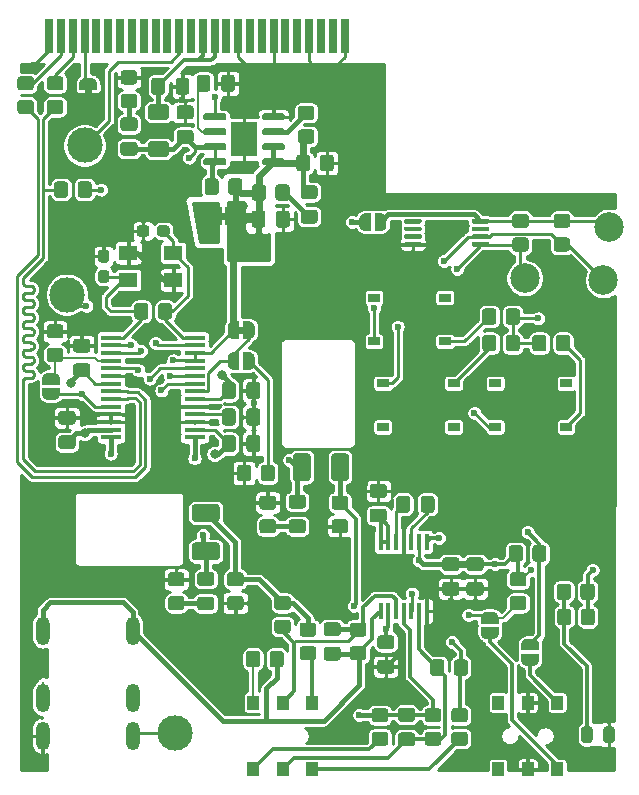
<source format=gtl>
G04 #@! TF.GenerationSoftware,KiCad,Pcbnew,(5.1.7)-1*
G04 #@! TF.CreationDate,2022-01-01T19:06:31+01:00*
G04 #@! TF.ProjectId,expressDAC,65787072-6573-4734-9441-432e6b696361,rev?*
G04 #@! TF.SameCoordinates,Original*
G04 #@! TF.FileFunction,Copper,L1,Top*
G04 #@! TF.FilePolarity,Positive*
%FSLAX46Y46*%
G04 Gerber Fmt 4.6, Leading zero omitted, Abs format (unit mm)*
G04 Created by KiCad (PCBNEW (5.1.7)-1) date 2022-01-01 19:06:31*
%MOMM*%
%LPD*%
G01*
G04 APERTURE LIST*
G04 #@! TA.AperFunction,EtchedComponent*
%ADD10C,0.100000*%
G04 #@! TD*
G04 #@! TA.AperFunction,SMDPad,CuDef*
%ADD11C,3.000000*%
G04 #@! TD*
G04 #@! TA.AperFunction,SMDPad,CuDef*
%ADD12R,0.700000X3.000000*%
G04 #@! TD*
G04 #@! TA.AperFunction,SMDPad,CuDef*
%ADD13R,2.290000X3.000000*%
G04 #@! TD*
G04 #@! TA.AperFunction,ComponentPad*
%ADD14O,1.200000X2.400000*%
G04 #@! TD*
G04 #@! TA.AperFunction,SMDPad,CuDef*
%ADD15C,0.100000*%
G04 #@! TD*
G04 #@! TA.AperFunction,SMDPad,CuDef*
%ADD16R,1.000000X1.150000*%
G04 #@! TD*
G04 #@! TA.AperFunction,SMDPad,CuDef*
%ADD17R,1.000000X0.700000*%
G04 #@! TD*
G04 #@! TA.AperFunction,SMDPad,CuDef*
%ADD18C,2.500000*%
G04 #@! TD*
G04 #@! TA.AperFunction,SMDPad,CuDef*
%ADD19R,1.800000X0.450000*%
G04 #@! TD*
G04 #@! TA.AperFunction,SMDPad,CuDef*
%ADD20R,0.450000X1.475000*%
G04 #@! TD*
G04 #@! TA.AperFunction,SMDPad,CuDef*
%ADD21R,1.600000X1.300000*%
G04 #@! TD*
G04 #@! TA.AperFunction,ViaPad*
%ADD22C,0.600000*%
G04 #@! TD*
G04 #@! TA.AperFunction,ViaPad*
%ADD23C,0.800000*%
G04 #@! TD*
G04 #@! TA.AperFunction,Conductor*
%ADD24C,0.381000*%
G04 #@! TD*
G04 #@! TA.AperFunction,Conductor*
%ADD25C,0.255000*%
G04 #@! TD*
G04 #@! TA.AperFunction,Conductor*
%ADD26C,0.300000*%
G04 #@! TD*
G04 #@! TA.AperFunction,Conductor*
%ADD27C,0.250000*%
G04 #@! TD*
G04 #@! TA.AperFunction,Conductor*
%ADD28C,0.200000*%
G04 #@! TD*
G04 #@! TA.AperFunction,Conductor*
%ADD29C,0.400000*%
G04 #@! TD*
G04 #@! TA.AperFunction,Conductor*
%ADD30C,0.600000*%
G04 #@! TD*
G04 #@! TA.AperFunction,Conductor*
%ADD31C,0.127000*%
G04 #@! TD*
G04 #@! TA.AperFunction,Conductor*
%ADD32C,0.280000*%
G04 #@! TD*
G04 #@! TA.AperFunction,Conductor*
%ADD33C,0.254000*%
G04 #@! TD*
G04 #@! TA.AperFunction,Conductor*
%ADD34C,0.100000*%
G04 #@! TD*
G04 APERTURE END LIST*
D10*
G36*
X49992000Y-43946000D02*
G01*
X49992000Y-44446000D01*
X50592000Y-44446000D01*
X50592000Y-43946000D01*
X49992000Y-43946000D01*
G37*
G36*
X61500000Y-55050000D02*
G01*
X62000000Y-55050000D01*
X62000000Y-54450000D01*
X61500000Y-54450000D01*
X61500000Y-55050000D01*
G37*
G36*
X63500000Y-64100000D02*
G01*
X63000000Y-64100000D01*
X63000000Y-64700000D01*
X63500000Y-64700000D01*
X63500000Y-64100000D01*
G37*
D11*
X70700000Y-59050000D03*
X46300000Y-79600000D03*
D12*
X72000000Y-39500000D03*
X71000000Y-39500000D03*
X70000000Y-39500000D03*
X69000000Y-39500000D03*
X68000000Y-39500000D03*
X67000000Y-39500000D03*
X66000000Y-39500000D03*
X65000000Y-39500000D03*
X64000000Y-39500000D03*
X63000000Y-39500000D03*
X62000000Y-39500000D03*
X61000000Y-39500000D03*
X60000000Y-39500000D03*
X59000000Y-39500000D03*
X58000000Y-39500000D03*
X57000000Y-39500000D03*
X56000000Y-39500000D03*
X55000000Y-39500000D03*
X54000000Y-39500000D03*
X53000000Y-39500000D03*
X52000000Y-39500000D03*
X51000000Y-39500000D03*
X50000000Y-39500000D03*
X49000000Y-39500000D03*
X48000000Y-39500000D03*
X47000000Y-39500000D03*
G04 #@! TA.AperFunction,SMDPad,CuDef*
G36*
G01*
X75975000Y-93475000D02*
X75025000Y-93475000D01*
G75*
G02*
X74775000Y-93225000I0J250000D01*
G01*
X74775000Y-92550000D01*
G75*
G02*
X75025000Y-92300000I250000J0D01*
G01*
X75975000Y-92300000D01*
G75*
G02*
X76225000Y-92550000I0J-250000D01*
G01*
X76225000Y-93225000D01*
G75*
G02*
X75975000Y-93475000I-250000J0D01*
G01*
G37*
G04 #@! TD.AperFunction*
G04 #@! TA.AperFunction,SMDPad,CuDef*
G36*
G01*
X75975000Y-91400000D02*
X75025000Y-91400000D01*
G75*
G02*
X74775000Y-91150000I0J250000D01*
G01*
X74775000Y-90475000D01*
G75*
G02*
X75025000Y-90225000I250000J0D01*
G01*
X75975000Y-90225000D01*
G75*
G02*
X76225000Y-90475000I0J-250000D01*
G01*
X76225000Y-91150000D01*
G75*
G02*
X75975000Y-91400000I-250000J0D01*
G01*
G37*
G04 #@! TD.AperFunction*
G04 #@! TA.AperFunction,SMDPad,CuDef*
G36*
G01*
X92000000Y-89125001D02*
X92000000Y-88224999D01*
G75*
G02*
X92249999Y-87975000I249999J0D01*
G01*
X92950001Y-87975000D01*
G75*
G02*
X93200000Y-88224999I0J-249999D01*
G01*
X93200000Y-89125001D01*
G75*
G02*
X92950001Y-89375000I-249999J0D01*
G01*
X92249999Y-89375000D01*
G75*
G02*
X92000000Y-89125001I0J249999D01*
G01*
G37*
G04 #@! TD.AperFunction*
G04 #@! TA.AperFunction,SMDPad,CuDef*
G36*
G01*
X90000000Y-89125001D02*
X90000000Y-88224999D01*
G75*
G02*
X90249999Y-87975000I249999J0D01*
G01*
X90950001Y-87975000D01*
G75*
G02*
X91200000Y-88224999I0J-249999D01*
G01*
X91200000Y-89125001D01*
G75*
G02*
X90950001Y-89375000I-249999J0D01*
G01*
X90249999Y-89375000D01*
G75*
G02*
X90000000Y-89125001I0J249999D01*
G01*
G37*
G04 #@! TD.AperFunction*
G04 #@! TA.AperFunction,SMDPad,CuDef*
G36*
G01*
X91175000Y-86099999D02*
X91175000Y-87000001D01*
G75*
G02*
X90925001Y-87250000I-249999J0D01*
G01*
X90224999Y-87250000D01*
G75*
G02*
X89975000Y-87000001I0J249999D01*
G01*
X89975000Y-86099999D01*
G75*
G02*
X90224999Y-85850000I249999J0D01*
G01*
X90925001Y-85850000D01*
G75*
G02*
X91175000Y-86099999I0J-249999D01*
G01*
G37*
G04 #@! TD.AperFunction*
G04 #@! TA.AperFunction,SMDPad,CuDef*
G36*
G01*
X93175000Y-86099999D02*
X93175000Y-87000001D01*
G75*
G02*
X92925001Y-87250000I-249999J0D01*
G01*
X92224999Y-87250000D01*
G75*
G02*
X91975000Y-87000001I0J249999D01*
G01*
X91975000Y-86099999D01*
G75*
G02*
X92224999Y-85850000I249999J0D01*
G01*
X92925001Y-85850000D01*
G75*
G02*
X93175000Y-86099999I0J-249999D01*
G01*
G37*
G04 #@! TD.AperFunction*
G04 #@! TA.AperFunction,SMDPad,CuDef*
G36*
G01*
X93000000Y-98193750D02*
X93000000Y-99106250D01*
G75*
G02*
X92756250Y-99350000I-243750J0D01*
G01*
X92268750Y-99350000D01*
G75*
G02*
X92025000Y-99106250I0J243750D01*
G01*
X92025000Y-98193750D01*
G75*
G02*
X92268750Y-97950000I243750J0D01*
G01*
X92756250Y-97950000D01*
G75*
G02*
X93000000Y-98193750I0J-243750D01*
G01*
G37*
G04 #@! TD.AperFunction*
G04 #@! TA.AperFunction,SMDPad,CuDef*
G36*
G01*
X94875000Y-98193750D02*
X94875000Y-99106250D01*
G75*
G02*
X94631250Y-99350000I-243750J0D01*
G01*
X94143750Y-99350000D01*
G75*
G02*
X93900000Y-99106250I0J243750D01*
G01*
X93900000Y-98193750D01*
G75*
G02*
X94143750Y-97950000I243750J0D01*
G01*
X94631250Y-97950000D01*
G75*
G02*
X94875000Y-98193750I0J-243750D01*
G01*
G37*
G04 #@! TD.AperFunction*
D13*
X63500000Y-48250000D03*
G04 #@! TA.AperFunction,SMDPad,CuDef*
G36*
G01*
X62000000Y-50005000D02*
X62000000Y-50305000D01*
G75*
G02*
X61850000Y-50455000I-150000J0D01*
G01*
X60200000Y-50455000D01*
G75*
G02*
X60050000Y-50305000I0J150000D01*
G01*
X60050000Y-50005000D01*
G75*
G02*
X60200000Y-49855000I150000J0D01*
G01*
X61850000Y-49855000D01*
G75*
G02*
X62000000Y-50005000I0J-150000D01*
G01*
G37*
G04 #@! TD.AperFunction*
G04 #@! TA.AperFunction,SMDPad,CuDef*
G36*
G01*
X62000000Y-48735000D02*
X62000000Y-49035000D01*
G75*
G02*
X61850000Y-49185000I-150000J0D01*
G01*
X60200000Y-49185000D01*
G75*
G02*
X60050000Y-49035000I0J150000D01*
G01*
X60050000Y-48735000D01*
G75*
G02*
X60200000Y-48585000I150000J0D01*
G01*
X61850000Y-48585000D01*
G75*
G02*
X62000000Y-48735000I0J-150000D01*
G01*
G37*
G04 #@! TD.AperFunction*
G04 #@! TA.AperFunction,SMDPad,CuDef*
G36*
G01*
X62000000Y-47465000D02*
X62000000Y-47765000D01*
G75*
G02*
X61850000Y-47915000I-150000J0D01*
G01*
X60200000Y-47915000D01*
G75*
G02*
X60050000Y-47765000I0J150000D01*
G01*
X60050000Y-47465000D01*
G75*
G02*
X60200000Y-47315000I150000J0D01*
G01*
X61850000Y-47315000D01*
G75*
G02*
X62000000Y-47465000I0J-150000D01*
G01*
G37*
G04 #@! TD.AperFunction*
G04 #@! TA.AperFunction,SMDPad,CuDef*
G36*
G01*
X62000000Y-46195000D02*
X62000000Y-46495000D01*
G75*
G02*
X61850000Y-46645000I-150000J0D01*
G01*
X60200000Y-46645000D01*
G75*
G02*
X60050000Y-46495000I0J150000D01*
G01*
X60050000Y-46195000D01*
G75*
G02*
X60200000Y-46045000I150000J0D01*
G01*
X61850000Y-46045000D01*
G75*
G02*
X62000000Y-46195000I0J-150000D01*
G01*
G37*
G04 #@! TD.AperFunction*
G04 #@! TA.AperFunction,SMDPad,CuDef*
G36*
G01*
X66950000Y-46195000D02*
X66950000Y-46495000D01*
G75*
G02*
X66800000Y-46645000I-150000J0D01*
G01*
X65150000Y-46645000D01*
G75*
G02*
X65000000Y-46495000I0J150000D01*
G01*
X65000000Y-46195000D01*
G75*
G02*
X65150000Y-46045000I150000J0D01*
G01*
X66800000Y-46045000D01*
G75*
G02*
X66950000Y-46195000I0J-150000D01*
G01*
G37*
G04 #@! TD.AperFunction*
G04 #@! TA.AperFunction,SMDPad,CuDef*
G36*
G01*
X66950000Y-47465000D02*
X66950000Y-47765000D01*
G75*
G02*
X66800000Y-47915000I-150000J0D01*
G01*
X65150000Y-47915000D01*
G75*
G02*
X65000000Y-47765000I0J150000D01*
G01*
X65000000Y-47465000D01*
G75*
G02*
X65150000Y-47315000I150000J0D01*
G01*
X66800000Y-47315000D01*
G75*
G02*
X66950000Y-47465000I0J-150000D01*
G01*
G37*
G04 #@! TD.AperFunction*
G04 #@! TA.AperFunction,SMDPad,CuDef*
G36*
G01*
X66950000Y-48735000D02*
X66950000Y-49035000D01*
G75*
G02*
X66800000Y-49185000I-150000J0D01*
G01*
X65150000Y-49185000D01*
G75*
G02*
X65000000Y-49035000I0J150000D01*
G01*
X65000000Y-48735000D01*
G75*
G02*
X65150000Y-48585000I150000J0D01*
G01*
X66800000Y-48585000D01*
G75*
G02*
X66950000Y-48735000I0J-150000D01*
G01*
G37*
G04 #@! TD.AperFunction*
G04 #@! TA.AperFunction,SMDPad,CuDef*
G36*
G01*
X66950000Y-50005000D02*
X66950000Y-50305000D01*
G75*
G02*
X66800000Y-50455000I-150000J0D01*
G01*
X65150000Y-50455000D01*
G75*
G02*
X65000000Y-50305000I0J150000D01*
G01*
X65000000Y-50005000D01*
G75*
G02*
X65150000Y-49855000I150000J0D01*
G01*
X66800000Y-49855000D01*
G75*
G02*
X66950000Y-50005000I0J-150000D01*
G01*
G37*
G04 #@! TD.AperFunction*
G04 #@! TA.AperFunction,SMDPad,CuDef*
G36*
G01*
X66200000Y-55475000D02*
X66200000Y-54525000D01*
G75*
G02*
X66450000Y-54275000I250000J0D01*
G01*
X67125000Y-54275000D01*
G75*
G02*
X67375000Y-54525000I0J-250000D01*
G01*
X67375000Y-55475000D01*
G75*
G02*
X67125000Y-55725000I-250000J0D01*
G01*
X66450000Y-55725000D01*
G75*
G02*
X66200000Y-55475000I0J250000D01*
G01*
G37*
G04 #@! TD.AperFunction*
G04 #@! TA.AperFunction,SMDPad,CuDef*
G36*
G01*
X64125000Y-55475000D02*
X64125000Y-54525000D01*
G75*
G02*
X64375000Y-54275000I250000J0D01*
G01*
X65050000Y-54275000D01*
G75*
G02*
X65300000Y-54525000I0J-250000D01*
G01*
X65300000Y-55475000D01*
G75*
G02*
X65050000Y-55725000I-250000J0D01*
G01*
X64375000Y-55725000D01*
G75*
G02*
X64125000Y-55475000I0J250000D01*
G01*
G37*
G04 #@! TD.AperFunction*
G04 #@! TA.AperFunction,SMDPad,CuDef*
G36*
G01*
X68525000Y-52125000D02*
X69475000Y-52125000D01*
G75*
G02*
X69725000Y-52375000I0J-250000D01*
G01*
X69725000Y-53050000D01*
G75*
G02*
X69475000Y-53300000I-250000J0D01*
G01*
X68525000Y-53300000D01*
G75*
G02*
X68275000Y-53050000I0J250000D01*
G01*
X68275000Y-52375000D01*
G75*
G02*
X68525000Y-52125000I250000J0D01*
G01*
G37*
G04 #@! TD.AperFunction*
G04 #@! TA.AperFunction,SMDPad,CuDef*
G36*
G01*
X68525000Y-54200000D02*
X69475000Y-54200000D01*
G75*
G02*
X69725000Y-54450000I0J-250000D01*
G01*
X69725000Y-55125000D01*
G75*
G02*
X69475000Y-55375000I-250000J0D01*
G01*
X68525000Y-55375000D01*
G75*
G02*
X68275000Y-55125000I0J250000D01*
G01*
X68275000Y-54450000D01*
G75*
G02*
X68525000Y-54200000I250000J0D01*
G01*
G37*
G04 #@! TD.AperFunction*
G04 #@! TA.AperFunction,SMDPad,CuDef*
G36*
G01*
X57700000Y-44225000D02*
X57700000Y-43275000D01*
G75*
G02*
X57950000Y-43025000I250000J0D01*
G01*
X58625000Y-43025000D01*
G75*
G02*
X58875000Y-43275000I0J-250000D01*
G01*
X58875000Y-44225000D01*
G75*
G02*
X58625000Y-44475000I-250000J0D01*
G01*
X57950000Y-44475000D01*
G75*
G02*
X57700000Y-44225000I0J250000D01*
G01*
G37*
G04 #@! TD.AperFunction*
G04 #@! TA.AperFunction,SMDPad,CuDef*
G36*
G01*
X55625000Y-44225000D02*
X55625000Y-43275000D01*
G75*
G02*
X55875000Y-43025000I250000J0D01*
G01*
X56550000Y-43025000D01*
G75*
G02*
X56800000Y-43275000I0J-250000D01*
G01*
X56800000Y-44225000D01*
G75*
G02*
X56550000Y-44475000I-250000J0D01*
G01*
X55875000Y-44475000D01*
G75*
G02*
X55625000Y-44225000I0J250000D01*
G01*
G37*
G04 #@! TD.AperFunction*
G04 #@! TA.AperFunction,SMDPad,CuDef*
G36*
G01*
X54225000Y-47550000D02*
X53275000Y-47550000D01*
G75*
G02*
X53025000Y-47300000I0J250000D01*
G01*
X53025000Y-46625000D01*
G75*
G02*
X53275000Y-46375000I250000J0D01*
G01*
X54225000Y-46375000D01*
G75*
G02*
X54475000Y-46625000I0J-250000D01*
G01*
X54475000Y-47300000D01*
G75*
G02*
X54225000Y-47550000I-250000J0D01*
G01*
G37*
G04 #@! TD.AperFunction*
G04 #@! TA.AperFunction,SMDPad,CuDef*
G36*
G01*
X54225000Y-49625000D02*
X53275000Y-49625000D01*
G75*
G02*
X53025000Y-49375000I0J250000D01*
G01*
X53025000Y-48700000D01*
G75*
G02*
X53275000Y-48450000I250000J0D01*
G01*
X54225000Y-48450000D01*
G75*
G02*
X54475000Y-48700000I0J-250000D01*
G01*
X54475000Y-49375000D01*
G75*
G02*
X54225000Y-49625000I-250000J0D01*
G01*
G37*
G04 #@! TD.AperFunction*
G04 #@! TA.AperFunction,SMDPad,CuDef*
G36*
G01*
X58975000Y-48625000D02*
X58025000Y-48625000D01*
G75*
G02*
X57775000Y-48375000I0J250000D01*
G01*
X57775000Y-47700000D01*
G75*
G02*
X58025000Y-47450000I250000J0D01*
G01*
X58975000Y-47450000D01*
G75*
G02*
X59225000Y-47700000I0J-250000D01*
G01*
X59225000Y-48375000D01*
G75*
G02*
X58975000Y-48625000I-250000J0D01*
G01*
G37*
G04 #@! TD.AperFunction*
G04 #@! TA.AperFunction,SMDPad,CuDef*
G36*
G01*
X58975000Y-46550000D02*
X58025000Y-46550000D01*
G75*
G02*
X57775000Y-46300000I0J250000D01*
G01*
X57775000Y-45625000D01*
G75*
G02*
X58025000Y-45375000I250000J0D01*
G01*
X58975000Y-45375000D01*
G75*
G02*
X59225000Y-45625000I0J-250000D01*
G01*
X59225000Y-46300000D01*
G75*
G02*
X58975000Y-46550000I-250000J0D01*
G01*
G37*
G04 #@! TD.AperFunction*
G04 #@! TA.AperFunction,SMDPad,CuDef*
G36*
G01*
X50225000Y-68375000D02*
X49275000Y-68375000D01*
G75*
G02*
X49025000Y-68125000I0J250000D01*
G01*
X49025000Y-67450000D01*
G75*
G02*
X49275000Y-67200000I250000J0D01*
G01*
X50225000Y-67200000D01*
G75*
G02*
X50475000Y-67450000I0J-250000D01*
G01*
X50475000Y-68125000D01*
G75*
G02*
X50225000Y-68375000I-250000J0D01*
G01*
G37*
G04 #@! TD.AperFunction*
G04 #@! TA.AperFunction,SMDPad,CuDef*
G36*
G01*
X50225000Y-66300000D02*
X49275000Y-66300000D01*
G75*
G02*
X49025000Y-66050000I0J250000D01*
G01*
X49025000Y-65375000D01*
G75*
G02*
X49275000Y-65125000I250000J0D01*
G01*
X50225000Y-65125000D01*
G75*
G02*
X50475000Y-65375000I0J-250000D01*
G01*
X50475000Y-66050000D01*
G75*
G02*
X50225000Y-66300000I-250000J0D01*
G01*
G37*
G04 #@! TD.AperFunction*
G04 #@! TA.AperFunction,SMDPad,CuDef*
G36*
G01*
X48975000Y-72400000D02*
X48025000Y-72400000D01*
G75*
G02*
X47775000Y-72150000I0J250000D01*
G01*
X47775000Y-71475000D01*
G75*
G02*
X48025000Y-71225000I250000J0D01*
G01*
X48975000Y-71225000D01*
G75*
G02*
X49225000Y-71475000I0J-250000D01*
G01*
X49225000Y-72150000D01*
G75*
G02*
X48975000Y-72400000I-250000J0D01*
G01*
G37*
G04 #@! TD.AperFunction*
G04 #@! TA.AperFunction,SMDPad,CuDef*
G36*
G01*
X48975000Y-74475000D02*
X48025000Y-74475000D01*
G75*
G02*
X47775000Y-74225000I0J250000D01*
G01*
X47775000Y-73550000D01*
G75*
G02*
X48025000Y-73300000I250000J0D01*
G01*
X48975000Y-73300000D01*
G75*
G02*
X49225000Y-73550000I0J-250000D01*
G01*
X49225000Y-74225000D01*
G75*
G02*
X48975000Y-74475000I-250000J0D01*
G01*
G37*
G04 #@! TD.AperFunction*
G04 #@! TA.AperFunction,SMDPad,CuDef*
G36*
G01*
X61625000Y-72225000D02*
X61625000Y-71275000D01*
G75*
G02*
X61875000Y-71025000I250000J0D01*
G01*
X62550000Y-71025000D01*
G75*
G02*
X62800000Y-71275000I0J-250000D01*
G01*
X62800000Y-72225000D01*
G75*
G02*
X62550000Y-72475000I-250000J0D01*
G01*
X61875000Y-72475000D01*
G75*
G02*
X61625000Y-72225000I0J250000D01*
G01*
G37*
G04 #@! TD.AperFunction*
G04 #@! TA.AperFunction,SMDPad,CuDef*
G36*
G01*
X63700000Y-72225000D02*
X63700000Y-71275000D01*
G75*
G02*
X63950000Y-71025000I250000J0D01*
G01*
X64625000Y-71025000D01*
G75*
G02*
X64875000Y-71275000I0J-250000D01*
G01*
X64875000Y-72225000D01*
G75*
G02*
X64625000Y-72475000I-250000J0D01*
G01*
X63950000Y-72475000D01*
G75*
G02*
X63700000Y-72225000I0J250000D01*
G01*
G37*
G04 #@! TD.AperFunction*
G04 #@! TA.AperFunction,SMDPad,CuDef*
G36*
G01*
X61625000Y-69975000D02*
X61625000Y-69025000D01*
G75*
G02*
X61875000Y-68775000I250000J0D01*
G01*
X62550000Y-68775000D01*
G75*
G02*
X62800000Y-69025000I0J-250000D01*
G01*
X62800000Y-69975000D01*
G75*
G02*
X62550000Y-70225000I-250000J0D01*
G01*
X61875000Y-70225000D01*
G75*
G02*
X61625000Y-69975000I0J250000D01*
G01*
G37*
G04 #@! TD.AperFunction*
G04 #@! TA.AperFunction,SMDPad,CuDef*
G36*
G01*
X63700000Y-69975000D02*
X63700000Y-69025000D01*
G75*
G02*
X63950000Y-68775000I250000J0D01*
G01*
X64625000Y-68775000D01*
G75*
G02*
X64875000Y-69025000I0J-250000D01*
G01*
X64875000Y-69975000D01*
G75*
G02*
X64625000Y-70225000I-250000J0D01*
G01*
X63950000Y-70225000D01*
G75*
G02*
X63700000Y-69975000I0J250000D01*
G01*
G37*
G04 #@! TD.AperFunction*
G04 #@! TA.AperFunction,SMDPad,CuDef*
G36*
G01*
X63700000Y-74475000D02*
X63700000Y-73525000D01*
G75*
G02*
X63950000Y-73275000I250000J0D01*
G01*
X64625000Y-73275000D01*
G75*
G02*
X64875000Y-73525000I0J-250000D01*
G01*
X64875000Y-74475000D01*
G75*
G02*
X64625000Y-74725000I-250000J0D01*
G01*
X63950000Y-74725000D01*
G75*
G02*
X63700000Y-74475000I0J250000D01*
G01*
G37*
G04 #@! TD.AperFunction*
G04 #@! TA.AperFunction,SMDPad,CuDef*
G36*
G01*
X61625000Y-74475000D02*
X61625000Y-73525000D01*
G75*
G02*
X61875000Y-73275000I250000J0D01*
G01*
X62550000Y-73275000D01*
G75*
G02*
X62800000Y-73525000I0J-250000D01*
G01*
X62800000Y-74475000D01*
G75*
G02*
X62550000Y-74725000I-250000J0D01*
G01*
X61875000Y-74725000D01*
G75*
G02*
X61625000Y-74475000I0J250000D01*
G01*
G37*
G04 #@! TD.AperFunction*
G04 #@! TA.AperFunction,SMDPad,CuDef*
G36*
G01*
X60725000Y-86050000D02*
X59775000Y-86050000D01*
G75*
G02*
X59525000Y-85800000I0J250000D01*
G01*
X59525000Y-85125000D01*
G75*
G02*
X59775000Y-84875000I250000J0D01*
G01*
X60725000Y-84875000D01*
G75*
G02*
X60975000Y-85125000I0J-250000D01*
G01*
X60975000Y-85800000D01*
G75*
G02*
X60725000Y-86050000I-250000J0D01*
G01*
G37*
G04 #@! TD.AperFunction*
G04 #@! TA.AperFunction,SMDPad,CuDef*
G36*
G01*
X60725000Y-88125000D02*
X59775000Y-88125000D01*
G75*
G02*
X59525000Y-87875000I0J250000D01*
G01*
X59525000Y-87200000D01*
G75*
G02*
X59775000Y-86950000I250000J0D01*
G01*
X60725000Y-86950000D01*
G75*
G02*
X60975000Y-87200000I0J-250000D01*
G01*
X60975000Y-87875000D01*
G75*
G02*
X60725000Y-88125000I-250000J0D01*
G01*
G37*
G04 #@! TD.AperFunction*
G04 #@! TA.AperFunction,SMDPad,CuDef*
G36*
G01*
X61175000Y-80625000D02*
X59325000Y-80625000D01*
G75*
G02*
X59075000Y-80375000I0J250000D01*
G01*
X59075000Y-79375000D01*
G75*
G02*
X59325000Y-79125000I250000J0D01*
G01*
X61175000Y-79125000D01*
G75*
G02*
X61425000Y-79375000I0J-250000D01*
G01*
X61425000Y-80375000D01*
G75*
G02*
X61175000Y-80625000I-250000J0D01*
G01*
G37*
G04 #@! TD.AperFunction*
G04 #@! TA.AperFunction,SMDPad,CuDef*
G36*
G01*
X61175000Y-83875000D02*
X59325000Y-83875000D01*
G75*
G02*
X59075000Y-83625000I0J250000D01*
G01*
X59075000Y-82625000D01*
G75*
G02*
X59325000Y-82375000I250000J0D01*
G01*
X61175000Y-82375000D01*
G75*
G02*
X61425000Y-82625000I0J-250000D01*
G01*
X61425000Y-83625000D01*
G75*
G02*
X61175000Y-83875000I-250000J0D01*
G01*
G37*
G04 #@! TD.AperFunction*
G04 #@! TA.AperFunction,SMDPad,CuDef*
G36*
G01*
X71425000Y-92375000D02*
X70475000Y-92375000D01*
G75*
G02*
X70225000Y-92125000I0J250000D01*
G01*
X70225000Y-91450000D01*
G75*
G02*
X70475000Y-91200000I250000J0D01*
G01*
X71425000Y-91200000D01*
G75*
G02*
X71675000Y-91450000I0J-250000D01*
G01*
X71675000Y-92125000D01*
G75*
G02*
X71425000Y-92375000I-250000J0D01*
G01*
G37*
G04 #@! TD.AperFunction*
G04 #@! TA.AperFunction,SMDPad,CuDef*
G36*
G01*
X71425000Y-90300000D02*
X70475000Y-90300000D01*
G75*
G02*
X70225000Y-90050000I0J250000D01*
G01*
X70225000Y-89375000D01*
G75*
G02*
X70475000Y-89125000I250000J0D01*
G01*
X71425000Y-89125000D01*
G75*
G02*
X71675000Y-89375000I0J-250000D01*
G01*
X71675000Y-90050000D01*
G75*
G02*
X71425000Y-90300000I-250000J0D01*
G01*
G37*
G04 #@! TD.AperFunction*
G04 #@! TA.AperFunction,SMDPad,CuDef*
G36*
G01*
X74375000Y-79500000D02*
X75325000Y-79500000D01*
G75*
G02*
X75575000Y-79750000I0J-250000D01*
G01*
X75575000Y-80425000D01*
G75*
G02*
X75325000Y-80675000I-250000J0D01*
G01*
X74375000Y-80675000D01*
G75*
G02*
X74125000Y-80425000I0J250000D01*
G01*
X74125000Y-79750000D01*
G75*
G02*
X74375000Y-79500000I250000J0D01*
G01*
G37*
G04 #@! TD.AperFunction*
G04 #@! TA.AperFunction,SMDPad,CuDef*
G36*
G01*
X74375000Y-77425000D02*
X75325000Y-77425000D01*
G75*
G02*
X75575000Y-77675000I0J-250000D01*
G01*
X75575000Y-78350000D01*
G75*
G02*
X75325000Y-78600000I-250000J0D01*
G01*
X74375000Y-78600000D01*
G75*
G02*
X74125000Y-78350000I0J250000D01*
G01*
X74125000Y-77675000D01*
G75*
G02*
X74375000Y-77425000I250000J0D01*
G01*
G37*
G04 #@! TD.AperFunction*
G04 #@! TA.AperFunction,SMDPad,CuDef*
G36*
G01*
X79625000Y-78675000D02*
X79625000Y-79625000D01*
G75*
G02*
X79375000Y-79875000I-250000J0D01*
G01*
X78700000Y-79875000D01*
G75*
G02*
X78450000Y-79625000I0J250000D01*
G01*
X78450000Y-78675000D01*
G75*
G02*
X78700000Y-78425000I250000J0D01*
G01*
X79375000Y-78425000D01*
G75*
G02*
X79625000Y-78675000I0J-250000D01*
G01*
G37*
G04 #@! TD.AperFunction*
G04 #@! TA.AperFunction,SMDPad,CuDef*
G36*
G01*
X77550000Y-78675000D02*
X77550000Y-79625000D01*
G75*
G02*
X77300000Y-79875000I-250000J0D01*
G01*
X76625000Y-79875000D01*
G75*
G02*
X76375000Y-79625000I0J250000D01*
G01*
X76375000Y-78675000D01*
G75*
G02*
X76625000Y-78425000I250000J0D01*
G01*
X77300000Y-78425000D01*
G75*
G02*
X77550000Y-78675000I0J-250000D01*
G01*
G37*
G04 #@! TD.AperFunction*
G04 #@! TA.AperFunction,SMDPad,CuDef*
G36*
G01*
X83525000Y-86875000D02*
X82575000Y-86875000D01*
G75*
G02*
X82325000Y-86625000I0J250000D01*
G01*
X82325000Y-85950000D01*
G75*
G02*
X82575000Y-85700000I250000J0D01*
G01*
X83525000Y-85700000D01*
G75*
G02*
X83775000Y-85950000I0J-250000D01*
G01*
X83775000Y-86625000D01*
G75*
G02*
X83525000Y-86875000I-250000J0D01*
G01*
G37*
G04 #@! TD.AperFunction*
G04 #@! TA.AperFunction,SMDPad,CuDef*
G36*
G01*
X83525000Y-84800000D02*
X82575000Y-84800000D01*
G75*
G02*
X82325000Y-84550000I0J250000D01*
G01*
X82325000Y-83875000D01*
G75*
G02*
X82575000Y-83625000I250000J0D01*
G01*
X83525000Y-83625000D01*
G75*
G02*
X83775000Y-83875000I0J-250000D01*
G01*
X83775000Y-84550000D01*
G75*
G02*
X83525000Y-84800000I-250000J0D01*
G01*
G37*
G04 #@! TD.AperFunction*
G04 #@! TA.AperFunction,SMDPad,CuDef*
G36*
G01*
X76775000Y-98450000D02*
X77725000Y-98450000D01*
G75*
G02*
X77975000Y-98700000I0J-250000D01*
G01*
X77975000Y-99375000D01*
G75*
G02*
X77725000Y-99625000I-250000J0D01*
G01*
X76775000Y-99625000D01*
G75*
G02*
X76525000Y-99375000I0J250000D01*
G01*
X76525000Y-98700000D01*
G75*
G02*
X76775000Y-98450000I250000J0D01*
G01*
G37*
G04 #@! TD.AperFunction*
G04 #@! TA.AperFunction,SMDPad,CuDef*
G36*
G01*
X76775000Y-96375000D02*
X77725000Y-96375000D01*
G75*
G02*
X77975000Y-96625000I0J-250000D01*
G01*
X77975000Y-97300000D01*
G75*
G02*
X77725000Y-97550000I-250000J0D01*
G01*
X76775000Y-97550000D01*
G75*
G02*
X76525000Y-97300000I0J250000D01*
G01*
X76525000Y-96625000D01*
G75*
G02*
X76775000Y-96375000I250000J0D01*
G01*
G37*
G04 #@! TD.AperFunction*
G04 #@! TA.AperFunction,SMDPad,CuDef*
G36*
G01*
X67625000Y-76925000D02*
X67625000Y-75075000D01*
G75*
G02*
X67875000Y-74825000I250000J0D01*
G01*
X68875000Y-74825000D01*
G75*
G02*
X69125000Y-75075000I0J-250000D01*
G01*
X69125000Y-76925000D01*
G75*
G02*
X68875000Y-77175000I-250000J0D01*
G01*
X67875000Y-77175000D01*
G75*
G02*
X67625000Y-76925000I0J250000D01*
G01*
G37*
G04 #@! TD.AperFunction*
G04 #@! TA.AperFunction,SMDPad,CuDef*
G36*
G01*
X70875000Y-76925000D02*
X70875000Y-75075000D01*
G75*
G02*
X71125000Y-74825000I250000J0D01*
G01*
X72125000Y-74825000D01*
G75*
G02*
X72375000Y-75075000I0J-250000D01*
G01*
X72375000Y-76925000D01*
G75*
G02*
X72125000Y-77175000I-250000J0D01*
G01*
X71125000Y-77175000D01*
G75*
G02*
X70875000Y-76925000I0J250000D01*
G01*
G37*
G04 #@! TD.AperFunction*
G04 #@! TA.AperFunction,SMDPad,CuDef*
G36*
G01*
X81475000Y-86875000D02*
X80525000Y-86875000D01*
G75*
G02*
X80275000Y-86625000I0J250000D01*
G01*
X80275000Y-85950000D01*
G75*
G02*
X80525000Y-85700000I250000J0D01*
G01*
X81475000Y-85700000D01*
G75*
G02*
X81725000Y-85950000I0J-250000D01*
G01*
X81725000Y-86625000D01*
G75*
G02*
X81475000Y-86875000I-250000J0D01*
G01*
G37*
G04 #@! TD.AperFunction*
G04 #@! TA.AperFunction,SMDPad,CuDef*
G36*
G01*
X81475000Y-84800000D02*
X80525000Y-84800000D01*
G75*
G02*
X80275000Y-84550000I0J250000D01*
G01*
X80275000Y-83875000D01*
G75*
G02*
X80525000Y-83625000I250000J0D01*
G01*
X81475000Y-83625000D01*
G75*
G02*
X81725000Y-83875000I0J-250000D01*
G01*
X81725000Y-84550000D01*
G75*
G02*
X81475000Y-84800000I-250000J0D01*
G01*
G37*
G04 #@! TD.AperFunction*
G04 #@! TA.AperFunction,SMDPad,CuDef*
G36*
G01*
X68475000Y-81587500D02*
X67525000Y-81587500D01*
G75*
G02*
X67275000Y-81337500I0J250000D01*
G01*
X67275000Y-80662500D01*
G75*
G02*
X67525000Y-80412500I250000J0D01*
G01*
X68475000Y-80412500D01*
G75*
G02*
X68725000Y-80662500I0J-250000D01*
G01*
X68725000Y-81337500D01*
G75*
G02*
X68475000Y-81587500I-250000J0D01*
G01*
G37*
G04 #@! TD.AperFunction*
G04 #@! TA.AperFunction,SMDPad,CuDef*
G36*
G01*
X68475000Y-79512500D02*
X67525000Y-79512500D01*
G75*
G02*
X67275000Y-79262500I0J250000D01*
G01*
X67275000Y-78587500D01*
G75*
G02*
X67525000Y-78337500I250000J0D01*
G01*
X68475000Y-78337500D01*
G75*
G02*
X68725000Y-78587500I0J-250000D01*
G01*
X68725000Y-79262500D01*
G75*
G02*
X68475000Y-79512500I-250000J0D01*
G01*
G37*
G04 #@! TD.AperFunction*
G04 #@! TA.AperFunction,SMDPad,CuDef*
G36*
G01*
X51837500Y-60400000D02*
X51362500Y-60400000D01*
G75*
G02*
X51125000Y-60162500I0J237500D01*
G01*
X51125000Y-59562500D01*
G75*
G02*
X51362500Y-59325000I237500J0D01*
G01*
X51837500Y-59325000D01*
G75*
G02*
X52075000Y-59562500I0J-237500D01*
G01*
X52075000Y-60162500D01*
G75*
G02*
X51837500Y-60400000I-237500J0D01*
G01*
G37*
G04 #@! TD.AperFunction*
G04 #@! TA.AperFunction,SMDPad,CuDef*
G36*
G01*
X51837500Y-58675000D02*
X51362500Y-58675000D01*
G75*
G02*
X51125000Y-58437500I0J237500D01*
G01*
X51125000Y-57837500D01*
G75*
G02*
X51362500Y-57600000I237500J0D01*
G01*
X51837500Y-57600000D01*
G75*
G02*
X52075000Y-57837500I0J-237500D01*
G01*
X52075000Y-58437500D01*
G75*
G02*
X51837500Y-58675000I-237500J0D01*
G01*
G37*
G04 #@! TD.AperFunction*
G04 #@! TA.AperFunction,SMDPad,CuDef*
G36*
G01*
X55475000Y-55762500D02*
X55475000Y-56237500D01*
G75*
G02*
X55237500Y-56475000I-237500J0D01*
G01*
X54637500Y-56475000D01*
G75*
G02*
X54400000Y-56237500I0J237500D01*
G01*
X54400000Y-55762500D01*
G75*
G02*
X54637500Y-55525000I237500J0D01*
G01*
X55237500Y-55525000D01*
G75*
G02*
X55475000Y-55762500I0J-237500D01*
G01*
G37*
G04 #@! TD.AperFunction*
G04 #@! TA.AperFunction,SMDPad,CuDef*
G36*
G01*
X57200000Y-55762500D02*
X57200000Y-56237500D01*
G75*
G02*
X56962500Y-56475000I-237500J0D01*
G01*
X56362500Y-56475000D01*
G75*
G02*
X56125000Y-56237500I0J237500D01*
G01*
X56125000Y-55762500D01*
G75*
G02*
X56362500Y-55525000I237500J0D01*
G01*
X56962500Y-55525000D01*
G75*
G02*
X57200000Y-55762500I0J-237500D01*
G01*
G37*
G04 #@! TD.AperFunction*
G04 #@! TA.AperFunction,SMDPad,CuDef*
G36*
G01*
X61550000Y-43975000D02*
X61550000Y-43025000D01*
G75*
G02*
X61800000Y-42775000I250000J0D01*
G01*
X62475000Y-42775000D01*
G75*
G02*
X62725000Y-43025000I0J-250000D01*
G01*
X62725000Y-43975000D01*
G75*
G02*
X62475000Y-44225000I-250000J0D01*
G01*
X61800000Y-44225000D01*
G75*
G02*
X61550000Y-43975000I0J250000D01*
G01*
G37*
G04 #@! TD.AperFunction*
G04 #@! TA.AperFunction,SMDPad,CuDef*
G36*
G01*
X59475000Y-43975000D02*
X59475000Y-43025000D01*
G75*
G02*
X59725000Y-42775000I250000J0D01*
G01*
X60400000Y-42775000D01*
G75*
G02*
X60650000Y-43025000I0J-250000D01*
G01*
X60650000Y-43975000D01*
G75*
G02*
X60400000Y-44225000I-250000J0D01*
G01*
X59725000Y-44225000D01*
G75*
G02*
X59475000Y-43975000I0J250000D01*
G01*
G37*
G04 #@! TD.AperFunction*
G04 #@! TA.AperFunction,SMDPad,CuDef*
G36*
G01*
X56900001Y-49725000D02*
X55599999Y-49725000D01*
G75*
G02*
X55350000Y-49475001I0J249999D01*
G01*
X55350000Y-48649999D01*
G75*
G02*
X55599999Y-48400000I249999J0D01*
G01*
X56900001Y-48400000D01*
G75*
G02*
X57150000Y-48649999I0J-249999D01*
G01*
X57150000Y-49475001D01*
G75*
G02*
X56900001Y-49725000I-249999J0D01*
G01*
G37*
G04 #@! TD.AperFunction*
G04 #@! TA.AperFunction,SMDPad,CuDef*
G36*
G01*
X56900001Y-46600000D02*
X55599999Y-46600000D01*
G75*
G02*
X55350000Y-46350001I0J249999D01*
G01*
X55350000Y-45524999D01*
G75*
G02*
X55599999Y-45275000I249999J0D01*
G01*
X56900001Y-45275000D01*
G75*
G02*
X57150000Y-45524999I0J-249999D01*
G01*
X57150000Y-46350001D01*
G75*
G02*
X56900001Y-46600000I-249999J0D01*
G01*
G37*
G04 #@! TD.AperFunction*
D14*
X46450000Y-89850000D03*
X54050000Y-98750000D03*
X54050000Y-89850000D03*
X54050000Y-95550000D03*
X46450000Y-95550000D03*
X46450000Y-98750000D03*
G04 #@! TA.AperFunction,SMDPad,CuDef*
D15*
G36*
X51042000Y-44346000D02*
G01*
X51042000Y-44846000D01*
X51041398Y-44846000D01*
X51041398Y-44870534D01*
X51036588Y-44919365D01*
X51027016Y-44967490D01*
X51012772Y-45014445D01*
X50993995Y-45059778D01*
X50970864Y-45103051D01*
X50943604Y-45143850D01*
X50912476Y-45181779D01*
X50877779Y-45216476D01*
X50839850Y-45247604D01*
X50799051Y-45274864D01*
X50755778Y-45297995D01*
X50710445Y-45316772D01*
X50663490Y-45331016D01*
X50615365Y-45340588D01*
X50566534Y-45345398D01*
X50542000Y-45345398D01*
X50542000Y-45346000D01*
X50042000Y-45346000D01*
X50042000Y-45345398D01*
X50017466Y-45345398D01*
X49968635Y-45340588D01*
X49920510Y-45331016D01*
X49873555Y-45316772D01*
X49828222Y-45297995D01*
X49784949Y-45274864D01*
X49744150Y-45247604D01*
X49706221Y-45216476D01*
X49671524Y-45181779D01*
X49640396Y-45143850D01*
X49613136Y-45103051D01*
X49590005Y-45059778D01*
X49571228Y-45014445D01*
X49556984Y-44967490D01*
X49547412Y-44919365D01*
X49542602Y-44870534D01*
X49542602Y-44846000D01*
X49542000Y-44846000D01*
X49542000Y-44346000D01*
X51042000Y-44346000D01*
G37*
G04 #@! TD.AperFunction*
G04 #@! TA.AperFunction,SMDPad,CuDef*
G36*
X49542602Y-43546000D02*
G01*
X49542602Y-43521466D01*
X49547412Y-43472635D01*
X49556984Y-43424510D01*
X49571228Y-43377555D01*
X49590005Y-43332222D01*
X49613136Y-43288949D01*
X49640396Y-43248150D01*
X49671524Y-43210221D01*
X49706221Y-43175524D01*
X49744150Y-43144396D01*
X49784949Y-43117136D01*
X49828222Y-43094005D01*
X49873555Y-43075228D01*
X49920510Y-43060984D01*
X49968635Y-43051412D01*
X50017466Y-43046602D01*
X50042000Y-43046602D01*
X50042000Y-43046000D01*
X50542000Y-43046000D01*
X50542000Y-43046602D01*
X50566534Y-43046602D01*
X50615365Y-43051412D01*
X50663490Y-43060984D01*
X50710445Y-43075228D01*
X50755778Y-43094005D01*
X50799051Y-43117136D01*
X50839850Y-43144396D01*
X50877779Y-43175524D01*
X50912476Y-43210221D01*
X50943604Y-43248150D01*
X50970864Y-43288949D01*
X50993995Y-43332222D01*
X51012772Y-43377555D01*
X51027016Y-43424510D01*
X51036588Y-43472635D01*
X51041398Y-43521466D01*
X51041398Y-43546000D01*
X51042000Y-43546000D01*
X51042000Y-44046000D01*
X49542000Y-44046000D01*
X49542000Y-43546000D01*
X49542602Y-43546000D01*
G37*
G04 #@! TD.AperFunction*
G04 #@! TA.AperFunction,SMDPad,CuDef*
G36*
G01*
X60150000Y-52700001D02*
X60150000Y-51799999D01*
G75*
G02*
X60399999Y-51550000I249999J0D01*
G01*
X61100001Y-51550000D01*
G75*
G02*
X61350000Y-51799999I0J-249999D01*
G01*
X61350000Y-52700001D01*
G75*
G02*
X61100001Y-52950000I-249999J0D01*
G01*
X60399999Y-52950000D01*
G75*
G02*
X60150000Y-52700001I0J249999D01*
G01*
G37*
G04 #@! TD.AperFunction*
G04 #@! TA.AperFunction,SMDPad,CuDef*
G36*
G01*
X62150000Y-52700001D02*
X62150000Y-51799999D01*
G75*
G02*
X62399999Y-51550000I249999J0D01*
G01*
X63100001Y-51550000D01*
G75*
G02*
X63350000Y-51799999I0J-249999D01*
G01*
X63350000Y-52700001D01*
G75*
G02*
X63100001Y-52950000I-249999J0D01*
G01*
X62399999Y-52950000D01*
G75*
G02*
X62150000Y-52700001I0J249999D01*
G01*
G37*
G04 #@! TD.AperFunction*
G04 #@! TA.AperFunction,SMDPad,CuDef*
G36*
X47900000Y-69300000D02*
G01*
X47900000Y-69800000D01*
X47899398Y-69800000D01*
X47899398Y-69824534D01*
X47894588Y-69873365D01*
X47885016Y-69921490D01*
X47870772Y-69968445D01*
X47851995Y-70013778D01*
X47828864Y-70057051D01*
X47801604Y-70097850D01*
X47770476Y-70135779D01*
X47735779Y-70170476D01*
X47697850Y-70201604D01*
X47657051Y-70228864D01*
X47613778Y-70251995D01*
X47568445Y-70270772D01*
X47521490Y-70285016D01*
X47473365Y-70294588D01*
X47424534Y-70299398D01*
X47400000Y-70299398D01*
X47400000Y-70300000D01*
X46900000Y-70300000D01*
X46900000Y-70299398D01*
X46875466Y-70299398D01*
X46826635Y-70294588D01*
X46778510Y-70285016D01*
X46731555Y-70270772D01*
X46686222Y-70251995D01*
X46642949Y-70228864D01*
X46602150Y-70201604D01*
X46564221Y-70170476D01*
X46529524Y-70135779D01*
X46498396Y-70097850D01*
X46471136Y-70057051D01*
X46448005Y-70013778D01*
X46429228Y-69968445D01*
X46414984Y-69921490D01*
X46405412Y-69873365D01*
X46400602Y-69824534D01*
X46400602Y-69800000D01*
X46400000Y-69800000D01*
X46400000Y-69300000D01*
X47900000Y-69300000D01*
G37*
G04 #@! TD.AperFunction*
G04 #@! TA.AperFunction,SMDPad,CuDef*
G36*
X46400602Y-68500000D02*
G01*
X46400602Y-68475466D01*
X46405412Y-68426635D01*
X46414984Y-68378510D01*
X46429228Y-68331555D01*
X46448005Y-68286222D01*
X46471136Y-68242949D01*
X46498396Y-68202150D01*
X46529524Y-68164221D01*
X46564221Y-68129524D01*
X46602150Y-68098396D01*
X46642949Y-68071136D01*
X46686222Y-68048005D01*
X46731555Y-68029228D01*
X46778510Y-68014984D01*
X46826635Y-68005412D01*
X46875466Y-68000602D01*
X46900000Y-68000602D01*
X46900000Y-68000000D01*
X47400000Y-68000000D01*
X47400000Y-68000602D01*
X47424534Y-68000602D01*
X47473365Y-68005412D01*
X47521490Y-68014984D01*
X47568445Y-68029228D01*
X47613778Y-68048005D01*
X47657051Y-68071136D01*
X47697850Y-68098396D01*
X47735779Y-68129524D01*
X47770476Y-68164221D01*
X47801604Y-68202150D01*
X47828864Y-68242949D01*
X47851995Y-68286222D01*
X47870772Y-68331555D01*
X47885016Y-68378510D01*
X47894588Y-68426635D01*
X47899398Y-68475466D01*
X47899398Y-68500000D01*
X47900000Y-68500000D01*
X47900000Y-69000000D01*
X46400000Y-69000000D01*
X46400000Y-68500000D01*
X46400602Y-68500000D01*
G37*
G04 #@! TD.AperFunction*
G04 #@! TA.AperFunction,SMDPad,CuDef*
G36*
X73750000Y-55999398D02*
G01*
X73725466Y-55999398D01*
X73676635Y-55994588D01*
X73628510Y-55985016D01*
X73581555Y-55970772D01*
X73536222Y-55951995D01*
X73492949Y-55928864D01*
X73452150Y-55901604D01*
X73414221Y-55870476D01*
X73379524Y-55835779D01*
X73348396Y-55797850D01*
X73321136Y-55757051D01*
X73298005Y-55713778D01*
X73279228Y-55668445D01*
X73264984Y-55621490D01*
X73255412Y-55573365D01*
X73250602Y-55524534D01*
X73250602Y-55500000D01*
X73250000Y-55500000D01*
X73250000Y-55000000D01*
X73250602Y-55000000D01*
X73250602Y-54975466D01*
X73255412Y-54926635D01*
X73264984Y-54878510D01*
X73279228Y-54831555D01*
X73298005Y-54786222D01*
X73321136Y-54742949D01*
X73348396Y-54702150D01*
X73379524Y-54664221D01*
X73414221Y-54629524D01*
X73452150Y-54598396D01*
X73492949Y-54571136D01*
X73536222Y-54548005D01*
X73581555Y-54529228D01*
X73628510Y-54514984D01*
X73676635Y-54505412D01*
X73725466Y-54500602D01*
X73750000Y-54500602D01*
X73750000Y-54500000D01*
X74250000Y-54500000D01*
X74250000Y-56000000D01*
X73750000Y-56000000D01*
X73750000Y-55999398D01*
G37*
G04 #@! TD.AperFunction*
G04 #@! TA.AperFunction,SMDPad,CuDef*
G36*
X74550000Y-54500000D02*
G01*
X75050000Y-54500000D01*
X75050000Y-54500602D01*
X75074534Y-54500602D01*
X75123365Y-54505412D01*
X75171490Y-54514984D01*
X75218445Y-54529228D01*
X75263778Y-54548005D01*
X75307051Y-54571136D01*
X75347850Y-54598396D01*
X75385779Y-54629524D01*
X75420476Y-54664221D01*
X75451604Y-54702150D01*
X75478864Y-54742949D01*
X75501995Y-54786222D01*
X75520772Y-54831555D01*
X75535016Y-54878510D01*
X75544588Y-54926635D01*
X75549398Y-54975466D01*
X75549398Y-55000000D01*
X75550000Y-55000000D01*
X75550000Y-55500000D01*
X75549398Y-55500000D01*
X75549398Y-55524534D01*
X75544588Y-55573365D01*
X75535016Y-55621490D01*
X75520772Y-55668445D01*
X75501995Y-55713778D01*
X75478864Y-55757051D01*
X75451604Y-55797850D01*
X75420476Y-55835779D01*
X75385779Y-55870476D01*
X75347850Y-55901604D01*
X75307051Y-55928864D01*
X75263778Y-55951995D01*
X75218445Y-55970772D01*
X75171490Y-55985016D01*
X75123365Y-55994588D01*
X75074534Y-55999398D01*
X75050000Y-55999398D01*
X75050000Y-56000000D01*
X74550000Y-56000000D01*
X74550000Y-54500000D01*
G37*
G04 #@! TD.AperFunction*
G04 #@! TA.AperFunction,SMDPad,CuDef*
G36*
X61900000Y-54000000D02*
G01*
X62400000Y-54000000D01*
X62400000Y-54000602D01*
X62424534Y-54000602D01*
X62473365Y-54005412D01*
X62521490Y-54014984D01*
X62568445Y-54029228D01*
X62613778Y-54048005D01*
X62657051Y-54071136D01*
X62697850Y-54098396D01*
X62735779Y-54129524D01*
X62770476Y-54164221D01*
X62801604Y-54202150D01*
X62828864Y-54242949D01*
X62851995Y-54286222D01*
X62870772Y-54331555D01*
X62885016Y-54378510D01*
X62894588Y-54426635D01*
X62899398Y-54475466D01*
X62899398Y-54500000D01*
X62900000Y-54500000D01*
X62900000Y-55000000D01*
X62899398Y-55000000D01*
X62899398Y-55024534D01*
X62894588Y-55073365D01*
X62885016Y-55121490D01*
X62870772Y-55168445D01*
X62851995Y-55213778D01*
X62828864Y-55257051D01*
X62801604Y-55297850D01*
X62770476Y-55335779D01*
X62735779Y-55370476D01*
X62697850Y-55401604D01*
X62657051Y-55428864D01*
X62613778Y-55451995D01*
X62568445Y-55470772D01*
X62521490Y-55485016D01*
X62473365Y-55494588D01*
X62424534Y-55499398D01*
X62400000Y-55499398D01*
X62400000Y-55500000D01*
X61900000Y-55500000D01*
X61900000Y-54000000D01*
G37*
G04 #@! TD.AperFunction*
G04 #@! TA.AperFunction,SMDPad,CuDef*
G36*
X61100000Y-55499398D02*
G01*
X61075466Y-55499398D01*
X61026635Y-55494588D01*
X60978510Y-55485016D01*
X60931555Y-55470772D01*
X60886222Y-55451995D01*
X60842949Y-55428864D01*
X60802150Y-55401604D01*
X60764221Y-55370476D01*
X60729524Y-55335779D01*
X60698396Y-55297850D01*
X60671136Y-55257051D01*
X60648005Y-55213778D01*
X60629228Y-55168445D01*
X60614984Y-55121490D01*
X60605412Y-55073365D01*
X60600602Y-55024534D01*
X60600602Y-55000000D01*
X60600000Y-55000000D01*
X60600000Y-54500000D01*
X60600602Y-54500000D01*
X60600602Y-54475466D01*
X60605412Y-54426635D01*
X60614984Y-54378510D01*
X60629228Y-54331555D01*
X60648005Y-54286222D01*
X60671136Y-54242949D01*
X60698396Y-54202150D01*
X60729524Y-54164221D01*
X60764221Y-54129524D01*
X60802150Y-54098396D01*
X60842949Y-54071136D01*
X60886222Y-54048005D01*
X60931555Y-54029228D01*
X60978510Y-54014984D01*
X61026635Y-54005412D01*
X61075466Y-54000602D01*
X61100000Y-54000602D01*
X61100000Y-54000000D01*
X61600000Y-54000000D01*
X61600000Y-55500000D01*
X61100000Y-55500000D01*
X61100000Y-55499398D01*
G37*
G04 #@! TD.AperFunction*
G04 #@! TA.AperFunction,SMDPad,CuDef*
G36*
X63900000Y-63650602D02*
G01*
X63924534Y-63650602D01*
X63973365Y-63655412D01*
X64021490Y-63664984D01*
X64068445Y-63679228D01*
X64113778Y-63698005D01*
X64157051Y-63721136D01*
X64197850Y-63748396D01*
X64235779Y-63779524D01*
X64270476Y-63814221D01*
X64301604Y-63852150D01*
X64328864Y-63892949D01*
X64351995Y-63936222D01*
X64370772Y-63981555D01*
X64385016Y-64028510D01*
X64394588Y-64076635D01*
X64399398Y-64125466D01*
X64399398Y-64150000D01*
X64400000Y-64150000D01*
X64400000Y-64650000D01*
X64399398Y-64650000D01*
X64399398Y-64674534D01*
X64394588Y-64723365D01*
X64385016Y-64771490D01*
X64370772Y-64818445D01*
X64351995Y-64863778D01*
X64328864Y-64907051D01*
X64301604Y-64947850D01*
X64270476Y-64985779D01*
X64235779Y-65020476D01*
X64197850Y-65051604D01*
X64157051Y-65078864D01*
X64113778Y-65101995D01*
X64068445Y-65120772D01*
X64021490Y-65135016D01*
X63973365Y-65144588D01*
X63924534Y-65149398D01*
X63900000Y-65149398D01*
X63900000Y-65150000D01*
X63400000Y-65150000D01*
X63400000Y-63650000D01*
X63900000Y-63650000D01*
X63900000Y-63650602D01*
G37*
G04 #@! TD.AperFunction*
G04 #@! TA.AperFunction,SMDPad,CuDef*
G36*
X63100000Y-65150000D02*
G01*
X62600000Y-65150000D01*
X62600000Y-65149398D01*
X62575466Y-65149398D01*
X62526635Y-65144588D01*
X62478510Y-65135016D01*
X62431555Y-65120772D01*
X62386222Y-65101995D01*
X62342949Y-65078864D01*
X62302150Y-65051604D01*
X62264221Y-65020476D01*
X62229524Y-64985779D01*
X62198396Y-64947850D01*
X62171136Y-64907051D01*
X62148005Y-64863778D01*
X62129228Y-64818445D01*
X62114984Y-64771490D01*
X62105412Y-64723365D01*
X62100602Y-64674534D01*
X62100602Y-64650000D01*
X62100000Y-64650000D01*
X62100000Y-64150000D01*
X62100602Y-64150000D01*
X62100602Y-64125466D01*
X62105412Y-64076635D01*
X62114984Y-64028510D01*
X62129228Y-63981555D01*
X62148005Y-63936222D01*
X62171136Y-63892949D01*
X62198396Y-63852150D01*
X62229524Y-63814221D01*
X62264221Y-63779524D01*
X62302150Y-63748396D01*
X62342949Y-63721136D01*
X62386222Y-63698005D01*
X62431555Y-63679228D01*
X62478510Y-63664984D01*
X62526635Y-63655412D01*
X62575466Y-63650602D01*
X62600000Y-63650602D01*
X62600000Y-63650000D01*
X63100000Y-63650000D01*
X63100000Y-65150000D01*
G37*
G04 #@! TD.AperFunction*
G04 #@! TA.AperFunction,SMDPad,CuDef*
G36*
X63100000Y-67750000D02*
G01*
X62600000Y-67750000D01*
X62600000Y-67749398D01*
X62575466Y-67749398D01*
X62526635Y-67744588D01*
X62478510Y-67735016D01*
X62431555Y-67720772D01*
X62386222Y-67701995D01*
X62342949Y-67678864D01*
X62302150Y-67651604D01*
X62264221Y-67620476D01*
X62229524Y-67585779D01*
X62198396Y-67547850D01*
X62171136Y-67507051D01*
X62148005Y-67463778D01*
X62129228Y-67418445D01*
X62114984Y-67371490D01*
X62105412Y-67323365D01*
X62100602Y-67274534D01*
X62100602Y-67250000D01*
X62100000Y-67250000D01*
X62100000Y-66750000D01*
X62100602Y-66750000D01*
X62100602Y-66725466D01*
X62105412Y-66676635D01*
X62114984Y-66628510D01*
X62129228Y-66581555D01*
X62148005Y-66536222D01*
X62171136Y-66492949D01*
X62198396Y-66452150D01*
X62229524Y-66414221D01*
X62264221Y-66379524D01*
X62302150Y-66348396D01*
X62342949Y-66321136D01*
X62386222Y-66298005D01*
X62431555Y-66279228D01*
X62478510Y-66264984D01*
X62526635Y-66255412D01*
X62575466Y-66250602D01*
X62600000Y-66250602D01*
X62600000Y-66250000D01*
X63100000Y-66250000D01*
X63100000Y-67750000D01*
G37*
G04 #@! TD.AperFunction*
G04 #@! TA.AperFunction,SMDPad,CuDef*
G36*
X63900000Y-66250602D02*
G01*
X63924534Y-66250602D01*
X63973365Y-66255412D01*
X64021490Y-66264984D01*
X64068445Y-66279228D01*
X64113778Y-66298005D01*
X64157051Y-66321136D01*
X64197850Y-66348396D01*
X64235779Y-66379524D01*
X64270476Y-66414221D01*
X64301604Y-66452150D01*
X64328864Y-66492949D01*
X64351995Y-66536222D01*
X64370772Y-66581555D01*
X64385016Y-66628510D01*
X64394588Y-66676635D01*
X64399398Y-66725466D01*
X64399398Y-66750000D01*
X64400000Y-66750000D01*
X64400000Y-67250000D01*
X64399398Y-67250000D01*
X64399398Y-67274534D01*
X64394588Y-67323365D01*
X64385016Y-67371490D01*
X64370772Y-67418445D01*
X64351995Y-67463778D01*
X64328864Y-67507051D01*
X64301604Y-67547850D01*
X64270476Y-67585779D01*
X64235779Y-67620476D01*
X64197850Y-67651604D01*
X64157051Y-67678864D01*
X64113778Y-67701995D01*
X64068445Y-67720772D01*
X64021490Y-67735016D01*
X63973365Y-67744588D01*
X63924534Y-67749398D01*
X63900000Y-67749398D01*
X63900000Y-67750000D01*
X63400000Y-67750000D01*
X63400000Y-66250000D01*
X63900000Y-66250000D01*
X63900000Y-66250602D01*
G37*
G04 #@! TD.AperFunction*
G04 #@! TA.AperFunction,SMDPad,CuDef*
G36*
X88460000Y-91810000D02*
G01*
X88460000Y-92310000D01*
X88459398Y-92310000D01*
X88459398Y-92334534D01*
X88454588Y-92383365D01*
X88445016Y-92431490D01*
X88430772Y-92478445D01*
X88411995Y-92523778D01*
X88388864Y-92567051D01*
X88361604Y-92607850D01*
X88330476Y-92645779D01*
X88295779Y-92680476D01*
X88257850Y-92711604D01*
X88217051Y-92738864D01*
X88173778Y-92761995D01*
X88128445Y-92780772D01*
X88081490Y-92795016D01*
X88033365Y-92804588D01*
X87984534Y-92809398D01*
X87960000Y-92809398D01*
X87960000Y-92810000D01*
X87460000Y-92810000D01*
X87460000Y-92809398D01*
X87435466Y-92809398D01*
X87386635Y-92804588D01*
X87338510Y-92795016D01*
X87291555Y-92780772D01*
X87246222Y-92761995D01*
X87202949Y-92738864D01*
X87162150Y-92711604D01*
X87124221Y-92680476D01*
X87089524Y-92645779D01*
X87058396Y-92607850D01*
X87031136Y-92567051D01*
X87008005Y-92523778D01*
X86989228Y-92478445D01*
X86974984Y-92431490D01*
X86965412Y-92383365D01*
X86960602Y-92334534D01*
X86960602Y-92310000D01*
X86960000Y-92310000D01*
X86960000Y-91810000D01*
X88460000Y-91810000D01*
G37*
G04 #@! TD.AperFunction*
G04 #@! TA.AperFunction,SMDPad,CuDef*
G36*
X86960602Y-91010000D02*
G01*
X86960602Y-90985466D01*
X86965412Y-90936635D01*
X86974984Y-90888510D01*
X86989228Y-90841555D01*
X87008005Y-90796222D01*
X87031136Y-90752949D01*
X87058396Y-90712150D01*
X87089524Y-90674221D01*
X87124221Y-90639524D01*
X87162150Y-90608396D01*
X87202949Y-90581136D01*
X87246222Y-90558005D01*
X87291555Y-90539228D01*
X87338510Y-90524984D01*
X87386635Y-90515412D01*
X87435466Y-90510602D01*
X87460000Y-90510602D01*
X87460000Y-90510000D01*
X87960000Y-90510000D01*
X87960000Y-90510602D01*
X87984534Y-90510602D01*
X88033365Y-90515412D01*
X88081490Y-90524984D01*
X88128445Y-90539228D01*
X88173778Y-90558005D01*
X88217051Y-90581136D01*
X88257850Y-90608396D01*
X88295779Y-90639524D01*
X88330476Y-90674221D01*
X88361604Y-90712150D01*
X88388864Y-90752949D01*
X88411995Y-90796222D01*
X88430772Y-90841555D01*
X88445016Y-90888510D01*
X88454588Y-90936635D01*
X88459398Y-90985466D01*
X88459398Y-91010000D01*
X88460000Y-91010000D01*
X88460000Y-91510000D01*
X86960000Y-91510000D01*
X86960000Y-91010000D01*
X86960602Y-91010000D01*
G37*
G04 #@! TD.AperFunction*
G04 #@! TA.AperFunction,SMDPad,CuDef*
G36*
X83550602Y-88750000D02*
G01*
X83550602Y-88725466D01*
X83555412Y-88676635D01*
X83564984Y-88628510D01*
X83579228Y-88581555D01*
X83598005Y-88536222D01*
X83621136Y-88492949D01*
X83648396Y-88452150D01*
X83679524Y-88414221D01*
X83714221Y-88379524D01*
X83752150Y-88348396D01*
X83792949Y-88321136D01*
X83836222Y-88298005D01*
X83881555Y-88279228D01*
X83928510Y-88264984D01*
X83976635Y-88255412D01*
X84025466Y-88250602D01*
X84050000Y-88250602D01*
X84050000Y-88250000D01*
X84550000Y-88250000D01*
X84550000Y-88250602D01*
X84574534Y-88250602D01*
X84623365Y-88255412D01*
X84671490Y-88264984D01*
X84718445Y-88279228D01*
X84763778Y-88298005D01*
X84807051Y-88321136D01*
X84847850Y-88348396D01*
X84885779Y-88379524D01*
X84920476Y-88414221D01*
X84951604Y-88452150D01*
X84978864Y-88492949D01*
X85001995Y-88536222D01*
X85020772Y-88581555D01*
X85035016Y-88628510D01*
X85044588Y-88676635D01*
X85049398Y-88725466D01*
X85049398Y-88750000D01*
X85050000Y-88750000D01*
X85050000Y-89250000D01*
X83550000Y-89250000D01*
X83550000Y-88750000D01*
X83550602Y-88750000D01*
G37*
G04 #@! TD.AperFunction*
G04 #@! TA.AperFunction,SMDPad,CuDef*
G36*
X85050000Y-89550000D02*
G01*
X85050000Y-90050000D01*
X85049398Y-90050000D01*
X85049398Y-90074534D01*
X85044588Y-90123365D01*
X85035016Y-90171490D01*
X85020772Y-90218445D01*
X85001995Y-90263778D01*
X84978864Y-90307051D01*
X84951604Y-90347850D01*
X84920476Y-90385779D01*
X84885779Y-90420476D01*
X84847850Y-90451604D01*
X84807051Y-90478864D01*
X84763778Y-90501995D01*
X84718445Y-90520772D01*
X84671490Y-90535016D01*
X84623365Y-90544588D01*
X84574534Y-90549398D01*
X84550000Y-90549398D01*
X84550000Y-90550000D01*
X84050000Y-90550000D01*
X84050000Y-90549398D01*
X84025466Y-90549398D01*
X83976635Y-90544588D01*
X83928510Y-90535016D01*
X83881555Y-90520772D01*
X83836222Y-90501995D01*
X83792949Y-90478864D01*
X83752150Y-90451604D01*
X83714221Y-90420476D01*
X83679524Y-90385779D01*
X83648396Y-90347850D01*
X83621136Y-90307051D01*
X83598005Y-90263778D01*
X83579228Y-90218445D01*
X83564984Y-90171490D01*
X83555412Y-90123365D01*
X83550602Y-90074534D01*
X83550602Y-90050000D01*
X83550000Y-90050000D01*
X83550000Y-89550000D01*
X85050000Y-89550000D01*
G37*
G04 #@! TD.AperFunction*
G04 #@! TA.AperFunction,SMDPad,CuDef*
G36*
G01*
X68299999Y-45400000D02*
X69200001Y-45400000D01*
G75*
G02*
X69450000Y-45649999I0J-249999D01*
G01*
X69450000Y-46350001D01*
G75*
G02*
X69200001Y-46600000I-249999J0D01*
G01*
X68299999Y-46600000D01*
G75*
G02*
X68050000Y-46350001I0J249999D01*
G01*
X68050000Y-45649999D01*
G75*
G02*
X68299999Y-45400000I249999J0D01*
G01*
G37*
G04 #@! TD.AperFunction*
G04 #@! TA.AperFunction,SMDPad,CuDef*
G36*
G01*
X68299999Y-47400000D02*
X69200001Y-47400000D01*
G75*
G02*
X69450000Y-47649999I0J-249999D01*
G01*
X69450000Y-48350001D01*
G75*
G02*
X69200001Y-48600000I-249999J0D01*
G01*
X68299999Y-48600000D01*
G75*
G02*
X68050000Y-48350001I0J249999D01*
G01*
X68050000Y-47649999D01*
G75*
G02*
X68299999Y-47400000I249999J0D01*
G01*
G37*
G04 #@! TD.AperFunction*
G04 #@! TA.AperFunction,SMDPad,CuDef*
G36*
G01*
X69900000Y-50700001D02*
X69900000Y-49799999D01*
G75*
G02*
X70149999Y-49550000I249999J0D01*
G01*
X70850001Y-49550000D01*
G75*
G02*
X71100000Y-49799999I0J-249999D01*
G01*
X71100000Y-50700001D01*
G75*
G02*
X70850001Y-50950000I-249999J0D01*
G01*
X70149999Y-50950000D01*
G75*
G02*
X69900000Y-50700001I0J249999D01*
G01*
G37*
G04 #@! TD.AperFunction*
G04 #@! TA.AperFunction,SMDPad,CuDef*
G36*
G01*
X67900000Y-50700001D02*
X67900000Y-49799999D01*
G75*
G02*
X68149999Y-49550000I249999J0D01*
G01*
X68850001Y-49550000D01*
G75*
G02*
X69100000Y-49799999I0J-249999D01*
G01*
X69100000Y-50700001D01*
G75*
G02*
X68850001Y-50950000I-249999J0D01*
G01*
X68149999Y-50950000D01*
G75*
G02*
X67900000Y-50700001I0J249999D01*
G01*
G37*
G04 #@! TD.AperFunction*
G04 #@! TA.AperFunction,SMDPad,CuDef*
G36*
G01*
X64150000Y-53200001D02*
X64150000Y-52299999D01*
G75*
G02*
X64399999Y-52050000I249999J0D01*
G01*
X65100001Y-52050000D01*
G75*
G02*
X65350000Y-52299999I0J-249999D01*
G01*
X65350000Y-53200001D01*
G75*
G02*
X65100001Y-53450000I-249999J0D01*
G01*
X64399999Y-53450000D01*
G75*
G02*
X64150000Y-53200001I0J249999D01*
G01*
G37*
G04 #@! TD.AperFunction*
G04 #@! TA.AperFunction,SMDPad,CuDef*
G36*
G01*
X66150000Y-53200001D02*
X66150000Y-52299999D01*
G75*
G02*
X66399999Y-52050000I249999J0D01*
G01*
X67100001Y-52050000D01*
G75*
G02*
X67350000Y-52299999I0J-249999D01*
G01*
X67350000Y-53200001D01*
G75*
G02*
X67100001Y-53450000I-249999J0D01*
G01*
X66399999Y-53450000D01*
G75*
G02*
X66150000Y-53200001I0J249999D01*
G01*
G37*
G04 #@! TD.AperFunction*
G04 #@! TA.AperFunction,SMDPad,CuDef*
G36*
G01*
X86449999Y-54550000D02*
X87350001Y-54550000D01*
G75*
G02*
X87600000Y-54799999I0J-249999D01*
G01*
X87600000Y-55500001D01*
G75*
G02*
X87350001Y-55750000I-249999J0D01*
G01*
X86449999Y-55750000D01*
G75*
G02*
X86200000Y-55500001I0J249999D01*
G01*
X86200000Y-54799999D01*
G75*
G02*
X86449999Y-54550000I249999J0D01*
G01*
G37*
G04 #@! TD.AperFunction*
G04 #@! TA.AperFunction,SMDPad,CuDef*
G36*
G01*
X86449999Y-56550000D02*
X87350001Y-56550000D01*
G75*
G02*
X87600000Y-56799999I0J-249999D01*
G01*
X87600000Y-57500001D01*
G75*
G02*
X87350001Y-57750000I-249999J0D01*
G01*
X86449999Y-57750000D01*
G75*
G02*
X86200000Y-57500001I0J249999D01*
G01*
X86200000Y-56799999D01*
G75*
G02*
X86449999Y-56550000I249999J0D01*
G01*
G37*
G04 #@! TD.AperFunction*
G04 #@! TA.AperFunction,SMDPad,CuDef*
G36*
G01*
X53299999Y-42400000D02*
X54200001Y-42400000D01*
G75*
G02*
X54450000Y-42649999I0J-249999D01*
G01*
X54450000Y-43350001D01*
G75*
G02*
X54200001Y-43600000I-249999J0D01*
G01*
X53299999Y-43600000D01*
G75*
G02*
X53050000Y-43350001I0J249999D01*
G01*
X53050000Y-42649999D01*
G75*
G02*
X53299999Y-42400000I249999J0D01*
G01*
G37*
G04 #@! TD.AperFunction*
G04 #@! TA.AperFunction,SMDPad,CuDef*
G36*
G01*
X53299999Y-44400000D02*
X54200001Y-44400000D01*
G75*
G02*
X54450000Y-44649999I0J-249999D01*
G01*
X54450000Y-45350001D01*
G75*
G02*
X54200001Y-45600000I-249999J0D01*
G01*
X53299999Y-45600000D01*
G75*
G02*
X53050000Y-45350001I0J249999D01*
G01*
X53050000Y-44649999D01*
G75*
G02*
X53299999Y-44400000I249999J0D01*
G01*
G37*
G04 #@! TD.AperFunction*
G04 #@! TA.AperFunction,SMDPad,CuDef*
G36*
G01*
X89949999Y-54550000D02*
X90850001Y-54550000D01*
G75*
G02*
X91100000Y-54799999I0J-249999D01*
G01*
X91100000Y-55500001D01*
G75*
G02*
X90850001Y-55750000I-249999J0D01*
G01*
X89949999Y-55750000D01*
G75*
G02*
X89700000Y-55500001I0J249999D01*
G01*
X89700000Y-54799999D01*
G75*
G02*
X89949999Y-54550000I249999J0D01*
G01*
G37*
G04 #@! TD.AperFunction*
G04 #@! TA.AperFunction,SMDPad,CuDef*
G36*
G01*
X89949999Y-56550000D02*
X90850001Y-56550000D01*
G75*
G02*
X91100000Y-56799999I0J-249999D01*
G01*
X91100000Y-57500001D01*
G75*
G02*
X90850001Y-57750000I-249999J0D01*
G01*
X89949999Y-57750000D01*
G75*
G02*
X89700000Y-57500001I0J249999D01*
G01*
X89700000Y-56799999D01*
G75*
G02*
X89949999Y-56550000I249999J0D01*
G01*
G37*
G04 #@! TD.AperFunction*
G04 #@! TA.AperFunction,SMDPad,CuDef*
G36*
G01*
X45450001Y-46100000D02*
X44549999Y-46100000D01*
G75*
G02*
X44300000Y-45850001I0J249999D01*
G01*
X44300000Y-45149999D01*
G75*
G02*
X44549999Y-44900000I249999J0D01*
G01*
X45450001Y-44900000D01*
G75*
G02*
X45700000Y-45149999I0J-249999D01*
G01*
X45700000Y-45850001D01*
G75*
G02*
X45450001Y-46100000I-249999J0D01*
G01*
G37*
G04 #@! TD.AperFunction*
G04 #@! TA.AperFunction,SMDPad,CuDef*
G36*
G01*
X45450001Y-44100000D02*
X44549999Y-44100000D01*
G75*
G02*
X44300000Y-43850001I0J249999D01*
G01*
X44300000Y-43149999D01*
G75*
G02*
X44549999Y-42900000I249999J0D01*
G01*
X45450001Y-42900000D01*
G75*
G02*
X45700000Y-43149999I0J-249999D01*
G01*
X45700000Y-43850001D01*
G75*
G02*
X45450001Y-44100000I-249999J0D01*
G01*
G37*
G04 #@! TD.AperFunction*
G04 #@! TA.AperFunction,SMDPad,CuDef*
G36*
G01*
X47950001Y-44100000D02*
X47049999Y-44100000D01*
G75*
G02*
X46800000Y-43850001I0J249999D01*
G01*
X46800000Y-43149999D01*
G75*
G02*
X47049999Y-42900000I249999J0D01*
G01*
X47950001Y-42900000D01*
G75*
G02*
X48200000Y-43149999I0J-249999D01*
G01*
X48200000Y-43850001D01*
G75*
G02*
X47950001Y-44100000I-249999J0D01*
G01*
G37*
G04 #@! TD.AperFunction*
G04 #@! TA.AperFunction,SMDPad,CuDef*
G36*
G01*
X47950001Y-46100000D02*
X47049999Y-46100000D01*
G75*
G02*
X46800000Y-45850001I0J249999D01*
G01*
X46800000Y-45149999D01*
G75*
G02*
X47049999Y-44900000I249999J0D01*
G01*
X47950001Y-44900000D01*
G75*
G02*
X48200000Y-45149999I0J-249999D01*
G01*
X48200000Y-45850001D01*
G75*
G02*
X47950001Y-46100000I-249999J0D01*
G01*
G37*
G04 #@! TD.AperFunction*
G04 #@! TA.AperFunction,SMDPad,CuDef*
G36*
G01*
X47400000Y-52950001D02*
X47400000Y-52049999D01*
G75*
G02*
X47649999Y-51800000I249999J0D01*
G01*
X48350001Y-51800000D01*
G75*
G02*
X48600000Y-52049999I0J-249999D01*
G01*
X48600000Y-52950001D01*
G75*
G02*
X48350001Y-53200000I-249999J0D01*
G01*
X47649999Y-53200000D01*
G75*
G02*
X47400000Y-52950001I0J249999D01*
G01*
G37*
G04 #@! TD.AperFunction*
G04 #@! TA.AperFunction,SMDPad,CuDef*
G36*
G01*
X49400000Y-52950001D02*
X49400000Y-52049999D01*
G75*
G02*
X49649999Y-51800000I249999J0D01*
G01*
X50350001Y-51800000D01*
G75*
G02*
X50600000Y-52049999I0J-249999D01*
G01*
X50600000Y-52950001D01*
G75*
G02*
X50350001Y-53200000I-249999J0D01*
G01*
X49649999Y-53200000D01*
G75*
G02*
X49400000Y-52950001I0J249999D01*
G01*
G37*
G04 #@! TD.AperFunction*
G04 #@! TA.AperFunction,SMDPad,CuDef*
G36*
G01*
X47049999Y-63900000D02*
X47950001Y-63900000D01*
G75*
G02*
X48200000Y-64149999I0J-249999D01*
G01*
X48200000Y-64850001D01*
G75*
G02*
X47950001Y-65100000I-249999J0D01*
G01*
X47049999Y-65100000D01*
G75*
G02*
X46800000Y-64850001I0J249999D01*
G01*
X46800000Y-64149999D01*
G75*
G02*
X47049999Y-63900000I249999J0D01*
G01*
G37*
G04 #@! TD.AperFunction*
G04 #@! TA.AperFunction,SMDPad,CuDef*
G36*
G01*
X47049999Y-65900000D02*
X47950001Y-65900000D01*
G75*
G02*
X48200000Y-66149999I0J-249999D01*
G01*
X48200000Y-66850001D01*
G75*
G02*
X47950001Y-67100000I-249999J0D01*
G01*
X47049999Y-67100000D01*
G75*
G02*
X46800000Y-66850001I0J249999D01*
G01*
X46800000Y-66149999D01*
G75*
G02*
X47049999Y-65900000I249999J0D01*
G01*
G37*
G04 #@! TD.AperFunction*
G04 #@! TA.AperFunction,SMDPad,CuDef*
G36*
G01*
X57400000Y-62349999D02*
X57400000Y-63250001D01*
G75*
G02*
X57150001Y-63500000I-249999J0D01*
G01*
X56449999Y-63500000D01*
G75*
G02*
X56200000Y-63250001I0J249999D01*
G01*
X56200000Y-62349999D01*
G75*
G02*
X56449999Y-62100000I249999J0D01*
G01*
X57150001Y-62100000D01*
G75*
G02*
X57400000Y-62349999I0J-249999D01*
G01*
G37*
G04 #@! TD.AperFunction*
G04 #@! TA.AperFunction,SMDPad,CuDef*
G36*
G01*
X55400000Y-62349999D02*
X55400000Y-63250001D01*
G75*
G02*
X55150001Y-63500000I-249999J0D01*
G01*
X54449999Y-63500000D01*
G75*
G02*
X54200000Y-63250001I0J249999D01*
G01*
X54200000Y-62349999D01*
G75*
G02*
X54449999Y-62100000I249999J0D01*
G01*
X55150001Y-62100000D01*
G75*
G02*
X55400000Y-62349999I0J-249999D01*
G01*
G37*
G04 #@! TD.AperFunction*
G04 #@! TA.AperFunction,SMDPad,CuDef*
G36*
G01*
X64100000Y-76049999D02*
X64100000Y-76950001D01*
G75*
G02*
X63850001Y-77200000I-249999J0D01*
G01*
X63149999Y-77200000D01*
G75*
G02*
X62900000Y-76950001I0J249999D01*
G01*
X62900000Y-76049999D01*
G75*
G02*
X63149999Y-75800000I249999J0D01*
G01*
X63850001Y-75800000D01*
G75*
G02*
X64100000Y-76049999I0J-249999D01*
G01*
G37*
G04 #@! TD.AperFunction*
G04 #@! TA.AperFunction,SMDPad,CuDef*
G36*
G01*
X66100000Y-76049999D02*
X66100000Y-76950001D01*
G75*
G02*
X65850001Y-77200000I-249999J0D01*
G01*
X65149999Y-77200000D01*
G75*
G02*
X64900000Y-76950001I0J249999D01*
G01*
X64900000Y-76049999D01*
G75*
G02*
X65149999Y-75800000I249999J0D01*
G01*
X65850001Y-75800000D01*
G75*
G02*
X66100000Y-76049999I0J-249999D01*
G01*
G37*
G04 #@! TD.AperFunction*
G04 #@! TA.AperFunction,SMDPad,CuDef*
G36*
G01*
X84850000Y-62799999D02*
X84850000Y-63700001D01*
G75*
G02*
X84600001Y-63950000I-249999J0D01*
G01*
X83899999Y-63950000D01*
G75*
G02*
X83650000Y-63700001I0J249999D01*
G01*
X83650000Y-62799999D01*
G75*
G02*
X83899999Y-62550000I249999J0D01*
G01*
X84600001Y-62550000D01*
G75*
G02*
X84850000Y-62799999I0J-249999D01*
G01*
G37*
G04 #@! TD.AperFunction*
G04 #@! TA.AperFunction,SMDPad,CuDef*
G36*
G01*
X86850000Y-62799999D02*
X86850000Y-63700001D01*
G75*
G02*
X86600001Y-63950000I-249999J0D01*
G01*
X85899999Y-63950000D01*
G75*
G02*
X85650000Y-63700001I0J249999D01*
G01*
X85650000Y-62799999D01*
G75*
G02*
X85899999Y-62550000I249999J0D01*
G01*
X86600001Y-62550000D01*
G75*
G02*
X86850000Y-62799999I0J-249999D01*
G01*
G37*
G04 #@! TD.AperFunction*
G04 #@! TA.AperFunction,SMDPad,CuDef*
G36*
G01*
X89900000Y-65950001D02*
X89900000Y-65049999D01*
G75*
G02*
X90149999Y-64800000I249999J0D01*
G01*
X90850001Y-64800000D01*
G75*
G02*
X91100000Y-65049999I0J-249999D01*
G01*
X91100000Y-65950001D01*
G75*
G02*
X90850001Y-66200000I-249999J0D01*
G01*
X90149999Y-66200000D01*
G75*
G02*
X89900000Y-65950001I0J249999D01*
G01*
G37*
G04 #@! TD.AperFunction*
G04 #@! TA.AperFunction,SMDPad,CuDef*
G36*
G01*
X87900000Y-65950001D02*
X87900000Y-65049999D01*
G75*
G02*
X88149999Y-64800000I249999J0D01*
G01*
X88850001Y-64800000D01*
G75*
G02*
X89100000Y-65049999I0J-249999D01*
G01*
X89100000Y-65950001D01*
G75*
G02*
X88850001Y-66200000I-249999J0D01*
G01*
X88149999Y-66200000D01*
G75*
G02*
X87900000Y-65950001I0J249999D01*
G01*
G37*
G04 #@! TD.AperFunction*
G04 #@! TA.AperFunction,SMDPad,CuDef*
G36*
G01*
X84850000Y-65049999D02*
X84850000Y-65950001D01*
G75*
G02*
X84600001Y-66200000I-249999J0D01*
G01*
X83899999Y-66200000D01*
G75*
G02*
X83650000Y-65950001I0J249999D01*
G01*
X83650000Y-65049999D01*
G75*
G02*
X83899999Y-64800000I249999J0D01*
G01*
X84600001Y-64800000D01*
G75*
G02*
X84850000Y-65049999I0J-249999D01*
G01*
G37*
G04 #@! TD.AperFunction*
G04 #@! TA.AperFunction,SMDPad,CuDef*
G36*
G01*
X86850000Y-65049999D02*
X86850000Y-65950001D01*
G75*
G02*
X86600001Y-66200000I-249999J0D01*
G01*
X85899999Y-66200000D01*
G75*
G02*
X85650000Y-65950001I0J249999D01*
G01*
X85650000Y-65049999D01*
G75*
G02*
X85899999Y-64800000I249999J0D01*
G01*
X86600001Y-64800000D01*
G75*
G02*
X86850000Y-65049999I0J-249999D01*
G01*
G37*
G04 #@! TD.AperFunction*
G04 #@! TA.AperFunction,SMDPad,CuDef*
G36*
G01*
X64850000Y-91799999D02*
X64850000Y-92700001D01*
G75*
G02*
X64600001Y-92950000I-249999J0D01*
G01*
X63899999Y-92950000D01*
G75*
G02*
X63650000Y-92700001I0J249999D01*
G01*
X63650000Y-91799999D01*
G75*
G02*
X63899999Y-91550000I249999J0D01*
G01*
X64600001Y-91550000D01*
G75*
G02*
X64850000Y-91799999I0J-249999D01*
G01*
G37*
G04 #@! TD.AperFunction*
G04 #@! TA.AperFunction,SMDPad,CuDef*
G36*
G01*
X66850000Y-91799999D02*
X66850000Y-92700001D01*
G75*
G02*
X66600001Y-92950000I-249999J0D01*
G01*
X65899999Y-92950000D01*
G75*
G02*
X65650000Y-92700001I0J249999D01*
G01*
X65650000Y-91799999D01*
G75*
G02*
X65899999Y-91550000I249999J0D01*
G01*
X66600001Y-91550000D01*
G75*
G02*
X66850000Y-91799999I0J-249999D01*
G01*
G37*
G04 #@! TD.AperFunction*
G04 #@! TA.AperFunction,SMDPad,CuDef*
G36*
G01*
X68449999Y-89150000D02*
X69350001Y-89150000D01*
G75*
G02*
X69600000Y-89399999I0J-249999D01*
G01*
X69600000Y-90100001D01*
G75*
G02*
X69350001Y-90350000I-249999J0D01*
G01*
X68449999Y-90350000D01*
G75*
G02*
X68200000Y-90100001I0J249999D01*
G01*
X68200000Y-89399999D01*
G75*
G02*
X68449999Y-89150000I249999J0D01*
G01*
G37*
G04 #@! TD.AperFunction*
G04 #@! TA.AperFunction,SMDPad,CuDef*
G36*
G01*
X68449999Y-91150000D02*
X69350001Y-91150000D01*
G75*
G02*
X69600000Y-91399999I0J-249999D01*
G01*
X69600000Y-92100001D01*
G75*
G02*
X69350001Y-92350000I-249999J0D01*
G01*
X68449999Y-92350000D01*
G75*
G02*
X68200000Y-92100001I0J249999D01*
G01*
X68200000Y-91399999D01*
G75*
G02*
X68449999Y-91150000I249999J0D01*
G01*
G37*
G04 #@! TD.AperFunction*
G04 #@! TA.AperFunction,SMDPad,CuDef*
G36*
G01*
X58200001Y-86100000D02*
X57299999Y-86100000D01*
G75*
G02*
X57050000Y-85850001I0J249999D01*
G01*
X57050000Y-85149999D01*
G75*
G02*
X57299999Y-84900000I249999J0D01*
G01*
X58200001Y-84900000D01*
G75*
G02*
X58450000Y-85149999I0J-249999D01*
G01*
X58450000Y-85850001D01*
G75*
G02*
X58200001Y-86100000I-249999J0D01*
G01*
G37*
G04 #@! TD.AperFunction*
G04 #@! TA.AperFunction,SMDPad,CuDef*
G36*
G01*
X58200001Y-88100000D02*
X57299999Y-88100000D01*
G75*
G02*
X57050000Y-87850001I0J249999D01*
G01*
X57050000Y-87149999D01*
G75*
G02*
X57299999Y-86900000I249999J0D01*
G01*
X58200001Y-86900000D01*
G75*
G02*
X58450000Y-87149999I0J-249999D01*
G01*
X58450000Y-87850001D01*
G75*
G02*
X58200001Y-88100000I-249999J0D01*
G01*
G37*
G04 #@! TD.AperFunction*
G04 #@! TA.AperFunction,SMDPad,CuDef*
G36*
G01*
X62299999Y-86900000D02*
X63200001Y-86900000D01*
G75*
G02*
X63450000Y-87149999I0J-249999D01*
G01*
X63450000Y-87850001D01*
G75*
G02*
X63200001Y-88100000I-249999J0D01*
G01*
X62299999Y-88100000D01*
G75*
G02*
X62050000Y-87850001I0J249999D01*
G01*
X62050000Y-87149999D01*
G75*
G02*
X62299999Y-86900000I249999J0D01*
G01*
G37*
G04 #@! TD.AperFunction*
G04 #@! TA.AperFunction,SMDPad,CuDef*
G36*
G01*
X62299999Y-84900000D02*
X63200001Y-84900000D01*
G75*
G02*
X63450000Y-85149999I0J-249999D01*
G01*
X63450000Y-85850001D01*
G75*
G02*
X63200001Y-86100000I-249999J0D01*
G01*
X62299999Y-86100000D01*
G75*
G02*
X62050000Y-85850001I0J249999D01*
G01*
X62050000Y-85149999D01*
G75*
G02*
X62299999Y-84900000I249999J0D01*
G01*
G37*
G04 #@! TD.AperFunction*
G04 #@! TA.AperFunction,SMDPad,CuDef*
G36*
G01*
X66299999Y-88900000D02*
X67200001Y-88900000D01*
G75*
G02*
X67450000Y-89149999I0J-249999D01*
G01*
X67450000Y-89850001D01*
G75*
G02*
X67200001Y-90100000I-249999J0D01*
G01*
X66299999Y-90100000D01*
G75*
G02*
X66050000Y-89850001I0J249999D01*
G01*
X66050000Y-89149999D01*
G75*
G02*
X66299999Y-88900000I249999J0D01*
G01*
G37*
G04 #@! TD.AperFunction*
G04 #@! TA.AperFunction,SMDPad,CuDef*
G36*
G01*
X66299999Y-86900000D02*
X67200001Y-86900000D01*
G75*
G02*
X67450000Y-87149999I0J-249999D01*
G01*
X67450000Y-87850001D01*
G75*
G02*
X67200001Y-88100000I-249999J0D01*
G01*
X66299999Y-88100000D01*
G75*
G02*
X66050000Y-87850001I0J249999D01*
G01*
X66050000Y-87149999D01*
G75*
G02*
X66299999Y-86900000I249999J0D01*
G01*
G37*
G04 #@! TD.AperFunction*
G04 #@! TA.AperFunction,SMDPad,CuDef*
G36*
G01*
X72699999Y-89150000D02*
X73600001Y-89150000D01*
G75*
G02*
X73850000Y-89399999I0J-249999D01*
G01*
X73850000Y-90100001D01*
G75*
G02*
X73600001Y-90350000I-249999J0D01*
G01*
X72699999Y-90350000D01*
G75*
G02*
X72450000Y-90100001I0J249999D01*
G01*
X72450000Y-89399999D01*
G75*
G02*
X72699999Y-89150000I249999J0D01*
G01*
G37*
G04 #@! TD.AperFunction*
G04 #@! TA.AperFunction,SMDPad,CuDef*
G36*
G01*
X72699999Y-91150000D02*
X73600001Y-91150000D01*
G75*
G02*
X73850000Y-91399999I0J-249999D01*
G01*
X73850000Y-92100001D01*
G75*
G02*
X73600001Y-92350000I-249999J0D01*
G01*
X72699999Y-92350000D01*
G75*
G02*
X72450000Y-92100001I0J249999D01*
G01*
X72450000Y-91399999D01*
G75*
G02*
X72699999Y-91150000I249999J0D01*
G01*
G37*
G04 #@! TD.AperFunction*
G04 #@! TA.AperFunction,SMDPad,CuDef*
G36*
G01*
X87150001Y-86100000D02*
X86249999Y-86100000D01*
G75*
G02*
X86000000Y-85850001I0J249999D01*
G01*
X86000000Y-85149999D01*
G75*
G02*
X86249999Y-84900000I249999J0D01*
G01*
X87150001Y-84900000D01*
G75*
G02*
X87400000Y-85149999I0J-249999D01*
G01*
X87400000Y-85850001D01*
G75*
G02*
X87150001Y-86100000I-249999J0D01*
G01*
G37*
G04 #@! TD.AperFunction*
G04 #@! TA.AperFunction,SMDPad,CuDef*
G36*
G01*
X87150001Y-88100000D02*
X86249999Y-88100000D01*
G75*
G02*
X86000000Y-87850001I0J249999D01*
G01*
X86000000Y-87149999D01*
G75*
G02*
X86249999Y-86900000I249999J0D01*
G01*
X87150001Y-86900000D01*
G75*
G02*
X87400000Y-87149999I0J-249999D01*
G01*
X87400000Y-87850001D01*
G75*
G02*
X87150001Y-88100000I-249999J0D01*
G01*
G37*
G04 #@! TD.AperFunction*
G04 #@! TA.AperFunction,SMDPad,CuDef*
G36*
G01*
X85900000Y-83750001D02*
X85900000Y-82849999D01*
G75*
G02*
X86149999Y-82600000I249999J0D01*
G01*
X86850001Y-82600000D01*
G75*
G02*
X87100000Y-82849999I0J-249999D01*
G01*
X87100000Y-83750001D01*
G75*
G02*
X86850001Y-84000000I-249999J0D01*
G01*
X86149999Y-84000000D01*
G75*
G02*
X85900000Y-83750001I0J249999D01*
G01*
G37*
G04 #@! TD.AperFunction*
G04 #@! TA.AperFunction,SMDPad,CuDef*
G36*
G01*
X87900000Y-83750001D02*
X87900000Y-82849999D01*
G75*
G02*
X88149999Y-82600000I249999J0D01*
G01*
X88850001Y-82600000D01*
G75*
G02*
X89100000Y-82849999I0J-249999D01*
G01*
X89100000Y-83750001D01*
G75*
G02*
X88850001Y-84000000I-249999J0D01*
G01*
X88149999Y-84000000D01*
G75*
G02*
X87900000Y-83750001I0J249999D01*
G01*
G37*
G04 #@! TD.AperFunction*
G04 #@! TA.AperFunction,SMDPad,CuDef*
G36*
G01*
X71149999Y-78400000D02*
X72050001Y-78400000D01*
G75*
G02*
X72300000Y-78649999I0J-249999D01*
G01*
X72300000Y-79350001D01*
G75*
G02*
X72050001Y-79600000I-249999J0D01*
G01*
X71149999Y-79600000D01*
G75*
G02*
X70900000Y-79350001I0J249999D01*
G01*
X70900000Y-78649999D01*
G75*
G02*
X71149999Y-78400000I249999J0D01*
G01*
G37*
G04 #@! TD.AperFunction*
G04 #@! TA.AperFunction,SMDPad,CuDef*
G36*
G01*
X71149999Y-80400000D02*
X72050001Y-80400000D01*
G75*
G02*
X72300000Y-80649999I0J-249999D01*
G01*
X72300000Y-81350001D01*
G75*
G02*
X72050001Y-81600000I-249999J0D01*
G01*
X71149999Y-81600000D01*
G75*
G02*
X70900000Y-81350001I0J249999D01*
G01*
X70900000Y-80649999D01*
G75*
G02*
X71149999Y-80400000I249999J0D01*
G01*
G37*
G04 #@! TD.AperFunction*
G04 #@! TA.AperFunction,SMDPad,CuDef*
G36*
G01*
X82450000Y-92524999D02*
X82450000Y-93425001D01*
G75*
G02*
X82200001Y-93675000I-249999J0D01*
G01*
X81499999Y-93675000D01*
G75*
G02*
X81250000Y-93425001I0J249999D01*
G01*
X81250000Y-92524999D01*
G75*
G02*
X81499999Y-92275000I249999J0D01*
G01*
X82200001Y-92275000D01*
G75*
G02*
X82450000Y-92524999I0J-249999D01*
G01*
G37*
G04 #@! TD.AperFunction*
G04 #@! TA.AperFunction,SMDPad,CuDef*
G36*
G01*
X80450000Y-92524999D02*
X80450000Y-93425001D01*
G75*
G02*
X80200001Y-93675000I-249999J0D01*
G01*
X79499999Y-93675000D01*
G75*
G02*
X79250000Y-93425001I0J249999D01*
G01*
X79250000Y-92524999D01*
G75*
G02*
X79499999Y-92275000I249999J0D01*
G01*
X80200001Y-92275000D01*
G75*
G02*
X80450000Y-92524999I0J-249999D01*
G01*
G37*
G04 #@! TD.AperFunction*
G04 #@! TA.AperFunction,SMDPad,CuDef*
G36*
G01*
X79950001Y-97600000D02*
X79049999Y-97600000D01*
G75*
G02*
X78800000Y-97350001I0J249999D01*
G01*
X78800000Y-96649999D01*
G75*
G02*
X79049999Y-96400000I249999J0D01*
G01*
X79950001Y-96400000D01*
G75*
G02*
X80200000Y-96649999I0J-249999D01*
G01*
X80200000Y-97350001D01*
G75*
G02*
X79950001Y-97600000I-249999J0D01*
G01*
G37*
G04 #@! TD.AperFunction*
G04 #@! TA.AperFunction,SMDPad,CuDef*
G36*
G01*
X79950001Y-99600000D02*
X79049999Y-99600000D01*
G75*
G02*
X78800000Y-99350001I0J249999D01*
G01*
X78800000Y-98649999D01*
G75*
G02*
X79049999Y-98400000I249999J0D01*
G01*
X79950001Y-98400000D01*
G75*
G02*
X80200000Y-98649999I0J-249999D01*
G01*
X80200000Y-99350001D01*
G75*
G02*
X79950001Y-99600000I-249999J0D01*
G01*
G37*
G04 #@! TD.AperFunction*
G04 #@! TA.AperFunction,SMDPad,CuDef*
G36*
G01*
X65950001Y-81600000D02*
X65049999Y-81600000D01*
G75*
G02*
X64800000Y-81350001I0J249999D01*
G01*
X64800000Y-80649999D01*
G75*
G02*
X65049999Y-80400000I249999J0D01*
G01*
X65950001Y-80400000D01*
G75*
G02*
X66200000Y-80649999I0J-249999D01*
G01*
X66200000Y-81350001D01*
G75*
G02*
X65950001Y-81600000I-249999J0D01*
G01*
G37*
G04 #@! TD.AperFunction*
G04 #@! TA.AperFunction,SMDPad,CuDef*
G36*
G01*
X65950001Y-79600000D02*
X65049999Y-79600000D01*
G75*
G02*
X64800000Y-79350001I0J249999D01*
G01*
X64800000Y-78649999D01*
G75*
G02*
X65049999Y-78400000I249999J0D01*
G01*
X65950001Y-78400000D01*
G75*
G02*
X66200000Y-78649999I0J-249999D01*
G01*
X66200000Y-79350001D01*
G75*
G02*
X65950001Y-79600000I-249999J0D01*
G01*
G37*
G04 #@! TD.AperFunction*
G04 #@! TA.AperFunction,SMDPad,CuDef*
G36*
G01*
X81299999Y-98400000D02*
X82200001Y-98400000D01*
G75*
G02*
X82450000Y-98649999I0J-249999D01*
G01*
X82450000Y-99350001D01*
G75*
G02*
X82200001Y-99600000I-249999J0D01*
G01*
X81299999Y-99600000D01*
G75*
G02*
X81050000Y-99350001I0J249999D01*
G01*
X81050000Y-98649999D01*
G75*
G02*
X81299999Y-98400000I249999J0D01*
G01*
G37*
G04 #@! TD.AperFunction*
G04 #@! TA.AperFunction,SMDPad,CuDef*
G36*
G01*
X81299999Y-96400000D02*
X82200001Y-96400000D01*
G75*
G02*
X82450000Y-96649999I0J-249999D01*
G01*
X82450000Y-97350001D01*
G75*
G02*
X82200001Y-97600000I-249999J0D01*
G01*
X81299999Y-97600000D01*
G75*
G02*
X81050000Y-97350001I0J249999D01*
G01*
X81050000Y-96649999D01*
G75*
G02*
X81299999Y-96400000I249999J0D01*
G01*
G37*
G04 #@! TD.AperFunction*
G04 #@! TA.AperFunction,SMDPad,CuDef*
G36*
G01*
X74549999Y-96400000D02*
X75450001Y-96400000D01*
G75*
G02*
X75700000Y-96649999I0J-249999D01*
G01*
X75700000Y-97350001D01*
G75*
G02*
X75450001Y-97600000I-249999J0D01*
G01*
X74549999Y-97600000D01*
G75*
G02*
X74300000Y-97350001I0J249999D01*
G01*
X74300000Y-96649999D01*
G75*
G02*
X74549999Y-96400000I249999J0D01*
G01*
G37*
G04 #@! TD.AperFunction*
G04 #@! TA.AperFunction,SMDPad,CuDef*
G36*
G01*
X74549999Y-98400000D02*
X75450001Y-98400000D01*
G75*
G02*
X75700000Y-98649999I0J-249999D01*
G01*
X75700000Y-99350001D01*
G75*
G02*
X75450001Y-99600000I-249999J0D01*
G01*
X74549999Y-99600000D01*
G75*
G02*
X74300000Y-99350001I0J249999D01*
G01*
X74300000Y-98649999D01*
G75*
G02*
X74549999Y-98400000I249999J0D01*
G01*
G37*
G04 #@! TD.AperFunction*
D16*
X64250000Y-95925000D03*
X66750000Y-95925000D03*
X69250000Y-95925000D03*
X64250000Y-101575000D03*
X66750000Y-101575000D03*
X69250000Y-101575000D03*
X90000000Y-101575000D03*
X87500000Y-101575000D03*
X85000000Y-101575000D03*
X90000000Y-95925000D03*
X87500000Y-95925000D03*
X85000000Y-95925000D03*
D17*
X74500000Y-61650000D03*
X80500000Y-61650000D03*
X74500000Y-65350000D03*
X80500000Y-65350000D03*
X90750000Y-72600000D03*
X84750000Y-72600000D03*
X90750000Y-68900000D03*
X84750000Y-68900000D03*
X75250000Y-68900000D03*
X81250000Y-68900000D03*
X75250000Y-72600000D03*
X81250000Y-72600000D03*
D18*
X94400000Y-55650000D03*
X87250000Y-60000000D03*
X93900000Y-60150000D03*
D11*
X48500000Y-61400000D03*
X57650000Y-98500000D03*
X50000000Y-48750000D03*
G04 #@! TA.AperFunction,SMDPad,CuDef*
G36*
G01*
X77050000Y-55275000D02*
X77050000Y-55075000D01*
G75*
G02*
X77150000Y-54975000I100000J0D01*
G01*
X78425000Y-54975000D01*
G75*
G02*
X78525000Y-55075000I0J-100000D01*
G01*
X78525000Y-55275000D01*
G75*
G02*
X78425000Y-55375000I-100000J0D01*
G01*
X77150000Y-55375000D01*
G75*
G02*
X77050000Y-55275000I0J100000D01*
G01*
G37*
G04 #@! TD.AperFunction*
G04 #@! TA.AperFunction,SMDPad,CuDef*
G36*
G01*
X77050000Y-55925000D02*
X77050000Y-55725000D01*
G75*
G02*
X77150000Y-55625000I100000J0D01*
G01*
X78425000Y-55625000D01*
G75*
G02*
X78525000Y-55725000I0J-100000D01*
G01*
X78525000Y-55925000D01*
G75*
G02*
X78425000Y-56025000I-100000J0D01*
G01*
X77150000Y-56025000D01*
G75*
G02*
X77050000Y-55925000I0J100000D01*
G01*
G37*
G04 #@! TD.AperFunction*
G04 #@! TA.AperFunction,SMDPad,CuDef*
G36*
G01*
X77050000Y-56575000D02*
X77050000Y-56375000D01*
G75*
G02*
X77150000Y-56275000I100000J0D01*
G01*
X78425000Y-56275000D01*
G75*
G02*
X78525000Y-56375000I0J-100000D01*
G01*
X78525000Y-56575000D01*
G75*
G02*
X78425000Y-56675000I-100000J0D01*
G01*
X77150000Y-56675000D01*
G75*
G02*
X77050000Y-56575000I0J100000D01*
G01*
G37*
G04 #@! TD.AperFunction*
G04 #@! TA.AperFunction,SMDPad,CuDef*
G36*
G01*
X77050000Y-57225000D02*
X77050000Y-57025000D01*
G75*
G02*
X77150000Y-56925000I100000J0D01*
G01*
X78425000Y-56925000D01*
G75*
G02*
X78525000Y-57025000I0J-100000D01*
G01*
X78525000Y-57225000D01*
G75*
G02*
X78425000Y-57325000I-100000J0D01*
G01*
X77150000Y-57325000D01*
G75*
G02*
X77050000Y-57225000I0J100000D01*
G01*
G37*
G04 #@! TD.AperFunction*
G04 #@! TA.AperFunction,SMDPad,CuDef*
G36*
G01*
X82775000Y-57225000D02*
X82775000Y-57025000D01*
G75*
G02*
X82875000Y-56925000I100000J0D01*
G01*
X84150000Y-56925000D01*
G75*
G02*
X84250000Y-57025000I0J-100000D01*
G01*
X84250000Y-57225000D01*
G75*
G02*
X84150000Y-57325000I-100000J0D01*
G01*
X82875000Y-57325000D01*
G75*
G02*
X82775000Y-57225000I0J100000D01*
G01*
G37*
G04 #@! TD.AperFunction*
G04 #@! TA.AperFunction,SMDPad,CuDef*
G36*
G01*
X82775000Y-56575000D02*
X82775000Y-56375000D01*
G75*
G02*
X82875000Y-56275000I100000J0D01*
G01*
X84150000Y-56275000D01*
G75*
G02*
X84250000Y-56375000I0J-100000D01*
G01*
X84250000Y-56575000D01*
G75*
G02*
X84150000Y-56675000I-100000J0D01*
G01*
X82875000Y-56675000D01*
G75*
G02*
X82775000Y-56575000I0J100000D01*
G01*
G37*
G04 #@! TD.AperFunction*
G04 #@! TA.AperFunction,SMDPad,CuDef*
G36*
G01*
X82775000Y-55925000D02*
X82775000Y-55725000D01*
G75*
G02*
X82875000Y-55625000I100000J0D01*
G01*
X84150000Y-55625000D01*
G75*
G02*
X84250000Y-55725000I0J-100000D01*
G01*
X84250000Y-55925000D01*
G75*
G02*
X84150000Y-56025000I-100000J0D01*
G01*
X82875000Y-56025000D01*
G75*
G02*
X82775000Y-55925000I0J100000D01*
G01*
G37*
G04 #@! TD.AperFunction*
G04 #@! TA.AperFunction,SMDPad,CuDef*
G36*
G01*
X82775000Y-55275000D02*
X82775000Y-55075000D01*
G75*
G02*
X82875000Y-54975000I100000J0D01*
G01*
X84150000Y-54975000D01*
G75*
G02*
X84250000Y-55075000I0J-100000D01*
G01*
X84250000Y-55275000D01*
G75*
G02*
X84150000Y-55375000I-100000J0D01*
G01*
X82875000Y-55375000D01*
G75*
G02*
X82775000Y-55275000I0J100000D01*
G01*
G37*
G04 #@! TD.AperFunction*
D19*
X52200000Y-65025000D03*
X52200000Y-65675000D03*
X52200000Y-66325000D03*
X52200000Y-66975000D03*
X52200000Y-67625000D03*
X52200000Y-68275000D03*
X52200000Y-68925000D03*
X52200000Y-69575000D03*
X52200000Y-70225000D03*
X52200000Y-70875000D03*
X52200000Y-71525000D03*
X52200000Y-72175000D03*
X52200000Y-72825000D03*
X52200000Y-73475000D03*
X59300000Y-73475000D03*
X59300000Y-72825000D03*
X59300000Y-72175000D03*
X59300000Y-71525000D03*
X59300000Y-70875000D03*
X59300000Y-70225000D03*
X59300000Y-69575000D03*
X59300000Y-68925000D03*
X59300000Y-68275000D03*
X59300000Y-67625000D03*
X59300000Y-66975000D03*
X59300000Y-66325000D03*
X59300000Y-65675000D03*
X59300000Y-65025000D03*
D20*
X78950000Y-82312000D03*
X78300000Y-82312000D03*
X77650000Y-82312000D03*
X77000000Y-82312000D03*
X76350000Y-82312000D03*
X75700000Y-82312000D03*
X75050000Y-82312000D03*
X75050000Y-88188000D03*
X75700000Y-88188000D03*
X76350000Y-88188000D03*
X77000000Y-88188000D03*
X77650000Y-88188000D03*
X78300000Y-88188000D03*
X78950000Y-88188000D03*
D21*
X53700000Y-60150000D03*
X57500000Y-60150000D03*
X57500000Y-57850000D03*
X53700000Y-57850000D03*
D22*
X77075000Y-80625000D03*
X76350000Y-92100000D03*
X45700000Y-41975000D03*
X52475000Y-50800000D03*
X54825000Y-51025000D03*
X51650000Y-56725000D03*
X55750000Y-60325000D03*
X49025000Y-64250000D03*
X51250000Y-46100000D03*
X55200000Y-42425000D03*
X58275000Y-44925000D03*
D23*
X46990000Y-71628000D03*
X50038000Y-71628000D03*
D22*
X63750000Y-42500000D03*
X70500000Y-48650000D03*
X73700000Y-77400000D03*
X81000000Y-87350000D03*
X76850000Y-83900000D03*
X61500000Y-88800000D03*
X63300000Y-75150000D03*
X64300000Y-70600000D03*
X72650000Y-55250000D03*
X78300000Y-83900000D03*
X87800000Y-84700000D03*
X93000000Y-84700000D03*
X57500000Y-66950000D03*
X49800000Y-69800000D03*
X84737500Y-84212500D03*
X75499992Y-89700008D03*
D23*
X65050000Y-56800000D03*
X64000000Y-56775000D03*
X62975000Y-56750000D03*
X63775000Y-57775000D03*
X64850000Y-57800000D03*
D22*
X61000000Y-44650000D03*
X58850000Y-49800000D03*
D23*
X61000000Y-56525000D03*
X50000000Y-73100000D03*
X61000000Y-74900000D03*
X48850000Y-68900000D03*
X61600000Y-68154510D03*
X60100000Y-56125000D03*
D22*
X51400000Y-52500000D03*
D23*
X59650000Y-54000000D03*
X59825000Y-55000000D03*
D22*
X52200000Y-74850000D03*
X60000000Y-81750000D03*
X73250000Y-97000000D03*
X59300000Y-75250000D03*
X67325002Y-75375002D03*
X72800000Y-87750000D03*
X81100000Y-90800000D03*
X88400000Y-63400000D03*
X55999992Y-65500000D03*
X82500000Y-88500000D03*
X77700000Y-86700000D03*
X87500000Y-81500000D03*
X80000000Y-82000000D03*
X54750000Y-66150000D03*
X81550000Y-59200000D03*
X53950000Y-65650000D03*
X80400000Y-58550000D03*
X55500000Y-68500000D03*
X74502843Y-62547990D03*
X83000000Y-71400000D03*
X57224974Y-68275000D03*
X56500000Y-69500000D03*
X76500000Y-64100000D03*
X54550000Y-67800000D03*
X50150000Y-62350000D03*
D24*
X53700000Y-57850000D02*
X54450000Y-57850000D01*
X56750000Y-60150000D02*
X57500000Y-60150000D01*
X54450000Y-57850000D02*
X56750000Y-60150000D01*
D25*
X63695000Y-41950000D02*
X66000000Y-41950000D01*
X63000000Y-39500000D02*
X63000000Y-41255000D01*
X63000000Y-41255000D02*
X63695000Y-41950000D01*
X66000000Y-41950000D02*
X68305000Y-41950000D01*
X71305000Y-41950000D02*
X68305000Y-41950000D01*
X72000000Y-41255000D02*
X71305000Y-41950000D01*
X72000000Y-39500000D02*
X72000000Y-41255000D01*
X69000000Y-41255000D02*
X69000000Y-39500000D01*
X69048000Y-41950000D02*
X69000000Y-41255000D01*
X66000000Y-41950000D02*
X66000000Y-39500000D01*
D26*
X48500000Y-71812500D02*
X50462500Y-71812500D01*
X50825000Y-72175000D02*
X52200000Y-72175000D01*
X50462500Y-71812500D02*
X50825000Y-72175000D01*
X50462500Y-71812500D02*
X50462500Y-71787500D01*
X50725000Y-71525000D02*
X52200000Y-71525000D01*
X50462500Y-71787500D02*
X50725000Y-71525000D01*
X75562500Y-92887500D02*
X76350000Y-92100000D01*
X75500000Y-92887500D02*
X75562500Y-92887500D01*
D27*
X47000000Y-39500000D02*
X47000000Y-40675000D01*
X47000000Y-40675000D02*
X45700000Y-41975000D01*
D24*
X65975000Y-48885000D02*
X65975000Y-50155000D01*
X68500000Y-52212500D02*
X69000000Y-52712500D01*
X68500000Y-50250000D02*
X68500000Y-52212500D01*
D25*
X60675000Y-66325000D02*
X62600000Y-64400000D01*
X59300000Y-66325000D02*
X60675000Y-66325000D01*
X59300000Y-66975000D02*
X59300000Y-66325000D01*
D28*
X87000000Y-85500000D02*
X87800000Y-84700000D01*
X86700000Y-85500000D02*
X87000000Y-85500000D01*
D26*
X78300000Y-82312000D02*
X78300000Y-82500000D01*
D25*
X78300000Y-83900000D02*
X78300000Y-82500000D01*
D27*
X59275000Y-66950000D02*
X59300000Y-66975000D01*
X57500000Y-66950000D02*
X59275000Y-66950000D01*
X50875000Y-70875000D02*
X49800000Y-69800000D01*
X52200000Y-70875000D02*
X50875000Y-70875000D01*
X47150000Y-69800000D02*
X49800000Y-69800000D01*
D29*
X78612500Y-84212500D02*
X78300000Y-83900000D01*
X81000000Y-84212500D02*
X78612500Y-84212500D01*
D30*
X81000000Y-84212500D02*
X83500000Y-84212500D01*
D26*
X85587500Y-84212500D02*
X86500000Y-83300000D01*
X83500000Y-84212500D02*
X84737500Y-84212500D01*
X86700000Y-83500000D02*
X86500000Y-83300000D01*
X86700000Y-85500000D02*
X86700000Y-83500000D01*
D30*
X64462500Y-54750000D02*
X64712500Y-55000000D01*
X62400000Y-54750000D02*
X64462500Y-54750000D01*
X64750000Y-54962500D02*
X64712500Y-55000000D01*
X64750000Y-52750000D02*
X64750000Y-54962500D01*
X63250000Y-52750000D02*
X62750000Y-52250000D01*
X64750000Y-52750000D02*
X63250000Y-52750000D01*
X64750000Y-51380000D02*
X65975000Y-50155000D01*
X64750000Y-52750000D02*
X64750000Y-51380000D01*
X66070000Y-50250000D02*
X65975000Y-50155000D01*
X68500000Y-50250000D02*
X66070000Y-50250000D01*
X68500000Y-48250000D02*
X68750000Y-48000000D01*
X68500000Y-50250000D02*
X68500000Y-48250000D01*
D29*
X72650000Y-55250000D02*
X73750000Y-55250000D01*
D26*
X84737500Y-84212500D02*
X85587500Y-84212500D01*
X75500000Y-90812500D02*
X75500000Y-89700016D01*
X75500000Y-89700016D02*
X75499992Y-89700008D01*
D30*
X62600000Y-60400000D02*
X62600000Y-64400000D01*
X62600000Y-57300000D02*
X62600000Y-60400000D01*
X62400000Y-57100000D02*
X62600000Y-57300000D01*
X62400000Y-54750000D02*
X62400000Y-57100000D01*
D26*
X75700000Y-89500000D02*
X75700000Y-88188000D01*
X75499992Y-89700008D02*
X75700000Y-89500000D01*
X92575000Y-88650000D02*
X92600000Y-88675000D01*
X92575000Y-86550000D02*
X92575000Y-88650000D01*
X92575000Y-85125000D02*
X93000000Y-84700000D01*
X92575000Y-86550000D02*
X92575000Y-85125000D01*
D24*
X66962500Y-52750000D02*
X69000000Y-54787500D01*
X66750000Y-52750000D02*
X66962500Y-52750000D01*
X56250000Y-43787500D02*
X56212500Y-43750000D01*
X56250000Y-45937500D02*
X56250000Y-43787500D01*
D26*
X60000000Y-41150000D02*
X60000000Y-39500000D01*
X59600000Y-41550000D02*
X60000000Y-41150000D01*
X61000000Y-39500000D02*
X61000000Y-41250000D01*
X60700000Y-41550000D02*
X59600000Y-41550000D01*
X61000000Y-41250000D02*
X60700000Y-41550000D01*
X58412500Y-41550000D02*
X59600000Y-41550000D01*
X56212500Y-43750000D02*
X58412500Y-41550000D01*
D24*
X53750000Y-45000000D02*
X53750000Y-46962500D01*
X56225000Y-49037500D02*
X56250000Y-49062500D01*
X53750000Y-49037500D02*
X56225000Y-49037500D01*
X57475000Y-49062500D02*
X58500000Y-48037500D01*
X56250000Y-49062500D02*
X57475000Y-49062500D01*
X59347500Y-48885000D02*
X58500000Y-48037500D01*
X61025000Y-48885000D02*
X59347500Y-48885000D01*
D25*
X61025000Y-50155000D02*
X61025000Y-48885000D01*
D24*
X60750000Y-50430000D02*
X61025000Y-50155000D01*
X60750000Y-52250000D02*
X60750000Y-50430000D01*
D27*
X61025000Y-44675000D02*
X61000000Y-44650000D01*
X61025000Y-46345000D02*
X61025000Y-44675000D01*
X59347500Y-49302500D02*
X59347500Y-48885000D01*
X58850000Y-49800000D02*
X59347500Y-49302500D01*
D25*
X61037500Y-72825000D02*
X59300000Y-72825000D01*
X62212500Y-74000000D02*
X61037500Y-72825000D01*
X61487500Y-70225000D02*
X62212500Y-69500000D01*
X59300000Y-70225000D02*
X61487500Y-70225000D01*
D29*
X62125961Y-69413461D02*
X62212500Y-69500000D01*
D30*
X61100000Y-54750000D02*
X61100000Y-56400000D01*
D27*
X50887500Y-68925000D02*
X49750000Y-67787500D01*
X52200000Y-68925000D02*
X50887500Y-68925000D01*
D29*
X50275000Y-72825000D02*
X52200000Y-72825000D01*
X50000000Y-73100000D02*
X50275000Y-72825000D01*
X49287500Y-73100000D02*
X50000000Y-73100000D01*
X48500000Y-73887500D02*
X49287500Y-73100000D01*
X61312500Y-74900000D02*
X62212500Y-74000000D01*
X61000000Y-74900000D02*
X61312500Y-74900000D01*
X48850000Y-68687500D02*
X49750000Y-67787500D01*
X48850000Y-68900000D02*
X48850000Y-68687500D01*
X62212500Y-69500000D02*
X62212500Y-68767010D01*
X62212500Y-68767010D02*
X61600000Y-68154510D01*
D30*
X60000020Y-55849980D02*
X60000020Y-56400000D01*
X61100000Y-54750000D02*
X60000020Y-55849980D01*
D27*
X51400000Y-52500000D02*
X50000000Y-52500000D01*
D25*
X61987500Y-71525000D02*
X62212500Y-71750000D01*
X59300000Y-71525000D02*
X61987500Y-71525000D01*
D29*
X52200000Y-73475000D02*
X52200000Y-74850000D01*
X60000000Y-82875000D02*
X60250000Y-83125000D01*
X60000000Y-81750000D02*
X60000000Y-82875000D01*
X60250000Y-83125000D02*
X60250000Y-85462500D01*
X57787500Y-87537500D02*
X57750000Y-87500000D01*
X60250000Y-87537500D02*
X57787500Y-87537500D01*
X62750000Y-82375000D02*
X62750000Y-85500000D01*
X60250000Y-79875000D02*
X62750000Y-82375000D01*
X64750000Y-85500000D02*
X66750000Y-87500000D01*
X62750000Y-85500000D02*
X64750000Y-85500000D01*
X68900000Y-88800000D02*
X68900000Y-89750000D01*
X67600000Y-87500000D02*
X68900000Y-88800000D01*
X66750000Y-87500000D02*
X67600000Y-87500000D01*
X73250000Y-94450000D02*
X73250000Y-91750000D01*
X46450000Y-89850000D02*
X46500000Y-89850000D01*
X46450000Y-88100000D02*
X46450000Y-89850000D01*
X47100000Y-87450000D02*
X46450000Y-88100000D01*
X53250000Y-87450000D02*
X47100000Y-87450000D01*
X54050000Y-88250000D02*
X53250000Y-87450000D01*
X54050000Y-89850000D02*
X54050000Y-88250000D01*
X70225000Y-97475000D02*
X73250000Y-94450000D01*
X54050000Y-89850000D02*
X61675000Y-97475000D01*
X65375000Y-97475000D02*
X70225000Y-97475000D01*
X61675000Y-97475000D02*
X65375000Y-97475000D01*
X65375000Y-94725000D02*
X65375000Y-97475000D01*
X66250000Y-93850000D02*
X65375000Y-94725000D01*
X66250000Y-92250000D02*
X66250000Y-93850000D01*
X73162500Y-91787500D02*
X73200000Y-91750000D01*
X71000000Y-91787500D02*
X73162500Y-91787500D01*
D26*
X74350000Y-88888000D02*
X75050000Y-88188000D01*
X74350000Y-90550000D02*
X74350000Y-88888000D01*
X73250000Y-91650000D02*
X74350000Y-90550000D01*
X73250000Y-91750000D02*
X73250000Y-91650000D01*
X66750000Y-89900000D02*
X66750000Y-89500000D01*
X67500010Y-90650010D02*
X66750000Y-89900000D01*
X67700000Y-94975000D02*
X66750000Y-95925000D01*
X67700000Y-90850000D02*
X67700000Y-94975000D01*
X67500010Y-90650010D02*
X67700000Y-90850000D01*
D29*
X73162500Y-89712500D02*
X73200000Y-89750000D01*
X71000000Y-89712500D02*
X73162500Y-89712500D01*
D26*
X76350000Y-87200500D02*
X76350000Y-88188000D01*
X76049500Y-86900000D02*
X76350000Y-87200500D01*
X73600000Y-87850000D02*
X74550000Y-86900000D01*
X73600000Y-89300000D02*
X73600000Y-87850000D01*
X74550000Y-86900000D02*
X76049500Y-86900000D01*
D27*
X73150000Y-89850000D02*
X73150000Y-89750000D01*
X73150000Y-89750000D02*
X73600000Y-89300000D01*
X72300010Y-90699990D02*
X73150000Y-89850000D01*
X67850010Y-90699990D02*
X72300010Y-90699990D01*
X67700000Y-90850000D02*
X67850010Y-90699990D01*
D26*
X75050000Y-80287500D02*
X74850000Y-80087500D01*
X75050000Y-82312000D02*
X75050000Y-80287500D01*
X75700000Y-82312000D02*
X75050000Y-82312000D01*
X75700000Y-80937500D02*
X74850000Y-80087500D01*
X75700000Y-82312000D02*
X75700000Y-80937500D01*
D25*
X79037500Y-79762500D02*
X79037500Y-79150000D01*
X77650000Y-81150000D02*
X79037500Y-79762500D01*
X77650000Y-82312000D02*
X77650000Y-81150000D01*
X76350000Y-79762500D02*
X76962500Y-79150000D01*
X76350000Y-82312000D02*
X76350000Y-79762500D01*
D26*
X77287500Y-99000000D02*
X77250000Y-99037500D01*
X79500000Y-99000000D02*
X77287500Y-99000000D01*
X67725000Y-100600000D02*
X66750000Y-101575000D01*
X75687500Y-100600000D02*
X67725000Y-100600000D01*
X77250000Y-99037500D02*
X75687500Y-100600000D01*
X80550000Y-98650000D02*
X80550000Y-93675000D01*
X80550000Y-93675000D02*
X79850000Y-92975000D01*
X80200000Y-99000000D02*
X80550000Y-98650000D01*
X79500000Y-99000000D02*
X80200000Y-99000000D01*
X78300000Y-91425000D02*
X79850000Y-92975000D01*
X78300000Y-88188000D02*
X78300000Y-91425000D01*
D28*
X77250000Y-96962500D02*
X77975000Y-96962500D01*
D26*
X77212500Y-97000000D02*
X77250000Y-96962500D01*
X75000000Y-97000000D02*
X77212500Y-97000000D01*
X79462500Y-96962500D02*
X79500000Y-97000000D01*
X77250000Y-96962500D02*
X78412500Y-96962500D01*
X78412500Y-96962500D02*
X79462500Y-96962500D01*
D29*
X75000000Y-97000000D02*
X73250000Y-97000000D01*
D26*
X79500000Y-95700000D02*
X79500000Y-97000000D01*
X77547990Y-93747990D02*
X79500000Y-95700000D01*
X77547990Y-89797990D02*
X77547990Y-93747990D01*
X77000000Y-89250000D02*
X77547990Y-89797990D01*
X77000000Y-88188000D02*
X77000000Y-89250000D01*
D29*
X59300000Y-73475000D02*
X59300000Y-75250000D01*
X68050000Y-76050000D02*
X67375002Y-75375002D01*
X67375002Y-75375002D02*
X67325002Y-75375002D01*
X68000000Y-76375000D02*
X68375000Y-76000000D01*
X68000000Y-78925000D02*
X68000000Y-76375000D01*
D26*
X82000000Y-96750000D02*
X81750000Y-97000000D01*
X71300000Y-76325000D02*
X71625000Y-76000000D01*
X72950000Y-87600000D02*
X72800000Y-87750000D01*
X72950000Y-80350000D02*
X72950000Y-87600000D01*
X71600000Y-79000000D02*
X72950000Y-80350000D01*
D29*
X71600000Y-76025000D02*
X71625000Y-76000000D01*
X71600000Y-79000000D02*
X71600000Y-76025000D01*
D26*
X81750000Y-93075000D02*
X81750000Y-97000000D01*
X81850000Y-92975000D02*
X81750000Y-93075000D01*
X81850000Y-91550000D02*
X81850000Y-92975000D01*
X81100000Y-90800000D02*
X81850000Y-91550000D01*
D29*
X68000000Y-81000000D02*
X65500000Y-81000000D01*
D25*
X53412500Y-59862500D02*
X53700000Y-60150000D01*
X51600000Y-59862500D02*
X53412500Y-59862500D01*
X54800000Y-63500000D02*
X54800000Y-62800000D01*
X53277501Y-65022499D02*
X54800000Y-63500000D01*
X52200000Y-65022499D02*
X53277501Y-65022499D01*
X53250000Y-60150000D02*
X53700000Y-60150000D01*
X51800000Y-61600000D02*
X53250000Y-60150000D01*
X51800000Y-62400000D02*
X51800000Y-61600000D01*
X52200000Y-62800000D02*
X51800000Y-62400000D01*
X54800000Y-62800000D02*
X52200000Y-62800000D01*
X56800000Y-63500000D02*
X56800000Y-62800000D01*
X58322499Y-65022499D02*
X56800000Y-63500000D01*
X59297499Y-65022499D02*
X58322499Y-65022499D01*
X58727501Y-59077501D02*
X57500000Y-57850000D01*
X58727501Y-61472499D02*
X58727501Y-59077501D01*
X57400000Y-62800000D02*
X58727501Y-61472499D01*
X56800000Y-62800000D02*
X57400000Y-62800000D01*
X57500000Y-56837500D02*
X56662500Y-56000000D01*
X57500000Y-57850000D02*
X57500000Y-56837500D01*
D31*
X59600000Y-43962500D02*
X60062500Y-43500000D01*
X59600000Y-47300000D02*
X59600000Y-43962500D01*
X59915000Y-47615000D02*
X59600000Y-47300000D01*
X61025000Y-47615000D02*
X59915000Y-47615000D01*
D25*
X50000000Y-43150000D02*
X50000000Y-39500000D01*
X50350000Y-43500000D02*
X50000000Y-43150000D01*
D28*
X47350000Y-66650000D02*
X47500000Y-66500000D01*
X47750000Y-66750000D02*
X47500000Y-66500000D01*
X50875000Y-66750000D02*
X47750000Y-66750000D01*
X51100000Y-66975000D02*
X50875000Y-66750000D01*
X52200000Y-66975000D02*
X51100000Y-66975000D01*
X47500000Y-68150000D02*
X47150000Y-68500000D01*
X47500000Y-66500000D02*
X47500000Y-68150000D01*
D24*
X82921990Y-54584490D02*
X83512500Y-55175000D01*
X75715510Y-54584490D02*
X82921990Y-54584490D01*
X75050000Y-55250000D02*
X75715510Y-54584490D01*
D25*
X83537500Y-55150000D02*
X83512500Y-55175000D01*
X86900000Y-55150000D02*
X83537500Y-55150000D01*
X86900000Y-55150000D02*
X90400000Y-55150000D01*
X93900000Y-55150000D02*
X94400000Y-55650000D01*
X90400000Y-55150000D02*
X93900000Y-55150000D01*
X60455000Y-69575000D02*
X59300000Y-69575000D01*
X60455000Y-68021828D02*
X60455000Y-69575000D01*
X61476828Y-67000000D02*
X60455000Y-68021828D01*
X62600000Y-67000000D02*
X61476828Y-67000000D01*
X63900000Y-65150000D02*
X63900000Y-64400000D01*
X62600000Y-66450000D02*
X63900000Y-65150000D01*
X62600000Y-67000000D02*
X62600000Y-66450000D01*
D27*
X65500000Y-68600000D02*
X63900000Y-67000000D01*
X65500000Y-76500000D02*
X65500000Y-68600000D01*
D25*
X88500000Y-65500000D02*
X86250000Y-65500000D01*
X86250000Y-65500000D02*
X86250000Y-63250000D01*
D27*
X86400000Y-63400000D02*
X86250000Y-63250000D01*
X88400000Y-63400000D02*
X86400000Y-63400000D01*
X59300000Y-65675000D02*
X56174992Y-65675000D01*
X56174992Y-65675000D02*
X55999992Y-65500000D01*
D26*
X87710000Y-93635000D02*
X90000000Y-95925000D01*
X87710000Y-92310000D02*
X87710000Y-93635000D01*
X84300000Y-90828882D02*
X84300000Y-90050000D01*
X86175000Y-92703882D02*
X84300000Y-90828882D01*
X86175000Y-97400000D02*
X86175000Y-92703882D01*
X90000000Y-101225000D02*
X86175000Y-97400000D01*
X90000000Y-101575000D02*
X90000000Y-101225000D01*
X84300000Y-88750000D02*
X84250000Y-88750000D01*
D27*
X84000000Y-88500000D02*
X82500000Y-88500000D01*
X84250000Y-88750000D02*
X84000000Y-88500000D01*
X77700000Y-88138000D02*
X77650000Y-88188000D01*
X77700000Y-86700000D02*
X77700000Y-88138000D01*
D28*
X85450000Y-88750000D02*
X86700000Y-87500000D01*
X84300000Y-88750000D02*
X85450000Y-88750000D01*
D26*
X88500000Y-82500000D02*
X87500000Y-81500000D01*
X88500000Y-83300000D02*
X88500000Y-82500000D01*
X79262000Y-82000000D02*
X78950000Y-82312000D01*
X80000000Y-82000000D02*
X79262000Y-82000000D01*
X88500000Y-90220000D02*
X87710000Y-91010000D01*
X88500000Y-83300000D02*
X88500000Y-90220000D01*
D27*
X48000000Y-41125000D02*
X48000000Y-39500000D01*
X45625000Y-43500000D02*
X48000000Y-41125000D01*
X45000000Y-43500000D02*
X45625000Y-43500000D01*
X49000000Y-41275000D02*
X49000000Y-39500000D01*
X47500000Y-42775000D02*
X49000000Y-41275000D01*
X47500000Y-43500000D02*
X47500000Y-42775000D01*
D25*
X58000000Y-40939502D02*
X58000000Y-39500000D01*
X57283502Y-41656000D02*
X58000000Y-40939502D01*
X52070000Y-42418000D02*
X52832000Y-41656000D01*
X52832000Y-41656000D02*
X57283502Y-41656000D01*
X52070000Y-46680000D02*
X52070000Y-42418000D01*
X50000000Y-48750000D02*
X52070000Y-46680000D01*
D24*
X67135000Y-47615000D02*
X68750000Y-46000000D01*
X65975000Y-47615000D02*
X67135000Y-47615000D01*
D25*
X86900000Y-59650000D02*
X87250000Y-60000000D01*
X86900000Y-57150000D02*
X86900000Y-59650000D01*
X83537500Y-57150000D02*
X83512500Y-57125000D01*
X86900000Y-57150000D02*
X83537500Y-57150000D01*
D27*
X54575000Y-66325000D02*
X54750000Y-66150000D01*
X52200000Y-66325000D02*
X54575000Y-66325000D01*
X83512500Y-57237500D02*
X83512500Y-57125000D01*
X81550000Y-59200000D02*
X83512500Y-57237500D01*
D25*
X90900000Y-57150000D02*
X93900000Y-60150000D01*
X90400000Y-57150000D02*
X90900000Y-57150000D01*
X84250000Y-56475000D02*
X83512500Y-56475000D01*
X84502510Y-56222490D02*
X84250000Y-56475000D01*
X89472490Y-56222490D02*
X84502510Y-56222490D01*
X90400000Y-57150000D02*
X89472490Y-56222490D01*
D27*
X53925000Y-65675000D02*
X53950000Y-65650000D01*
X52200000Y-65675000D02*
X53925000Y-65675000D01*
X82475000Y-56475000D02*
X83512500Y-56475000D01*
X80400000Y-58550000D02*
X82475000Y-56475000D01*
D32*
X53635001Y-69660000D02*
X53550001Y-69575000D01*
X54499412Y-69660000D02*
X53635001Y-69660000D01*
X55140000Y-70300588D02*
X54499412Y-69660000D01*
X54299412Y-76840000D02*
X55140000Y-75999412D01*
X45540000Y-76840000D02*
X54299412Y-76840000D01*
X44260000Y-75560000D02*
X45540000Y-76840000D01*
X53550001Y-69575000D02*
X52200000Y-69575000D01*
X44260000Y-59800588D02*
X44260000Y-75560000D01*
X55140000Y-75999412D02*
X55140000Y-70300588D01*
X46010000Y-58050588D02*
X44260000Y-59800588D01*
X46010000Y-46510000D02*
X46010000Y-58050588D01*
X45000000Y-45500000D02*
X46010000Y-46510000D01*
X47500000Y-45500000D02*
X46490000Y-46510000D01*
D25*
X46580000Y-52500000D02*
X46490000Y-52590000D01*
X48000000Y-52500000D02*
X46580000Y-52500000D01*
D32*
X46490000Y-46510000D02*
X46490000Y-52590000D01*
X53550001Y-70225000D02*
X52200000Y-70225000D01*
X54300588Y-70140000D02*
X53635001Y-70140000D01*
X54100588Y-76360000D02*
X54660000Y-75800588D01*
X45760000Y-76360000D02*
X54100588Y-76360000D01*
X44747522Y-68673243D02*
X44740000Y-68740000D01*
X44769710Y-68609834D02*
X44747522Y-68673243D01*
X44805451Y-68552953D02*
X44769710Y-68609834D01*
X44852954Y-68505450D02*
X44805451Y-68552953D01*
X44909835Y-68469709D02*
X44852954Y-68505450D01*
X44973244Y-68447521D02*
X44909835Y-68469709D01*
X45040000Y-68440000D02*
X44973244Y-68447521D01*
X45407125Y-68440000D02*
X45040000Y-68440000D01*
X45473882Y-68432478D02*
X45407125Y-68440000D01*
X45537291Y-68410290D02*
X45473882Y-68432478D01*
X45594172Y-68374549D02*
X45537291Y-68410290D01*
X45641675Y-68327046D02*
X45594172Y-68374549D01*
X45677416Y-68270165D02*
X45641675Y-68327046D01*
X45677416Y-68009834D02*
X45699604Y-68073243D01*
X45641675Y-67952953D02*
X45677416Y-68009834D01*
X45594172Y-67905450D02*
X45641675Y-67952953D01*
X45537291Y-67869709D02*
X45594172Y-67905450D01*
X45407125Y-67840000D02*
X45473882Y-67847521D01*
X45040000Y-67840000D02*
X45407125Y-67840000D01*
X44973244Y-67832478D02*
X45040000Y-67840000D01*
X44805451Y-67727046D02*
X44852954Y-67774549D01*
X44769710Y-67670165D02*
X44805451Y-67727046D01*
X44740000Y-67540000D02*
X44747522Y-67606756D01*
X44747522Y-67473243D02*
X44740000Y-67540000D01*
X44805451Y-67352953D02*
X44769710Y-67409834D01*
X44852954Y-67305450D02*
X44805451Y-67352953D01*
X44909835Y-67269709D02*
X44852954Y-67305450D01*
X44973244Y-67247521D02*
X44909835Y-67269709D01*
X45040000Y-67240000D02*
X44973244Y-67247521D01*
X45407125Y-67240000D02*
X45040000Y-67240000D01*
X45473882Y-67232478D02*
X45407125Y-67240000D01*
X45537291Y-67210290D02*
X45473882Y-67232478D01*
X45594172Y-67174549D02*
X45537291Y-67210290D01*
X45641675Y-67127046D02*
X45594172Y-67174549D01*
X45677416Y-67070165D02*
X45641675Y-67127046D01*
X45699604Y-67006756D02*
X45677416Y-67070165D01*
X45707125Y-66940000D02*
X45699604Y-67006756D01*
X45699604Y-66873243D02*
X45707125Y-66940000D01*
X45677416Y-66809834D02*
X45699604Y-66873243D01*
X45641675Y-66752953D02*
X45677416Y-66809834D01*
X45594172Y-66705450D02*
X45641675Y-66752953D01*
X45537291Y-66669709D02*
X45594172Y-66705450D01*
X45473882Y-66647521D02*
X45537291Y-66669709D01*
X45407125Y-66640000D02*
X45473882Y-66647521D01*
X45040000Y-66640000D02*
X45407125Y-66640000D01*
X44973244Y-66632478D02*
X45040000Y-66640000D01*
X44909835Y-66610290D02*
X44973244Y-66632478D01*
X44852954Y-66574549D02*
X44909835Y-66610290D01*
X44805451Y-66527046D02*
X44852954Y-66574549D01*
X44769710Y-66470165D02*
X44805451Y-66527046D01*
X44747522Y-66406756D02*
X44769710Y-66470165D01*
X44740000Y-66340000D02*
X44747522Y-66406756D01*
X44747522Y-66273243D02*
X44740000Y-66340000D01*
X44769710Y-66209834D02*
X44747522Y-66273243D01*
X44805451Y-66152953D02*
X44769710Y-66209834D01*
X44852954Y-66105450D02*
X44805451Y-66152953D01*
X44909835Y-66069709D02*
X44852954Y-66105450D01*
X44973244Y-66047521D02*
X44909835Y-66069709D01*
X45040000Y-66040000D02*
X44973244Y-66047521D01*
X45407125Y-66040000D02*
X45040000Y-66040000D01*
X45473882Y-66032478D02*
X45407125Y-66040000D01*
X45537291Y-66010290D02*
X45473882Y-66032478D01*
X45594172Y-65974549D02*
X45537291Y-66010290D01*
X45641675Y-65927046D02*
X45594172Y-65974549D01*
X45677416Y-65870165D02*
X45641675Y-65927046D01*
X45699604Y-65806756D02*
X45677416Y-65870165D01*
X45707125Y-65740000D02*
X45699604Y-65806756D01*
X45699604Y-65673243D02*
X45707125Y-65740000D01*
X45677416Y-65609834D02*
X45699604Y-65673243D01*
X45641675Y-65552953D02*
X45677416Y-65609834D01*
X45594172Y-65505450D02*
X45641675Y-65552953D01*
X45537291Y-65469709D02*
X45594172Y-65505450D01*
X45473882Y-65447521D02*
X45537291Y-65469709D01*
X45407125Y-65440000D02*
X45473882Y-65447521D01*
X45040000Y-65440000D02*
X45407125Y-65440000D01*
X44973244Y-65432478D02*
X45040000Y-65440000D01*
X44909835Y-65410290D02*
X44973244Y-65432478D01*
X44852954Y-65374549D02*
X44909835Y-65410290D01*
X45677416Y-62270165D02*
X45641675Y-62327046D01*
X45040000Y-61840000D02*
X45407125Y-61840000D01*
X45473882Y-61847521D02*
X45537291Y-61869709D01*
X45699604Y-62206756D02*
X45677416Y-62270165D01*
X45707125Y-60940000D02*
X45699604Y-61006756D01*
X44747522Y-65206756D02*
X44769710Y-65270165D01*
X45641675Y-64727046D02*
X45594172Y-64774549D01*
X44973244Y-62447521D02*
X44909835Y-62469709D01*
X44769710Y-65009834D02*
X44747522Y-65073243D01*
X45677416Y-64670165D02*
X45641675Y-64727046D01*
X45699604Y-62073243D02*
X45707125Y-62140000D01*
X44852954Y-64905450D02*
X44805451Y-64952953D01*
X45537291Y-61869709D02*
X45594172Y-61905450D01*
X45641675Y-62327046D02*
X45594172Y-62374549D01*
X45537291Y-64810290D02*
X45473882Y-64832478D01*
X44769710Y-65270165D02*
X44805451Y-65327046D01*
X54660000Y-70499412D02*
X54300588Y-70140000D01*
X44747522Y-61473243D02*
X44740000Y-61540000D01*
X44747522Y-67606756D02*
X44769710Y-67670165D01*
X44973244Y-61832478D02*
X45040000Y-61840000D01*
X44805451Y-61352953D02*
X44769710Y-61409834D01*
X44973244Y-63647521D02*
X44909835Y-63669709D01*
X44740000Y-68740000D02*
X44740000Y-75340000D01*
X45537291Y-62410290D02*
X45473882Y-62432478D01*
X44740000Y-75340000D02*
X45760000Y-76360000D01*
X44852954Y-61305450D02*
X44805451Y-61352953D01*
X44805451Y-63752953D02*
X44769710Y-63809834D01*
X45473882Y-60647521D02*
X45537291Y-60669709D01*
X44909835Y-62469709D02*
X44852954Y-62505450D01*
X45040000Y-62440000D02*
X44973244Y-62447521D01*
X44740000Y-65140000D02*
X44747522Y-65206756D01*
X44805451Y-61727046D02*
X44852954Y-61774549D01*
X45594172Y-60705450D02*
X45641675Y-60752953D01*
X44852954Y-62505450D02*
X44805451Y-62552953D01*
X44852954Y-60574549D02*
X44909835Y-60610290D01*
X44909835Y-67810290D02*
X44973244Y-67832478D01*
X44740000Y-61540000D02*
X44747522Y-61606756D01*
X44805451Y-60527046D02*
X44852954Y-60574549D01*
X44747522Y-65073243D02*
X44740000Y-65140000D01*
X44769710Y-62609834D02*
X44747522Y-62673243D01*
X45473882Y-62432478D02*
X45407125Y-62440000D01*
X45707125Y-64540000D02*
X45699604Y-64606756D01*
X45473882Y-63047521D02*
X45537291Y-63069709D01*
X53635001Y-70140000D02*
X53550001Y-70225000D01*
X44769710Y-61670165D02*
X44805451Y-61727046D01*
X44740000Y-60340000D02*
X44747522Y-60406756D01*
X44973244Y-63032478D02*
X45040000Y-63040000D01*
X44740000Y-59999412D02*
X44740000Y-60340000D01*
X45407125Y-61840000D02*
X45473882Y-61847521D01*
X44747522Y-61606756D02*
X44769710Y-61670165D01*
X44747522Y-60406756D02*
X44769710Y-60470165D01*
X45407125Y-62440000D02*
X45040000Y-62440000D01*
X44747522Y-62806756D02*
X44769710Y-62870165D01*
X46490000Y-52590000D02*
X46490000Y-58249412D01*
X45699604Y-68206756D02*
X45677416Y-68270165D01*
X45594172Y-61905450D02*
X45641675Y-61952953D01*
X45473882Y-61232478D02*
X45407125Y-61240000D01*
X45537291Y-60669709D02*
X45594172Y-60705450D01*
X44747522Y-63873243D02*
X44740000Y-63940000D01*
X45407125Y-60640000D02*
X45473882Y-60647521D01*
X44852954Y-63705450D02*
X44805451Y-63752953D01*
X44805451Y-65327046D02*
X44852954Y-65374549D01*
X44852954Y-67774549D02*
X44909835Y-67810290D01*
X45537291Y-61210290D02*
X45473882Y-61232478D01*
X45040000Y-60640000D02*
X45407125Y-60640000D01*
X45677416Y-63470165D02*
X45641675Y-63527046D01*
X44909835Y-63010290D02*
X44973244Y-63032478D01*
X45040000Y-63040000D02*
X45407125Y-63040000D01*
X45677416Y-60809834D02*
X45699604Y-60873243D01*
X45677416Y-62009834D02*
X45699604Y-62073243D01*
X44769710Y-61409834D02*
X44747522Y-61473243D01*
X44769710Y-64070165D02*
X44805451Y-64127046D01*
X45707125Y-62140000D02*
X45699604Y-62206756D01*
X45594172Y-61174549D02*
X45537291Y-61210290D01*
X45473882Y-63632478D02*
X45407125Y-63640000D01*
X45594172Y-62374549D02*
X45537291Y-62410290D01*
X45473882Y-67847521D02*
X45537291Y-67869709D01*
X45641675Y-61952953D02*
X45677416Y-62009834D01*
X54660000Y-75800588D02*
X54660000Y-70499412D01*
X45407125Y-61240000D02*
X45040000Y-61240000D01*
X44769710Y-63809834D02*
X44747522Y-63873243D01*
X45040000Y-64840000D02*
X44973244Y-64847521D01*
X45707125Y-68140000D02*
X45699604Y-68206756D01*
X44909835Y-61810290D02*
X44973244Y-61832478D01*
X45040000Y-61240000D02*
X44973244Y-61247521D01*
X45699604Y-63406756D02*
X45677416Y-63470165D01*
X44769710Y-67409834D02*
X44747522Y-67473243D01*
X44852954Y-61774549D02*
X44909835Y-61810290D01*
X44973244Y-61247521D02*
X44909835Y-61269709D01*
X44973244Y-60632478D02*
X45040000Y-60640000D01*
X45594172Y-63574549D02*
X45537291Y-63610290D01*
X45699604Y-68073243D02*
X45707125Y-68140000D01*
X44909835Y-61269709D02*
X44852954Y-61305450D01*
X45677416Y-63209834D02*
X45699604Y-63273243D01*
X44805451Y-62552953D02*
X44769710Y-62609834D01*
X44747522Y-62673243D02*
X44740000Y-62740000D01*
X44909835Y-60610290D02*
X44973244Y-60632478D01*
X44740000Y-62740000D02*
X44747522Y-62806756D01*
X44973244Y-64847521D02*
X44909835Y-64869709D01*
X44769710Y-62870165D02*
X44805451Y-62927046D01*
X46490000Y-58249412D02*
X44740000Y-59999412D01*
X44805451Y-62927046D02*
X44852954Y-62974549D01*
X44852954Y-62974549D02*
X44909835Y-63010290D01*
X45407125Y-63040000D02*
X45473882Y-63047521D01*
X45537291Y-63069709D02*
X45594172Y-63105450D01*
X45594172Y-63105450D02*
X45641675Y-63152953D01*
X45699604Y-60873243D02*
X45707125Y-60940000D01*
X45641675Y-63152953D02*
X45677416Y-63209834D01*
X45699604Y-63273243D02*
X45707125Y-63340000D01*
X45707125Y-63340000D02*
X45699604Y-63406756D01*
X45641675Y-63527046D02*
X45594172Y-63574549D01*
X44909835Y-64869709D02*
X44852954Y-64905450D01*
X45537291Y-63610290D02*
X45473882Y-63632478D01*
X45407125Y-63640000D02*
X45040000Y-63640000D01*
X45040000Y-63640000D02*
X44973244Y-63647521D01*
X44909835Y-63669709D02*
X44852954Y-63705450D01*
X45699604Y-61006756D02*
X45677416Y-61070165D01*
X44740000Y-63940000D02*
X44747522Y-64006756D01*
X44747522Y-64006756D02*
X44769710Y-64070165D01*
X44805451Y-64127046D02*
X44852954Y-64174549D01*
X44852954Y-64174549D02*
X44909835Y-64210290D01*
X45473882Y-64832478D02*
X45407125Y-64840000D01*
X44909835Y-64210290D02*
X44973244Y-64232478D01*
X44973244Y-64232478D02*
X45040000Y-64240000D01*
X45407125Y-64840000D02*
X45040000Y-64840000D01*
X44769710Y-60470165D02*
X44805451Y-60527046D01*
X45040000Y-64240000D02*
X45407125Y-64240000D01*
X45641675Y-60752953D02*
X45677416Y-60809834D01*
X45407125Y-64240000D02*
X45473882Y-64247521D01*
X45594172Y-64774549D02*
X45537291Y-64810290D01*
X45677416Y-61070165D02*
X45641675Y-61127046D01*
X45473882Y-64247521D02*
X45537291Y-64269709D01*
X45641675Y-61127046D02*
X45594172Y-61174549D01*
X45537291Y-64269709D02*
X45594172Y-64305450D01*
X44805451Y-64952953D02*
X44769710Y-65009834D01*
X45594172Y-64305450D02*
X45641675Y-64352953D01*
X45641675Y-64352953D02*
X45677416Y-64409834D01*
X45677416Y-64409834D02*
X45699604Y-64473243D01*
X45699604Y-64473243D02*
X45707125Y-64540000D01*
X45699604Y-64606756D02*
X45677416Y-64670165D01*
D25*
X82150000Y-65350000D02*
X84250000Y-63250000D01*
X80500000Y-65350000D02*
X82150000Y-65350000D01*
X91948000Y-71402000D02*
X90750000Y-72600000D01*
X91948000Y-66948000D02*
X91948000Y-71402000D01*
X90500000Y-65500000D02*
X91948000Y-66948000D01*
X84250000Y-65900000D02*
X81250000Y-68900000D01*
X84250000Y-65500000D02*
X84250000Y-65900000D01*
D28*
X64250000Y-95925000D02*
X64250000Y-92250000D01*
D26*
X69250000Y-91900000D02*
X69400000Y-91750000D01*
X69250000Y-95925000D02*
X69250000Y-91900000D01*
X79175000Y-101575000D02*
X69250000Y-101575000D01*
X81750000Y-99000000D02*
X79175000Y-101575000D01*
X65925000Y-99900000D02*
X64250000Y-101575000D01*
X74100000Y-99900000D02*
X65925000Y-99900000D01*
X75000000Y-99000000D02*
X74100000Y-99900000D01*
D27*
X59300000Y-67625000D02*
X56375000Y-67625000D01*
X56375000Y-67625000D02*
X55500000Y-68500000D01*
X74500000Y-62550833D02*
X74502843Y-62547990D01*
X74500000Y-65350000D02*
X74500000Y-62550833D01*
D25*
X84200000Y-72600000D02*
X83000000Y-71400000D01*
X84750000Y-72600000D02*
X84200000Y-72600000D01*
X59300000Y-68275000D02*
X57224974Y-68275000D01*
D27*
X57075000Y-68925000D02*
X56500000Y-69500000D01*
X59300000Y-68925000D02*
X57075000Y-68925000D01*
X76500000Y-68400000D02*
X76500000Y-64100000D01*
X76000000Y-68900000D02*
X76500000Y-68400000D01*
X75250000Y-68900000D02*
X76000000Y-68900000D01*
X54375000Y-67625000D02*
X54550000Y-67800000D01*
X52200000Y-67625000D02*
X54375000Y-67625000D01*
X49450000Y-62350000D02*
X48500000Y-61400000D01*
X50150000Y-62350000D02*
X49450000Y-62350000D01*
D26*
X90600000Y-86575000D02*
X90575000Y-86550000D01*
X90600000Y-88675000D02*
X90600000Y-86575000D01*
X90600000Y-90930000D02*
X90600000Y-88675000D01*
X92512500Y-92842500D02*
X90600000Y-90930000D01*
X92512500Y-98650000D02*
X92512500Y-92842500D01*
D28*
X46450000Y-95550000D02*
X46450000Y-94150000D01*
D27*
X54300000Y-98500000D02*
X54050000Y-98750000D01*
X57650000Y-98500000D02*
X54300000Y-98500000D01*
D33*
X62877000Y-52123000D02*
X62897000Y-52123000D01*
X62897000Y-52377000D01*
X62877000Y-52377000D01*
X62877000Y-53426250D01*
X63035750Y-53585000D01*
X63350000Y-53588072D01*
X63474482Y-53575812D01*
X63522873Y-53561133D01*
X63524188Y-53574482D01*
X63560498Y-53694180D01*
X63619463Y-53804494D01*
X63654567Y-53847269D01*
X63594463Y-53920506D01*
X63535498Y-54030820D01*
X63499188Y-54150518D01*
X63486928Y-54275000D01*
X63490000Y-54714250D01*
X63648750Y-54873000D01*
X64585500Y-54873000D01*
X64585500Y-53963750D01*
X64623000Y-53926250D01*
X64623000Y-52877000D01*
X64603000Y-52877000D01*
X64603000Y-52623000D01*
X64623000Y-52623000D01*
X64623000Y-52603000D01*
X64877000Y-52603000D01*
X64877000Y-52623000D01*
X64897000Y-52623000D01*
X64897000Y-52877000D01*
X64877000Y-52877000D01*
X64877000Y-53761250D01*
X64839500Y-53798750D01*
X64839500Y-54873000D01*
X64859500Y-54873000D01*
X64859500Y-55127000D01*
X64839500Y-55127000D01*
X64839500Y-56201250D01*
X64998250Y-56360000D01*
X65300000Y-56363072D01*
X65424482Y-56350812D01*
X65544180Y-56314502D01*
X65623000Y-56272371D01*
X65623000Y-58473000D01*
X62177000Y-58473000D01*
X62177000Y-55725000D01*
X63486928Y-55725000D01*
X63499188Y-55849482D01*
X63535498Y-55969180D01*
X63594463Y-56079494D01*
X63673815Y-56176185D01*
X63770506Y-56255537D01*
X63880820Y-56314502D01*
X64000518Y-56350812D01*
X64125000Y-56363072D01*
X64426750Y-56360000D01*
X64585500Y-56201250D01*
X64585500Y-55127000D01*
X63648750Y-55127000D01*
X63490000Y-55285750D01*
X63486928Y-55725000D01*
X62177000Y-55725000D01*
X62177000Y-55437186D01*
X62198171Y-55425929D01*
X62233809Y-55407298D01*
X62234975Y-55406360D01*
X62236298Y-55405657D01*
X62267467Y-55380236D01*
X62298756Y-55355080D01*
X62299717Y-55353935D01*
X62300879Y-55352987D01*
X62326515Y-55321998D01*
X62352323Y-55291241D01*
X62353044Y-55289929D01*
X62353999Y-55288775D01*
X62373123Y-55253406D01*
X62392471Y-55218213D01*
X62392923Y-55216787D01*
X62393636Y-55215469D01*
X62405532Y-55177039D01*
X62417669Y-55138778D01*
X62417836Y-55137292D01*
X62418279Y-55135860D01*
X62422488Y-55095813D01*
X62426958Y-55055962D01*
X62426978Y-55053093D01*
X62426990Y-55052981D01*
X62426980Y-55052869D01*
X62427000Y-55050000D01*
X62427000Y-54450000D01*
X62423083Y-54410052D01*
X62419437Y-54369988D01*
X62419014Y-54368551D01*
X62418868Y-54367062D01*
X62407272Y-54328653D01*
X62395908Y-54290043D01*
X62395213Y-54288713D01*
X62394781Y-54287283D01*
X62375929Y-54251829D01*
X62357298Y-54216191D01*
X62356360Y-54215025D01*
X62355657Y-54213702D01*
X62330236Y-54182533D01*
X62305080Y-54151244D01*
X62303935Y-54150283D01*
X62302987Y-54149121D01*
X62271998Y-54123485D01*
X62241241Y-54097677D01*
X62239929Y-54096956D01*
X62238775Y-54096001D01*
X62203406Y-54076877D01*
X62177000Y-54062360D01*
X62177000Y-53587808D01*
X62464250Y-53585000D01*
X62623000Y-53426250D01*
X62623000Y-52377000D01*
X62603000Y-52377000D01*
X62603000Y-52123000D01*
X62623000Y-52123000D01*
X62623000Y-52103000D01*
X62877000Y-52103000D01*
X62877000Y-52123000D01*
G04 #@! TA.AperFunction,Conductor*
D34*
G36*
X62877000Y-52123000D02*
G01*
X62897000Y-52123000D01*
X62897000Y-52377000D01*
X62877000Y-52377000D01*
X62877000Y-53426250D01*
X63035750Y-53585000D01*
X63350000Y-53588072D01*
X63474482Y-53575812D01*
X63522873Y-53561133D01*
X63524188Y-53574482D01*
X63560498Y-53694180D01*
X63619463Y-53804494D01*
X63654567Y-53847269D01*
X63594463Y-53920506D01*
X63535498Y-54030820D01*
X63499188Y-54150518D01*
X63486928Y-54275000D01*
X63490000Y-54714250D01*
X63648750Y-54873000D01*
X64585500Y-54873000D01*
X64585500Y-53963750D01*
X64623000Y-53926250D01*
X64623000Y-52877000D01*
X64603000Y-52877000D01*
X64603000Y-52623000D01*
X64623000Y-52623000D01*
X64623000Y-52603000D01*
X64877000Y-52603000D01*
X64877000Y-52623000D01*
X64897000Y-52623000D01*
X64897000Y-52877000D01*
X64877000Y-52877000D01*
X64877000Y-53761250D01*
X64839500Y-53798750D01*
X64839500Y-54873000D01*
X64859500Y-54873000D01*
X64859500Y-55127000D01*
X64839500Y-55127000D01*
X64839500Y-56201250D01*
X64998250Y-56360000D01*
X65300000Y-56363072D01*
X65424482Y-56350812D01*
X65544180Y-56314502D01*
X65623000Y-56272371D01*
X65623000Y-58473000D01*
X62177000Y-58473000D01*
X62177000Y-55725000D01*
X63486928Y-55725000D01*
X63499188Y-55849482D01*
X63535498Y-55969180D01*
X63594463Y-56079494D01*
X63673815Y-56176185D01*
X63770506Y-56255537D01*
X63880820Y-56314502D01*
X64000518Y-56350812D01*
X64125000Y-56363072D01*
X64426750Y-56360000D01*
X64585500Y-56201250D01*
X64585500Y-55127000D01*
X63648750Y-55127000D01*
X63490000Y-55285750D01*
X63486928Y-55725000D01*
X62177000Y-55725000D01*
X62177000Y-55437186D01*
X62198171Y-55425929D01*
X62233809Y-55407298D01*
X62234975Y-55406360D01*
X62236298Y-55405657D01*
X62267467Y-55380236D01*
X62298756Y-55355080D01*
X62299717Y-55353935D01*
X62300879Y-55352987D01*
X62326515Y-55321998D01*
X62352323Y-55291241D01*
X62353044Y-55289929D01*
X62353999Y-55288775D01*
X62373123Y-55253406D01*
X62392471Y-55218213D01*
X62392923Y-55216787D01*
X62393636Y-55215469D01*
X62405532Y-55177039D01*
X62417669Y-55138778D01*
X62417836Y-55137292D01*
X62418279Y-55135860D01*
X62422488Y-55095813D01*
X62426958Y-55055962D01*
X62426978Y-55053093D01*
X62426990Y-55052981D01*
X62426980Y-55052869D01*
X62427000Y-55050000D01*
X62427000Y-54450000D01*
X62423083Y-54410052D01*
X62419437Y-54369988D01*
X62419014Y-54368551D01*
X62418868Y-54367062D01*
X62407272Y-54328653D01*
X62395908Y-54290043D01*
X62395213Y-54288713D01*
X62394781Y-54287283D01*
X62375929Y-54251829D01*
X62357298Y-54216191D01*
X62356360Y-54215025D01*
X62355657Y-54213702D01*
X62330236Y-54182533D01*
X62305080Y-54151244D01*
X62303935Y-54150283D01*
X62302987Y-54149121D01*
X62271998Y-54123485D01*
X62241241Y-54097677D01*
X62239929Y-54096956D01*
X62238775Y-54096001D01*
X62203406Y-54076877D01*
X62177000Y-54062360D01*
X62177000Y-53587808D01*
X62464250Y-53585000D01*
X62623000Y-53426250D01*
X62623000Y-52377000D01*
X62603000Y-52377000D01*
X62603000Y-52123000D01*
X62623000Y-52123000D01*
X62623000Y-52103000D01*
X62877000Y-52103000D01*
X62877000Y-52123000D01*
G37*
G04 #@! TD.AperFunction*
D33*
X61298000Y-53963389D02*
X61255444Y-53986017D01*
X61211434Y-54009025D01*
X61209990Y-54010186D01*
X61208363Y-54011051D01*
X61169988Y-54042349D01*
X61131277Y-54073473D01*
X61130089Y-54074889D01*
X61128658Y-54076056D01*
X61097060Y-54114252D01*
X61065165Y-54152262D01*
X61064275Y-54153881D01*
X61063097Y-54155305D01*
X61039483Y-54198978D01*
X61015616Y-54242393D01*
X61015058Y-54244151D01*
X61014178Y-54245779D01*
X60999504Y-54293183D01*
X60984516Y-54340431D01*
X60984310Y-54342268D01*
X60983764Y-54344032D01*
X60978586Y-54393294D01*
X60973051Y-54442642D01*
X60973026Y-54446194D01*
X60973013Y-54446321D01*
X60973025Y-54446449D01*
X60973000Y-54450000D01*
X60973000Y-55050000D01*
X60977841Y-55099375D01*
X60982335Y-55148750D01*
X60982857Y-55150522D01*
X60983037Y-55152362D01*
X60997374Y-55199848D01*
X61011374Y-55247418D01*
X61012230Y-55249056D01*
X61012764Y-55250824D01*
X61036017Y-55294556D01*
X61059025Y-55338566D01*
X61060186Y-55340010D01*
X61061051Y-55341637D01*
X61092349Y-55380012D01*
X61123473Y-55418723D01*
X61124889Y-55419911D01*
X61126056Y-55421342D01*
X61164252Y-55452940D01*
X61202262Y-55484835D01*
X61203881Y-55485725D01*
X61205305Y-55486903D01*
X61248978Y-55510517D01*
X61292393Y-55534384D01*
X61294151Y-55534942D01*
X61295779Y-55535822D01*
X61298000Y-55536510D01*
X61298000Y-56898000D01*
X59779403Y-56898000D01*
X59129488Y-53602000D01*
X61298000Y-53602000D01*
X61298000Y-53963389D01*
G04 #@! TA.AperFunction,Conductor*
D34*
G36*
X61298000Y-53963389D02*
G01*
X61255444Y-53986017D01*
X61211434Y-54009025D01*
X61209990Y-54010186D01*
X61208363Y-54011051D01*
X61169988Y-54042349D01*
X61131277Y-54073473D01*
X61130089Y-54074889D01*
X61128658Y-54076056D01*
X61097060Y-54114252D01*
X61065165Y-54152262D01*
X61064275Y-54153881D01*
X61063097Y-54155305D01*
X61039483Y-54198978D01*
X61015616Y-54242393D01*
X61015058Y-54244151D01*
X61014178Y-54245779D01*
X60999504Y-54293183D01*
X60984516Y-54340431D01*
X60984310Y-54342268D01*
X60983764Y-54344032D01*
X60978586Y-54393294D01*
X60973051Y-54442642D01*
X60973026Y-54446194D01*
X60973013Y-54446321D01*
X60973025Y-54446449D01*
X60973000Y-54450000D01*
X60973000Y-55050000D01*
X60977841Y-55099375D01*
X60982335Y-55148750D01*
X60982857Y-55150522D01*
X60983037Y-55152362D01*
X60997374Y-55199848D01*
X61011374Y-55247418D01*
X61012230Y-55249056D01*
X61012764Y-55250824D01*
X61036017Y-55294556D01*
X61059025Y-55338566D01*
X61060186Y-55340010D01*
X61061051Y-55341637D01*
X61092349Y-55380012D01*
X61123473Y-55418723D01*
X61124889Y-55419911D01*
X61126056Y-55421342D01*
X61164252Y-55452940D01*
X61202262Y-55484835D01*
X61203881Y-55485725D01*
X61205305Y-55486903D01*
X61248978Y-55510517D01*
X61292393Y-55534384D01*
X61294151Y-55534942D01*
X61295779Y-55535822D01*
X61298000Y-55536510D01*
X61298000Y-56898000D01*
X59779403Y-56898000D01*
X59129488Y-53602000D01*
X61298000Y-53602000D01*
X61298000Y-53963389D01*
G37*
G04 #@! TD.AperFunction*
D33*
X49491500Y-42858084D02*
X49454092Y-42888784D01*
X49384784Y-42958092D01*
X49337173Y-43016107D01*
X49282717Y-43097606D01*
X49247337Y-43163796D01*
X49209828Y-43254352D01*
X49188043Y-43326169D01*
X49168921Y-43422302D01*
X49161565Y-43496991D01*
X49161565Y-43521550D01*
X49159157Y-43546000D01*
X49159157Y-44046000D01*
X49166513Y-44120689D01*
X49188299Y-44192508D01*
X49223678Y-44258696D01*
X49271289Y-44316711D01*
X49329304Y-44364322D01*
X49395492Y-44399701D01*
X49467311Y-44421487D01*
X49542000Y-44428843D01*
X49611000Y-44428843D01*
X49611000Y-44446000D01*
X49614501Y-44481704D01*
X49617749Y-44517392D01*
X49618125Y-44518671D01*
X49618256Y-44520003D01*
X49628631Y-44554368D01*
X49638743Y-44588725D01*
X49639362Y-44589908D01*
X49639748Y-44591188D01*
X49656583Y-44622850D01*
X49673193Y-44654622D01*
X49674030Y-44655663D01*
X49674657Y-44656842D01*
X49697300Y-44684605D01*
X49719786Y-44712572D01*
X49720810Y-44713431D01*
X49721654Y-44714466D01*
X49749269Y-44737311D01*
X49776748Y-44760368D01*
X49777919Y-44761012D01*
X49778948Y-44761863D01*
X49810446Y-44778894D01*
X49841908Y-44796191D01*
X49843184Y-44796596D01*
X49844357Y-44797230D01*
X49878598Y-44807829D01*
X49912786Y-44818674D01*
X49914112Y-44818823D01*
X49915389Y-44819218D01*
X49951064Y-44822968D01*
X49986680Y-44826963D01*
X49989243Y-44826981D01*
X49989340Y-44826991D01*
X49989437Y-44826982D01*
X49992000Y-44827000D01*
X50592000Y-44827000D01*
X50627704Y-44823499D01*
X50663392Y-44820251D01*
X50664671Y-44819875D01*
X50666003Y-44819744D01*
X50700368Y-44809369D01*
X50734725Y-44799257D01*
X50735908Y-44798638D01*
X50737188Y-44798252D01*
X50768850Y-44781417D01*
X50800622Y-44764807D01*
X50801663Y-44763970D01*
X50802842Y-44763343D01*
X50830605Y-44740700D01*
X50858572Y-44718214D01*
X50859431Y-44717190D01*
X50860466Y-44716346D01*
X50883311Y-44688731D01*
X50906368Y-44661252D01*
X50907012Y-44660081D01*
X50907863Y-44659052D01*
X50924894Y-44627554D01*
X50942191Y-44596092D01*
X50942596Y-44594816D01*
X50943230Y-44593643D01*
X50953829Y-44559402D01*
X50964674Y-44525214D01*
X50964823Y-44523888D01*
X50965218Y-44522611D01*
X50968968Y-44486936D01*
X50972963Y-44451320D01*
X50972981Y-44448757D01*
X50972991Y-44448660D01*
X50972982Y-44448563D01*
X50973000Y-44446000D01*
X50973000Y-44428843D01*
X51042000Y-44428843D01*
X51116689Y-44421487D01*
X51188508Y-44399701D01*
X51254696Y-44364322D01*
X51312711Y-44316711D01*
X51360322Y-44258696D01*
X51395701Y-44192508D01*
X51417487Y-44120689D01*
X51424843Y-44046000D01*
X51424843Y-43546000D01*
X51422435Y-43521550D01*
X51422435Y-43496991D01*
X51415079Y-43422302D01*
X51395957Y-43326169D01*
X51374172Y-43254352D01*
X51336663Y-43163796D01*
X51301283Y-43097606D01*
X51246827Y-43016107D01*
X51199216Y-42958092D01*
X51129908Y-42888784D01*
X51071893Y-42841173D01*
X50990394Y-42786717D01*
X50924204Y-42751337D01*
X50833648Y-42713828D01*
X50761831Y-42692043D01*
X50665698Y-42672921D01*
X50591009Y-42665565D01*
X50566450Y-42665565D01*
X50542000Y-42663157D01*
X50508500Y-42663157D01*
X50508500Y-41877000D01*
X51891873Y-41877000D01*
X51728094Y-42040779D01*
X51708698Y-42056697D01*
X51692780Y-42076093D01*
X51692775Y-42076098D01*
X51645153Y-42134126D01*
X51597935Y-42222465D01*
X51568858Y-42318317D01*
X51559041Y-42418000D01*
X51561501Y-42442979D01*
X51561500Y-46469372D01*
X50925039Y-47105833D01*
X50890987Y-47083080D01*
X50548667Y-46941286D01*
X50185262Y-46869000D01*
X49814738Y-46869000D01*
X49451333Y-46941286D01*
X49109013Y-47083080D01*
X48800933Y-47288932D01*
X48538932Y-47550933D01*
X48333080Y-47859013D01*
X48191286Y-48201333D01*
X48119000Y-48564738D01*
X48119000Y-48935262D01*
X48191286Y-49298667D01*
X48333080Y-49640987D01*
X48538932Y-49949067D01*
X48800933Y-50211068D01*
X49109013Y-50416920D01*
X49451333Y-50558714D01*
X49814738Y-50631000D01*
X50185262Y-50631000D01*
X50548667Y-50558714D01*
X50890987Y-50416920D01*
X51199067Y-50211068D01*
X51461068Y-49949067D01*
X51666920Y-49640987D01*
X51808714Y-49298667D01*
X51881000Y-48935262D01*
X51881000Y-48564738D01*
X51808714Y-48201333D01*
X51666920Y-47859013D01*
X51644167Y-47824961D01*
X52411907Y-47057221D01*
X52431303Y-47041303D01*
X52447221Y-47021907D01*
X52447225Y-47021903D01*
X52494847Y-46963875D01*
X52503122Y-46948395D01*
X52542065Y-46875536D01*
X52544048Y-46869000D01*
X52571142Y-46779684D01*
X52572316Y-46767759D01*
X52578500Y-46704977D01*
X52578500Y-46704970D01*
X52580959Y-46680001D01*
X52578500Y-46655032D01*
X52578500Y-43600000D01*
X52620934Y-43600000D01*
X52629178Y-43683707D01*
X52653595Y-43764196D01*
X52693245Y-43838376D01*
X52746605Y-43903395D01*
X52811624Y-43956755D01*
X52885804Y-43996405D01*
X52966293Y-44020822D01*
X53050000Y-44029066D01*
X53184016Y-44028580D01*
X53176538Y-44029317D01*
X53057821Y-44065329D01*
X52948411Y-44123810D01*
X52852512Y-44202512D01*
X52773810Y-44298411D01*
X52715329Y-44407821D01*
X52679317Y-44526538D01*
X52667157Y-44649999D01*
X52667157Y-45350001D01*
X52679317Y-45473462D01*
X52715329Y-45592179D01*
X52773810Y-45701589D01*
X52852512Y-45797488D01*
X52948411Y-45876190D01*
X53057821Y-45934671D01*
X53176538Y-45970683D01*
X53178500Y-45970876D01*
X53178501Y-46001661D01*
X53151538Y-46004317D01*
X53032821Y-46040329D01*
X52923411Y-46098810D01*
X52827512Y-46177512D01*
X52748810Y-46273411D01*
X52690329Y-46382821D01*
X52654317Y-46501538D01*
X52642157Y-46625000D01*
X52642157Y-47300000D01*
X52654317Y-47423462D01*
X52690329Y-47542179D01*
X52748810Y-47651589D01*
X52827512Y-47747488D01*
X52923411Y-47826190D01*
X53032821Y-47884671D01*
X53151538Y-47920683D01*
X53275000Y-47932843D01*
X54225000Y-47932843D01*
X54348462Y-47920683D01*
X54467179Y-47884671D01*
X54576589Y-47826190D01*
X54672488Y-47747488D01*
X54751190Y-47651589D01*
X54809671Y-47542179D01*
X54845683Y-47423462D01*
X54857843Y-47300000D01*
X54857843Y-46625000D01*
X54845683Y-46501538D01*
X54809671Y-46382821D01*
X54751190Y-46273411D01*
X54672488Y-46177512D01*
X54576589Y-46098810D01*
X54467179Y-46040329D01*
X54348462Y-46004317D01*
X54321500Y-46001661D01*
X54321500Y-45970876D01*
X54323462Y-45970683D01*
X54442179Y-45934671D01*
X54551589Y-45876190D01*
X54647488Y-45797488D01*
X54726190Y-45701589D01*
X54784671Y-45592179D01*
X54820683Y-45473462D01*
X54832843Y-45350001D01*
X54832843Y-44649999D01*
X54820683Y-44526538D01*
X54784671Y-44407821D01*
X54726190Y-44298411D01*
X54647488Y-44202512D01*
X54551589Y-44123810D01*
X54442179Y-44065329D01*
X54323462Y-44029317D01*
X54315984Y-44028580D01*
X54450000Y-44029066D01*
X54533707Y-44020822D01*
X54614196Y-43996405D01*
X54688376Y-43956755D01*
X54753395Y-43903395D01*
X54806755Y-43838376D01*
X54846405Y-43764196D01*
X54870822Y-43683707D01*
X54879066Y-43600000D01*
X54877000Y-43129750D01*
X54770250Y-43023000D01*
X53773000Y-43023000D01*
X53773000Y-43043000D01*
X53727000Y-43043000D01*
X53727000Y-43023000D01*
X52729750Y-43023000D01*
X52623000Y-43129750D01*
X52620934Y-43600000D01*
X52578500Y-43600000D01*
X52578500Y-42628627D01*
X52621748Y-42585379D01*
X52623000Y-42870250D01*
X52729750Y-42977000D01*
X53727000Y-42977000D01*
X53727000Y-42957000D01*
X53773000Y-42957000D01*
X53773000Y-42977000D01*
X54770250Y-42977000D01*
X54877000Y-42870250D01*
X54879066Y-42400000D01*
X54870822Y-42316293D01*
X54846405Y-42235804D01*
X54808292Y-42164500D01*
X57047053Y-42164500D01*
X56567658Y-42643896D01*
X56550000Y-42642157D01*
X55875000Y-42642157D01*
X55751538Y-42654317D01*
X55632821Y-42690329D01*
X55523411Y-42748810D01*
X55427512Y-42827512D01*
X55348810Y-42923411D01*
X55290329Y-43032821D01*
X55254317Y-43151538D01*
X55242157Y-43275000D01*
X55242157Y-44225000D01*
X55254317Y-44348462D01*
X55290329Y-44467179D01*
X55348810Y-44576589D01*
X55427512Y-44672488D01*
X55523411Y-44751190D01*
X55632821Y-44809671D01*
X55678501Y-44823528D01*
X55678500Y-44892157D01*
X55599999Y-44892157D01*
X55476538Y-44904317D01*
X55357821Y-44940329D01*
X55248411Y-44998810D01*
X55152512Y-45077512D01*
X55073810Y-45173411D01*
X55015329Y-45282821D01*
X54979317Y-45401538D01*
X54967157Y-45524999D01*
X54967157Y-46350001D01*
X54979317Y-46473462D01*
X55015329Y-46592179D01*
X55073810Y-46701589D01*
X55152512Y-46797488D01*
X55248411Y-46876190D01*
X55357821Y-46934671D01*
X55476538Y-46970683D01*
X55599999Y-46982843D01*
X56900001Y-46982843D01*
X57023462Y-46970683D01*
X57142179Y-46934671D01*
X57251589Y-46876190D01*
X57347488Y-46797488D01*
X57393287Y-46741682D01*
X57418245Y-46788376D01*
X57471605Y-46853395D01*
X57536624Y-46906755D01*
X57610804Y-46946405D01*
X57691293Y-46970822D01*
X57775000Y-46979066D01*
X58370250Y-46977000D01*
X58477000Y-46870250D01*
X58477000Y-45985500D01*
X58457000Y-45985500D01*
X58457000Y-45939500D01*
X58477000Y-45939500D01*
X58477000Y-45054750D01*
X58370250Y-44948000D01*
X57775000Y-44945934D01*
X57691293Y-44954178D01*
X57610804Y-44978595D01*
X57536624Y-45018245D01*
X57471605Y-45071605D01*
X57418245Y-45136624D01*
X57409471Y-45153039D01*
X57347488Y-45077512D01*
X57251589Y-44998810D01*
X57142179Y-44940329D01*
X57023462Y-44904317D01*
X56900001Y-44892157D01*
X56821500Y-44892157D01*
X56821500Y-44793999D01*
X56901589Y-44751190D01*
X56997488Y-44672488D01*
X57076190Y-44576589D01*
X57130490Y-44475000D01*
X57270934Y-44475000D01*
X57279178Y-44558707D01*
X57303595Y-44639196D01*
X57343245Y-44713376D01*
X57396605Y-44778395D01*
X57461624Y-44831755D01*
X57535804Y-44871405D01*
X57616293Y-44895822D01*
X57700000Y-44904066D01*
X58157750Y-44902000D01*
X58264500Y-44795250D01*
X58264500Y-43773000D01*
X57379750Y-43773000D01*
X57273000Y-43879750D01*
X57270934Y-44475000D01*
X57130490Y-44475000D01*
X57134671Y-44467179D01*
X57170683Y-44348462D01*
X57182843Y-44225000D01*
X57182843Y-43530603D01*
X57272378Y-43441068D01*
X57273000Y-43620250D01*
X57379750Y-43727000D01*
X58264500Y-43727000D01*
X58264500Y-42704750D01*
X58157750Y-42598000D01*
X58115637Y-42597810D01*
X58632447Y-42081000D01*
X59573926Y-42081000D01*
X59600000Y-42083568D01*
X59626074Y-42081000D01*
X60673926Y-42081000D01*
X60700000Y-42083568D01*
X60726074Y-42081000D01*
X60726084Y-42081000D01*
X60804094Y-42073317D01*
X60904188Y-42042953D01*
X60996435Y-41993646D01*
X61077290Y-41927290D01*
X61093921Y-41907025D01*
X61123946Y-41877000D01*
X75373000Y-41877000D01*
X75373000Y-52750000D01*
X75375440Y-52774776D01*
X75382667Y-52798601D01*
X75394403Y-52820557D01*
X75410197Y-52839803D01*
X75429443Y-52855597D01*
X75451399Y-52867333D01*
X75475224Y-52874560D01*
X75500000Y-52877000D01*
X94872870Y-52877000D01*
X94871643Y-54080862D01*
X94560640Y-54019000D01*
X94239360Y-54019000D01*
X93924255Y-54081678D01*
X93627432Y-54204626D01*
X93360298Y-54383119D01*
X93133119Y-54610298D01*
X93112271Y-54641500D01*
X91460054Y-54641500D01*
X91434671Y-54557821D01*
X91376190Y-54448411D01*
X91297488Y-54352512D01*
X91201589Y-54273810D01*
X91092179Y-54215329D01*
X90973462Y-54179317D01*
X90850001Y-54167157D01*
X89949999Y-54167157D01*
X89826538Y-54179317D01*
X89707821Y-54215329D01*
X89598411Y-54273810D01*
X89502512Y-54352512D01*
X89423810Y-54448411D01*
X89365329Y-54557821D01*
X89339946Y-54641500D01*
X87960054Y-54641500D01*
X87934671Y-54557821D01*
X87876190Y-54448411D01*
X87797488Y-54352512D01*
X87701589Y-54273810D01*
X87592179Y-54215329D01*
X87473462Y-54179317D01*
X87350001Y-54167157D01*
X86449999Y-54167157D01*
X86326538Y-54179317D01*
X86207821Y-54215329D01*
X86098411Y-54273810D01*
X86002512Y-54352512D01*
X85923810Y-54448411D01*
X85865329Y-54557821D01*
X85839946Y-54641500D01*
X84358328Y-54641500D01*
X84334776Y-54628911D01*
X84244198Y-54601435D01*
X84150000Y-54592157D01*
X83737880Y-54592157D01*
X83345960Y-54200238D01*
X83328057Y-54178423D01*
X83241035Y-54107006D01*
X83141752Y-54053938D01*
X83034024Y-54021259D01*
X82950064Y-54012990D01*
X82921990Y-54010225D01*
X82893916Y-54012990D01*
X75743581Y-54012990D01*
X75715509Y-54010225D01*
X75687437Y-54012990D01*
X75687436Y-54012990D01*
X75603476Y-54021259D01*
X75495748Y-54053938D01*
X75396465Y-54107006D01*
X75327560Y-54163555D01*
X75269831Y-54146043D01*
X75173698Y-54126921D01*
X75099009Y-54119565D01*
X75074450Y-54119565D01*
X75050000Y-54117157D01*
X74550000Y-54117157D01*
X74475311Y-54124513D01*
X74403492Y-54146299D01*
X74400000Y-54148166D01*
X74396508Y-54146299D01*
X74324689Y-54124513D01*
X74250000Y-54117157D01*
X73750000Y-54117157D01*
X73725550Y-54119565D01*
X73700991Y-54119565D01*
X73626302Y-54126921D01*
X73530169Y-54146043D01*
X73458352Y-54167828D01*
X73367796Y-54205337D01*
X73301606Y-54240717D01*
X73220107Y-54295173D01*
X73162092Y-54342784D01*
X73092784Y-54412092D01*
X73045173Y-54470107D01*
X72990717Y-54551606D01*
X72955337Y-54617796D01*
X72947711Y-54636207D01*
X72848640Y-54595171D01*
X72717073Y-54569000D01*
X72582927Y-54569000D01*
X72451360Y-54595171D01*
X72327426Y-54646506D01*
X72215888Y-54721033D01*
X72121033Y-54815888D01*
X72046506Y-54927426D01*
X71995171Y-55051360D01*
X71969000Y-55182927D01*
X71969000Y-55317073D01*
X71995171Y-55448640D01*
X72046506Y-55572574D01*
X72121033Y-55684112D01*
X72215888Y-55778967D01*
X72327426Y-55853494D01*
X72451360Y-55904829D01*
X72582927Y-55931000D01*
X72717073Y-55931000D01*
X72848640Y-55904829D01*
X72947711Y-55863793D01*
X72955337Y-55882204D01*
X72990717Y-55948394D01*
X73045173Y-56029893D01*
X73092784Y-56087908D01*
X73162092Y-56157216D01*
X73220107Y-56204827D01*
X73301606Y-56259283D01*
X73367796Y-56294663D01*
X73458352Y-56332172D01*
X73530169Y-56353957D01*
X73626302Y-56373079D01*
X73700991Y-56380435D01*
X73725550Y-56380435D01*
X73750000Y-56382843D01*
X74250000Y-56382843D01*
X74324689Y-56375487D01*
X74396508Y-56353701D01*
X74400000Y-56351834D01*
X74403492Y-56353701D01*
X74475311Y-56375487D01*
X74550000Y-56382843D01*
X75050000Y-56382843D01*
X75074450Y-56380435D01*
X75099009Y-56380435D01*
X75173698Y-56373079D01*
X75269831Y-56353957D01*
X75341648Y-56332172D01*
X75432204Y-56294663D01*
X75498394Y-56259283D01*
X75579893Y-56204827D01*
X75637908Y-56157216D01*
X75707216Y-56087908D01*
X75754827Y-56029893D01*
X75809283Y-55948394D01*
X75844663Y-55882204D01*
X75882172Y-55791648D01*
X75903957Y-55719831D01*
X75923079Y-55623698D01*
X75930435Y-55549009D01*
X75930435Y-55524450D01*
X75932843Y-55500000D01*
X75932843Y-55175380D01*
X75952233Y-55155990D01*
X76667157Y-55155990D01*
X76667157Y-55275000D01*
X76676435Y-55369198D01*
X76703911Y-55459776D01*
X76725411Y-55500000D01*
X76703911Y-55540224D01*
X76676435Y-55630802D01*
X76667157Y-55725000D01*
X76667157Y-55925000D01*
X76676435Y-56019198D01*
X76703911Y-56109776D01*
X76725411Y-56150000D01*
X76703911Y-56190224D01*
X76676435Y-56280802D01*
X76667157Y-56375000D01*
X76667157Y-56575000D01*
X76676435Y-56669198D01*
X76685893Y-56700378D01*
X76653595Y-56760804D01*
X76629178Y-56841293D01*
X76620934Y-56925000D01*
X76623000Y-56995250D01*
X76729750Y-57102000D01*
X77764500Y-57102000D01*
X77764500Y-57082000D01*
X77810500Y-57082000D01*
X77810500Y-57102000D01*
X78845250Y-57102000D01*
X78952000Y-56995250D01*
X78954066Y-56925000D01*
X78945822Y-56841293D01*
X78921405Y-56760804D01*
X78889107Y-56700378D01*
X78898565Y-56669198D01*
X78907843Y-56575000D01*
X78907843Y-56375000D01*
X78898565Y-56280802D01*
X78871089Y-56190224D01*
X78849589Y-56150000D01*
X78871089Y-56109776D01*
X78898565Y-56019198D01*
X78907843Y-55925000D01*
X78907843Y-55725000D01*
X78898565Y-55630802D01*
X78871089Y-55540224D01*
X78849589Y-55500000D01*
X78871089Y-55459776D01*
X78898565Y-55369198D01*
X78907843Y-55275000D01*
X78907843Y-55155990D01*
X82392157Y-55155990D01*
X82392157Y-55275000D01*
X82401435Y-55369198D01*
X82428911Y-55459776D01*
X82450411Y-55500000D01*
X82428911Y-55540224D01*
X82401435Y-55630802D01*
X82392157Y-55725000D01*
X82392157Y-55925000D01*
X82397006Y-55974234D01*
X82385694Y-55975348D01*
X82375806Y-55976322D01*
X82297749Y-56000000D01*
X82280425Y-56005255D01*
X82192521Y-56052241D01*
X82115473Y-56115473D01*
X82099628Y-56134780D01*
X80365409Y-57869000D01*
X80332927Y-57869000D01*
X80201360Y-57895171D01*
X80077426Y-57946506D01*
X79965888Y-58021033D01*
X79871033Y-58115888D01*
X79796506Y-58227426D01*
X79745171Y-58351360D01*
X79719000Y-58482927D01*
X79719000Y-58617073D01*
X79745171Y-58748640D01*
X79796506Y-58872574D01*
X79871033Y-58984112D01*
X79965888Y-59078967D01*
X80077426Y-59153494D01*
X80201360Y-59204829D01*
X80332927Y-59231000D01*
X80467073Y-59231000D01*
X80598640Y-59204829D01*
X80722574Y-59153494D01*
X80834112Y-59078967D01*
X80891062Y-59022017D01*
X80869000Y-59132927D01*
X80869000Y-59267073D01*
X80895171Y-59398640D01*
X80946506Y-59522574D01*
X81021033Y-59634112D01*
X81115888Y-59728967D01*
X81227426Y-59803494D01*
X81351360Y-59854829D01*
X81482927Y-59881000D01*
X81617073Y-59881000D01*
X81748640Y-59854829D01*
X81872574Y-59803494D01*
X81984112Y-59728967D01*
X82078967Y-59634112D01*
X82153494Y-59522574D01*
X82204829Y-59398640D01*
X82231000Y-59267073D01*
X82231000Y-59234591D01*
X83757749Y-57707843D01*
X84150000Y-57707843D01*
X84244198Y-57698565D01*
X84334776Y-57671089D01*
X84358328Y-57658500D01*
X85839946Y-57658500D01*
X85865329Y-57742179D01*
X85923810Y-57851589D01*
X86002512Y-57947488D01*
X86098411Y-58026190D01*
X86207821Y-58084671D01*
X86326538Y-58120683D01*
X86391500Y-58127081D01*
X86391501Y-58612043D01*
X86210298Y-58733119D01*
X85983119Y-58960298D01*
X85804626Y-59227432D01*
X85681678Y-59524255D01*
X85619000Y-59839360D01*
X85619000Y-60160640D01*
X85681678Y-60475745D01*
X85804626Y-60772568D01*
X85983119Y-61039702D01*
X86210298Y-61266881D01*
X86477432Y-61445374D01*
X86774255Y-61568322D01*
X87089360Y-61631000D01*
X87410640Y-61631000D01*
X87725745Y-61568322D01*
X88022568Y-61445374D01*
X88289702Y-61266881D01*
X88516881Y-61039702D01*
X88695374Y-60772568D01*
X88818322Y-60475745D01*
X88881000Y-60160640D01*
X88881000Y-59839360D01*
X88818322Y-59524255D01*
X88695374Y-59227432D01*
X88516881Y-58960298D01*
X88289702Y-58733119D01*
X88022568Y-58554626D01*
X87725745Y-58431678D01*
X87410640Y-58369000D01*
X87408500Y-58369000D01*
X87408500Y-58127081D01*
X87473462Y-58120683D01*
X87592179Y-58084671D01*
X87701589Y-58026190D01*
X87797488Y-57947488D01*
X87876190Y-57851589D01*
X87934671Y-57742179D01*
X87970683Y-57623462D01*
X87982843Y-57500001D01*
X87982843Y-56799999D01*
X87976046Y-56730990D01*
X89261863Y-56730990D01*
X89318387Y-56787514D01*
X89317157Y-56799999D01*
X89317157Y-57500001D01*
X89329317Y-57623462D01*
X89365329Y-57742179D01*
X89423810Y-57851589D01*
X89502512Y-57947488D01*
X89598411Y-58026190D01*
X89707821Y-58084671D01*
X89826538Y-58120683D01*
X89949999Y-58132843D01*
X90850001Y-58132843D01*
X90973462Y-58120683D01*
X91092179Y-58084671D01*
X91107405Y-58076532D01*
X92441059Y-59410186D01*
X92331678Y-59674255D01*
X92269000Y-59989360D01*
X92269000Y-60310640D01*
X92331678Y-60625745D01*
X92454626Y-60922568D01*
X92633119Y-61189702D01*
X92860298Y-61416881D01*
X93127432Y-61595374D01*
X93424255Y-61718322D01*
X93739360Y-61781000D01*
X94060640Y-61781000D01*
X94375745Y-61718322D01*
X94672568Y-61595374D01*
X94864118Y-61467385D01*
X94827385Y-97521209D01*
X94517250Y-97523000D01*
X94410500Y-97629750D01*
X94410500Y-98627000D01*
X94430500Y-98627000D01*
X94430500Y-98673000D01*
X94410500Y-98673000D01*
X94410500Y-99670250D01*
X94517250Y-99777000D01*
X94825085Y-99778778D01*
X94823206Y-101623000D01*
X90882843Y-101623000D01*
X90882843Y-101000000D01*
X90875487Y-100925311D01*
X90853701Y-100853492D01*
X90818322Y-100787304D01*
X90770711Y-100729289D01*
X90712696Y-100681678D01*
X90646508Y-100646299D01*
X90574689Y-100624513D01*
X90500000Y-100617157D01*
X90143104Y-100617157D01*
X89081521Y-99555575D01*
X89235102Y-99525026D01*
X89381784Y-99464268D01*
X89513795Y-99376061D01*
X89626061Y-99263795D01*
X89714268Y-99131784D01*
X89775026Y-98985102D01*
X89806000Y-98829384D01*
X89806000Y-98670616D01*
X89775026Y-98514898D01*
X89714268Y-98368216D01*
X89626061Y-98236205D01*
X89513795Y-98123939D01*
X89381784Y-98035732D01*
X89235102Y-97974974D01*
X89079384Y-97944000D01*
X88920616Y-97944000D01*
X88764898Y-97974974D01*
X88618216Y-98035732D01*
X88486205Y-98123939D01*
X88373939Y-98236205D01*
X88285732Y-98368216D01*
X88224974Y-98514898D01*
X88194425Y-98668479D01*
X86706000Y-97180054D01*
X86706000Y-96811105D01*
X86761624Y-96856755D01*
X86835804Y-96896405D01*
X86916293Y-96920822D01*
X87000000Y-96929066D01*
X87370250Y-96927000D01*
X87477000Y-96820250D01*
X87477000Y-95948000D01*
X87523000Y-95948000D01*
X87523000Y-96820250D01*
X87629750Y-96927000D01*
X88000000Y-96929066D01*
X88083707Y-96920822D01*
X88164196Y-96896405D01*
X88238376Y-96856755D01*
X88303395Y-96803395D01*
X88356755Y-96738376D01*
X88396405Y-96664196D01*
X88420822Y-96583707D01*
X88429066Y-96500000D01*
X88427000Y-96054750D01*
X88320250Y-95948000D01*
X87523000Y-95948000D01*
X87477000Y-95948000D01*
X87457000Y-95948000D01*
X87457000Y-95902000D01*
X87477000Y-95902000D01*
X87477000Y-95029750D01*
X87523000Y-95029750D01*
X87523000Y-95902000D01*
X88320250Y-95902000D01*
X88427000Y-95795250D01*
X88429066Y-95350000D01*
X88420822Y-95266293D01*
X88396405Y-95185804D01*
X88356755Y-95111624D01*
X88303395Y-95046605D01*
X88238376Y-94993245D01*
X88164196Y-94953595D01*
X88083707Y-94929178D01*
X88000000Y-94920934D01*
X87629750Y-94923000D01*
X87523000Y-95029750D01*
X87477000Y-95029750D01*
X87370250Y-94923000D01*
X87000000Y-94920934D01*
X86916293Y-94929178D01*
X86835804Y-94953595D01*
X86761624Y-94993245D01*
X86706000Y-95038895D01*
X86706000Y-92766301D01*
X86755173Y-92839893D01*
X86802784Y-92897908D01*
X86872092Y-92967216D01*
X86930107Y-93014827D01*
X87011606Y-93069283D01*
X87077796Y-93104663D01*
X87168352Y-93142172D01*
X87179001Y-93145402D01*
X87179001Y-93608916D01*
X87176432Y-93635000D01*
X87186684Y-93739093D01*
X87217047Y-93839187D01*
X87266354Y-93931435D01*
X87293933Y-93965039D01*
X87332711Y-94012290D01*
X87352971Y-94028917D01*
X89117157Y-95793104D01*
X89117157Y-96500000D01*
X89124513Y-96574689D01*
X89146299Y-96646508D01*
X89181678Y-96712696D01*
X89229289Y-96770711D01*
X89287304Y-96818322D01*
X89353492Y-96853701D01*
X89425311Y-96875487D01*
X89500000Y-96882843D01*
X90500000Y-96882843D01*
X90574689Y-96875487D01*
X90646508Y-96853701D01*
X90712696Y-96818322D01*
X90770711Y-96770711D01*
X90818322Y-96712696D01*
X90853701Y-96646508D01*
X90875487Y-96574689D01*
X90882843Y-96500000D01*
X90882843Y-95350000D01*
X90875487Y-95275311D01*
X90853701Y-95203492D01*
X90818322Y-95137304D01*
X90770711Y-95079289D01*
X90712696Y-95031678D01*
X90646508Y-94996299D01*
X90574689Y-94974513D01*
X90500000Y-94967157D01*
X89793104Y-94967157D01*
X88241000Y-93415054D01*
X88241000Y-93145402D01*
X88251648Y-93142172D01*
X88342204Y-93104663D01*
X88408394Y-93069283D01*
X88489893Y-93014827D01*
X88547908Y-92967216D01*
X88617216Y-92897908D01*
X88664827Y-92839893D01*
X88719283Y-92758394D01*
X88754663Y-92692204D01*
X88792172Y-92601648D01*
X88813957Y-92529831D01*
X88833079Y-92433698D01*
X88840435Y-92359009D01*
X88840435Y-92334450D01*
X88842843Y-92310000D01*
X88842843Y-91810000D01*
X88835487Y-91735311D01*
X88813701Y-91663492D01*
X88811834Y-91660000D01*
X88813701Y-91656508D01*
X88835487Y-91584689D01*
X88842843Y-91510000D01*
X88842843Y-91010000D01*
X88840435Y-90985550D01*
X88840435Y-90960991D01*
X88833079Y-90886302D01*
X88813957Y-90790169D01*
X88792172Y-90718352D01*
X88780580Y-90690367D01*
X88857035Y-90613913D01*
X88877290Y-90597290D01*
X88893912Y-90577036D01*
X88893918Y-90577030D01*
X88943646Y-90516436D01*
X88992953Y-90424188D01*
X88994978Y-90417512D01*
X89023317Y-90324094D01*
X89031000Y-90246084D01*
X89031000Y-90246074D01*
X89033568Y-90220000D01*
X89031000Y-90193926D01*
X89031000Y-86099999D01*
X89592157Y-86099999D01*
X89592157Y-87000001D01*
X89604317Y-87123462D01*
X89640329Y-87242179D01*
X89698810Y-87351589D01*
X89777512Y-87447488D01*
X89873411Y-87526190D01*
X89982821Y-87584671D01*
X90069001Y-87610813D01*
X90069001Y-87621771D01*
X90007821Y-87640329D01*
X89898411Y-87698810D01*
X89802512Y-87777512D01*
X89723810Y-87873411D01*
X89665329Y-87982821D01*
X89629317Y-88101538D01*
X89617157Y-88224999D01*
X89617157Y-89125001D01*
X89629317Y-89248462D01*
X89665329Y-89367179D01*
X89723810Y-89476589D01*
X89802512Y-89572488D01*
X89898411Y-89651190D01*
X90007821Y-89709671D01*
X90069001Y-89728229D01*
X90069000Y-90903926D01*
X90066432Y-90930000D01*
X90069000Y-90956074D01*
X90069000Y-90956083D01*
X90076683Y-91034093D01*
X90107047Y-91134187D01*
X90156354Y-91226435D01*
X90222710Y-91307290D01*
X90242975Y-91323921D01*
X91981501Y-93062448D01*
X91981500Y-97640223D01*
X91920634Y-97672757D01*
X91825682Y-97750682D01*
X91747757Y-97845634D01*
X91689854Y-97953963D01*
X91654197Y-98071508D01*
X91642157Y-98193750D01*
X91642157Y-99106250D01*
X91654197Y-99228492D01*
X91689854Y-99346037D01*
X91747757Y-99454366D01*
X91825682Y-99549318D01*
X91920634Y-99627243D01*
X92028963Y-99685146D01*
X92146508Y-99720803D01*
X92268750Y-99732843D01*
X92756250Y-99732843D01*
X92878492Y-99720803D01*
X92996037Y-99685146D01*
X93011277Y-99677000D01*
X93625368Y-99677000D01*
X93661624Y-99706755D01*
X93735804Y-99746405D01*
X93816293Y-99770822D01*
X93900000Y-99779066D01*
X94257750Y-99777000D01*
X94364500Y-99670250D01*
X94364500Y-98673000D01*
X94344500Y-98673000D01*
X94344500Y-98627000D01*
X94364500Y-98627000D01*
X94364500Y-97629750D01*
X94257750Y-97523000D01*
X93900000Y-97520934D01*
X93816293Y-97529178D01*
X93735804Y-97553595D01*
X93661624Y-97593245D01*
X93637553Y-97613000D01*
X93043500Y-97613000D01*
X93043500Y-92868571D01*
X93046068Y-92842499D01*
X93043500Y-92816427D01*
X93043500Y-92816416D01*
X93035817Y-92738406D01*
X93005453Y-92638312D01*
X92956907Y-92547488D01*
X92956146Y-92546064D01*
X92906417Y-92485470D01*
X92889790Y-92465210D01*
X92869530Y-92448583D01*
X91131000Y-90710054D01*
X91131000Y-89728229D01*
X91192179Y-89709671D01*
X91301589Y-89651190D01*
X91397488Y-89572488D01*
X91476190Y-89476589D01*
X91534671Y-89367179D01*
X91570683Y-89248462D01*
X91582843Y-89125001D01*
X91582843Y-88224999D01*
X91570683Y-88101538D01*
X91534671Y-87982821D01*
X91476190Y-87873411D01*
X91397488Y-87777512D01*
X91301589Y-87698810D01*
X91192179Y-87640329D01*
X91131000Y-87621771D01*
X91131000Y-87595646D01*
X91167179Y-87584671D01*
X91276589Y-87526190D01*
X91372488Y-87447488D01*
X91451190Y-87351589D01*
X91509671Y-87242179D01*
X91545683Y-87123462D01*
X91557843Y-87000001D01*
X91557843Y-86099999D01*
X91592157Y-86099999D01*
X91592157Y-87000001D01*
X91604317Y-87123462D01*
X91640329Y-87242179D01*
X91698810Y-87351589D01*
X91777512Y-87447488D01*
X91873411Y-87526190D01*
X91982821Y-87584671D01*
X92044001Y-87603229D01*
X92044001Y-87629354D01*
X92007821Y-87640329D01*
X91898411Y-87698810D01*
X91802512Y-87777512D01*
X91723810Y-87873411D01*
X91665329Y-87982821D01*
X91629317Y-88101538D01*
X91617157Y-88224999D01*
X91617157Y-89125001D01*
X91629317Y-89248462D01*
X91665329Y-89367179D01*
X91723810Y-89476589D01*
X91802512Y-89572488D01*
X91898411Y-89651190D01*
X92007821Y-89709671D01*
X92126538Y-89745683D01*
X92249999Y-89757843D01*
X92950001Y-89757843D01*
X93073462Y-89745683D01*
X93192179Y-89709671D01*
X93301589Y-89651190D01*
X93397488Y-89572488D01*
X93476190Y-89476589D01*
X93534671Y-89367179D01*
X93570683Y-89248462D01*
X93582843Y-89125001D01*
X93582843Y-88224999D01*
X93570683Y-88101538D01*
X93534671Y-87982821D01*
X93476190Y-87873411D01*
X93397488Y-87777512D01*
X93301589Y-87698810D01*
X93192179Y-87640329D01*
X93106000Y-87614187D01*
X93106000Y-87603229D01*
X93167179Y-87584671D01*
X93276589Y-87526190D01*
X93372488Y-87447488D01*
X93451190Y-87351589D01*
X93509671Y-87242179D01*
X93545683Y-87123462D01*
X93557843Y-87000001D01*
X93557843Y-86099999D01*
X93545683Y-85976538D01*
X93509671Y-85857821D01*
X93451190Y-85748411D01*
X93372488Y-85652512D01*
X93276589Y-85573810D01*
X93167179Y-85515329D01*
X93106000Y-85496771D01*
X93106000Y-85373257D01*
X93198640Y-85354829D01*
X93322574Y-85303494D01*
X93434112Y-85228967D01*
X93528967Y-85134112D01*
X93603494Y-85022574D01*
X93654829Y-84898640D01*
X93681000Y-84767073D01*
X93681000Y-84632927D01*
X93654829Y-84501360D01*
X93603494Y-84377426D01*
X93528967Y-84265888D01*
X93434112Y-84171033D01*
X93322574Y-84096506D01*
X93198640Y-84045171D01*
X93067073Y-84019000D01*
X92932927Y-84019000D01*
X92801360Y-84045171D01*
X92677426Y-84096506D01*
X92565888Y-84171033D01*
X92471033Y-84265888D01*
X92396506Y-84377426D01*
X92345171Y-84501360D01*
X92319714Y-84629340D01*
X92217970Y-84731084D01*
X92197711Y-84747710D01*
X92181084Y-84767970D01*
X92181083Y-84767971D01*
X92131354Y-84828565D01*
X92082047Y-84920813D01*
X92060895Y-84990543D01*
X92053604Y-85014579D01*
X92051684Y-85020907D01*
X92041432Y-85125000D01*
X92044001Y-85151084D01*
X92044001Y-85496771D01*
X91982821Y-85515329D01*
X91873411Y-85573810D01*
X91777512Y-85652512D01*
X91698810Y-85748411D01*
X91640329Y-85857821D01*
X91604317Y-85976538D01*
X91592157Y-86099999D01*
X91557843Y-86099999D01*
X91545683Y-85976538D01*
X91509671Y-85857821D01*
X91451190Y-85748411D01*
X91372488Y-85652512D01*
X91276589Y-85573810D01*
X91167179Y-85515329D01*
X91048462Y-85479317D01*
X90925001Y-85467157D01*
X90224999Y-85467157D01*
X90101538Y-85479317D01*
X89982821Y-85515329D01*
X89873411Y-85573810D01*
X89777512Y-85652512D01*
X89698810Y-85748411D01*
X89640329Y-85857821D01*
X89604317Y-85976538D01*
X89592157Y-86099999D01*
X89031000Y-86099999D01*
X89031000Y-84353229D01*
X89092179Y-84334671D01*
X89201589Y-84276190D01*
X89297488Y-84197488D01*
X89376190Y-84101589D01*
X89434671Y-83992179D01*
X89470683Y-83873462D01*
X89482843Y-83750001D01*
X89482843Y-82849999D01*
X89470683Y-82726538D01*
X89434671Y-82607821D01*
X89376190Y-82498411D01*
X89297488Y-82402512D01*
X89201589Y-82323810D01*
X89092179Y-82265329D01*
X88973462Y-82229317D01*
X88956519Y-82227648D01*
X88943646Y-82203564D01*
X88893918Y-82142970D01*
X88893912Y-82142964D01*
X88877290Y-82122710D01*
X88857035Y-82106087D01*
X88180286Y-81429340D01*
X88154829Y-81301360D01*
X88103494Y-81177426D01*
X88028967Y-81065888D01*
X87934112Y-80971033D01*
X87822574Y-80896506D01*
X87698640Y-80845171D01*
X87567073Y-80819000D01*
X87432927Y-80819000D01*
X87301360Y-80845171D01*
X87177426Y-80896506D01*
X87065888Y-80971033D01*
X86971033Y-81065888D01*
X86896506Y-81177426D01*
X86845171Y-81301360D01*
X86819000Y-81432927D01*
X86819000Y-81567073D01*
X86845171Y-81698640D01*
X86896506Y-81822574D01*
X86971033Y-81934112D01*
X87065888Y-82028967D01*
X87177426Y-82103494D01*
X87301360Y-82154829D01*
X87429340Y-82180286D01*
X87679547Y-82430495D01*
X87623810Y-82498411D01*
X87565329Y-82607821D01*
X87529317Y-82726538D01*
X87517157Y-82849999D01*
X87517157Y-83750001D01*
X87529317Y-83873462D01*
X87565329Y-83992179D01*
X87595051Y-84047784D01*
X87477426Y-84096506D01*
X87365888Y-84171033D01*
X87271033Y-84265888D01*
X87231000Y-84325802D01*
X87231000Y-84252053D01*
X87297488Y-84197488D01*
X87376190Y-84101589D01*
X87434671Y-83992179D01*
X87470683Y-83873462D01*
X87482843Y-83750001D01*
X87482843Y-82849999D01*
X87470683Y-82726538D01*
X87434671Y-82607821D01*
X87376190Y-82498411D01*
X87297488Y-82402512D01*
X87201589Y-82323810D01*
X87092179Y-82265329D01*
X86973462Y-82229317D01*
X86850001Y-82217157D01*
X86149999Y-82217157D01*
X86026538Y-82229317D01*
X85907821Y-82265329D01*
X85798411Y-82323810D01*
X85702512Y-82402512D01*
X85623810Y-82498411D01*
X85565329Y-82607821D01*
X85529317Y-82726538D01*
X85517157Y-82849999D01*
X85517157Y-83531897D01*
X85367554Y-83681500D01*
X85168569Y-83681500D01*
X85060074Y-83609006D01*
X84936140Y-83557671D01*
X84804573Y-83531500D01*
X84670427Y-83531500D01*
X84538860Y-83557671D01*
X84414926Y-83609006D01*
X84306431Y-83681500D01*
X84124437Y-83681500D01*
X84109671Y-83632821D01*
X84051190Y-83523411D01*
X83972488Y-83427512D01*
X83876589Y-83348810D01*
X83767179Y-83290329D01*
X83648462Y-83254317D01*
X83525000Y-83242157D01*
X82575000Y-83242157D01*
X82451538Y-83254317D01*
X82332821Y-83290329D01*
X82223411Y-83348810D01*
X82127512Y-83427512D01*
X82048810Y-83523411D01*
X82044486Y-83531500D01*
X82005514Y-83531500D01*
X82001190Y-83523411D01*
X81922488Y-83427512D01*
X81826589Y-83348810D01*
X81717179Y-83290329D01*
X81598462Y-83254317D01*
X81475000Y-83242157D01*
X80525000Y-83242157D01*
X80401538Y-83254317D01*
X80282821Y-83290329D01*
X80173411Y-83348810D01*
X80077512Y-83427512D01*
X79998810Y-83523411D01*
X79941035Y-83631500D01*
X78925892Y-83631500D01*
X78903494Y-83577426D01*
X78828967Y-83465888D01*
X78808500Y-83445421D01*
X78808500Y-83432343D01*
X79175000Y-83432343D01*
X79249689Y-83424987D01*
X79321508Y-83403201D01*
X79387696Y-83367822D01*
X79445711Y-83320211D01*
X79493322Y-83262196D01*
X79528701Y-83196008D01*
X79550487Y-83124189D01*
X79557843Y-83049500D01*
X79557843Y-82531000D01*
X79568931Y-82531000D01*
X79677426Y-82603494D01*
X79801360Y-82654829D01*
X79932927Y-82681000D01*
X80067073Y-82681000D01*
X80198640Y-82654829D01*
X80322574Y-82603494D01*
X80434112Y-82528967D01*
X80528967Y-82434112D01*
X80603494Y-82322574D01*
X80654829Y-82198640D01*
X80681000Y-82067073D01*
X80681000Y-81932927D01*
X80654829Y-81801360D01*
X80603494Y-81677426D01*
X80528967Y-81565888D01*
X80434112Y-81471033D01*
X80322574Y-81396506D01*
X80198640Y-81345171D01*
X80067073Y-81319000D01*
X79932927Y-81319000D01*
X79801360Y-81345171D01*
X79677426Y-81396506D01*
X79568931Y-81469000D01*
X79541141Y-81469000D01*
X79528701Y-81427992D01*
X79493322Y-81361804D01*
X79445711Y-81303789D01*
X79387696Y-81256178D01*
X79321508Y-81220799D01*
X79249689Y-81199013D01*
X79175000Y-81191657D01*
X78725000Y-81191657D01*
X78650311Y-81199013D01*
X78625000Y-81206691D01*
X78599689Y-81199013D01*
X78525000Y-81191657D01*
X78327470Y-81191657D01*
X79261284Y-80257843D01*
X79375000Y-80257843D01*
X79498462Y-80245683D01*
X79617179Y-80209671D01*
X79726589Y-80151190D01*
X79822488Y-80072488D01*
X79901190Y-79976589D01*
X79959671Y-79867179D01*
X79995683Y-79748462D01*
X80007843Y-79625000D01*
X80007843Y-78675000D01*
X79995683Y-78551538D01*
X79959671Y-78432821D01*
X79901190Y-78323411D01*
X79822488Y-78227512D01*
X79726589Y-78148810D01*
X79617179Y-78090329D01*
X79498462Y-78054317D01*
X79375000Y-78042157D01*
X78700000Y-78042157D01*
X78576538Y-78054317D01*
X78457821Y-78090329D01*
X78348411Y-78148810D01*
X78252512Y-78227512D01*
X78173810Y-78323411D01*
X78115329Y-78432821D01*
X78079317Y-78551538D01*
X78067157Y-78675000D01*
X78067157Y-79625000D01*
X78079317Y-79748462D01*
X78115329Y-79867179D01*
X78149592Y-79931281D01*
X77308094Y-80772779D01*
X77288698Y-80788697D01*
X77272780Y-80808093D01*
X77272775Y-80808098D01*
X77225153Y-80866126D01*
X77177935Y-80954465D01*
X77148858Y-81050317D01*
X77139308Y-81147293D01*
X77129750Y-81147500D01*
X77023000Y-81254250D01*
X77023000Y-82289000D01*
X77042157Y-82289000D01*
X77042157Y-82335000D01*
X77023000Y-82335000D01*
X77023000Y-83369750D01*
X77129750Y-83476500D01*
X77225000Y-83478566D01*
X77308707Y-83470322D01*
X77389196Y-83445905D01*
X77416192Y-83431475D01*
X77425000Y-83432343D01*
X77791500Y-83432343D01*
X77791500Y-83445421D01*
X77771033Y-83465888D01*
X77696506Y-83577426D01*
X77645171Y-83701360D01*
X77619000Y-83832927D01*
X77619000Y-83967073D01*
X77645171Y-84098640D01*
X77696506Y-84222574D01*
X77771033Y-84334112D01*
X77865888Y-84428967D01*
X77977426Y-84503494D01*
X78101360Y-84554829D01*
X78141070Y-84562728D01*
X78181487Y-84603145D01*
X78199683Y-84625317D01*
X78288152Y-84697921D01*
X78359050Y-84735817D01*
X78389085Y-84751871D01*
X78498604Y-84785093D01*
X78612500Y-84796311D01*
X78641040Y-84793500D01*
X79941035Y-84793500D01*
X79998810Y-84901589D01*
X80077512Y-84997488D01*
X80173411Y-85076190D01*
X80282821Y-85134671D01*
X80401538Y-85170683D01*
X80525000Y-85182843D01*
X81475000Y-85182843D01*
X81598462Y-85170683D01*
X81717179Y-85134671D01*
X81826589Y-85076190D01*
X81922488Y-84997488D01*
X82001190Y-84901589D01*
X82005514Y-84893500D01*
X82044486Y-84893500D01*
X82048810Y-84901589D01*
X82127512Y-84997488D01*
X82223411Y-85076190D01*
X82332821Y-85134671D01*
X82451538Y-85170683D01*
X82575000Y-85182843D01*
X83525000Y-85182843D01*
X83648462Y-85170683D01*
X83767179Y-85134671D01*
X83876589Y-85076190D01*
X83972488Y-84997488D01*
X84051190Y-84901589D01*
X84109671Y-84792179D01*
X84124437Y-84743500D01*
X84306431Y-84743500D01*
X84414926Y-84815994D01*
X84538860Y-84867329D01*
X84670427Y-84893500D01*
X84804573Y-84893500D01*
X84936140Y-84867329D01*
X85060074Y-84815994D01*
X85168569Y-84743500D01*
X85561426Y-84743500D01*
X85587500Y-84746068D01*
X85613574Y-84743500D01*
X85613584Y-84743500D01*
X85691594Y-84735817D01*
X85791688Y-84705453D01*
X85812452Y-84694354D01*
X85802512Y-84702512D01*
X85723810Y-84798411D01*
X85665329Y-84907821D01*
X85629317Y-85026538D01*
X85617157Y-85149999D01*
X85617157Y-85850001D01*
X85629317Y-85973462D01*
X85665329Y-86092179D01*
X85723810Y-86201589D01*
X85802512Y-86297488D01*
X85898411Y-86376190D01*
X86007821Y-86434671D01*
X86126538Y-86470683D01*
X86249999Y-86482843D01*
X87150001Y-86482843D01*
X87273462Y-86470683D01*
X87392179Y-86434671D01*
X87501589Y-86376190D01*
X87597488Y-86297488D01*
X87676190Y-86201589D01*
X87734671Y-86092179D01*
X87770683Y-85973462D01*
X87782843Y-85850001D01*
X87782843Y-85397394D01*
X87799237Y-85381000D01*
X87867073Y-85381000D01*
X87969000Y-85360725D01*
X87969001Y-90000051D01*
X87841896Y-90127157D01*
X87460000Y-90127157D01*
X87435550Y-90129565D01*
X87410991Y-90129565D01*
X87336302Y-90136921D01*
X87240169Y-90156043D01*
X87168352Y-90177828D01*
X87077796Y-90215337D01*
X87011606Y-90250717D01*
X86930107Y-90305173D01*
X86872092Y-90352784D01*
X86802784Y-90422092D01*
X86755173Y-90480107D01*
X86700717Y-90561606D01*
X86665337Y-90627796D01*
X86627828Y-90718352D01*
X86606043Y-90790169D01*
X86586921Y-90886302D01*
X86579565Y-90960991D01*
X86579565Y-90985550D01*
X86577157Y-91010000D01*
X86577157Y-91510000D01*
X86584513Y-91584689D01*
X86606299Y-91656508D01*
X86608166Y-91660000D01*
X86606299Y-91663492D01*
X86584513Y-91735311D01*
X86577157Y-91810000D01*
X86577157Y-92310000D01*
X86579565Y-92334450D01*
X86579565Y-92359009D01*
X86579656Y-92359938D01*
X86568917Y-92346852D01*
X86552290Y-92326592D01*
X86532030Y-92309965D01*
X85018148Y-90796084D01*
X85079893Y-90754827D01*
X85137908Y-90707216D01*
X85207216Y-90637908D01*
X85254827Y-90579893D01*
X85309283Y-90498394D01*
X85344663Y-90432204D01*
X85382172Y-90341648D01*
X85403957Y-90269831D01*
X85423079Y-90173698D01*
X85430435Y-90099009D01*
X85430435Y-90074450D01*
X85432843Y-90050000D01*
X85432843Y-89550000D01*
X85425487Y-89475311D01*
X85403701Y-89403492D01*
X85401834Y-89400000D01*
X85403701Y-89396508D01*
X85425487Y-89324689D01*
X85432843Y-89250000D01*
X85432843Y-89231637D01*
X85450000Y-89233327D01*
X85473626Y-89231000D01*
X85494999Y-89228895D01*
X85544292Y-89224040D01*
X85558454Y-89219744D01*
X85634961Y-89196536D01*
X85718522Y-89151872D01*
X85791764Y-89091764D01*
X85806830Y-89073406D01*
X86397393Y-88482843D01*
X87150001Y-88482843D01*
X87273462Y-88470683D01*
X87392179Y-88434671D01*
X87501589Y-88376190D01*
X87597488Y-88297488D01*
X87676190Y-88201589D01*
X87734671Y-88092179D01*
X87770683Y-87973462D01*
X87782843Y-87850001D01*
X87782843Y-87149999D01*
X87770683Y-87026538D01*
X87734671Y-86907821D01*
X87676190Y-86798411D01*
X87597488Y-86702512D01*
X87501589Y-86623810D01*
X87392179Y-86565329D01*
X87273462Y-86529317D01*
X87150001Y-86517157D01*
X86249999Y-86517157D01*
X86126538Y-86529317D01*
X86007821Y-86565329D01*
X85898411Y-86623810D01*
X85802512Y-86702512D01*
X85723810Y-86798411D01*
X85665329Y-86907821D01*
X85629317Y-87026538D01*
X85617157Y-87149999D01*
X85617157Y-87850001D01*
X85621874Y-87897890D01*
X85272783Y-88246981D01*
X85254827Y-88220107D01*
X85207216Y-88162092D01*
X85137908Y-88092784D01*
X85079893Y-88045173D01*
X84998394Y-87990717D01*
X84932204Y-87955337D01*
X84841648Y-87917828D01*
X84769831Y-87896043D01*
X84673698Y-87876921D01*
X84599009Y-87869565D01*
X84574450Y-87869565D01*
X84550000Y-87867157D01*
X84050000Y-87867157D01*
X84025550Y-87869565D01*
X84000991Y-87869565D01*
X83926302Y-87876921D01*
X83830169Y-87896043D01*
X83758352Y-87917828D01*
X83667796Y-87955337D01*
X83601606Y-87990717D01*
X83596693Y-87994000D01*
X82957079Y-87994000D01*
X82934112Y-87971033D01*
X82822574Y-87896506D01*
X82698640Y-87845171D01*
X82567073Y-87819000D01*
X82432927Y-87819000D01*
X82301360Y-87845171D01*
X82177426Y-87896506D01*
X82065888Y-87971033D01*
X81971033Y-88065888D01*
X81896506Y-88177426D01*
X81845171Y-88301360D01*
X81819000Y-88432927D01*
X81819000Y-88567073D01*
X81845171Y-88698640D01*
X81896506Y-88822574D01*
X81971033Y-88934112D01*
X82065888Y-89028967D01*
X82177426Y-89103494D01*
X82301360Y-89154829D01*
X82432927Y-89181000D01*
X82567073Y-89181000D01*
X82698640Y-89154829D01*
X82822574Y-89103494D01*
X82934112Y-89028967D01*
X82957079Y-89006000D01*
X83167157Y-89006000D01*
X83167157Y-89250000D01*
X83174513Y-89324689D01*
X83196299Y-89396508D01*
X83198166Y-89400000D01*
X83196299Y-89403492D01*
X83174513Y-89475311D01*
X83167157Y-89550000D01*
X83167157Y-90050000D01*
X83169565Y-90074450D01*
X83169565Y-90099009D01*
X83176921Y-90173698D01*
X83196043Y-90269831D01*
X83217828Y-90341648D01*
X83255337Y-90432204D01*
X83290717Y-90498394D01*
X83345173Y-90579893D01*
X83392784Y-90637908D01*
X83462092Y-90707216D01*
X83520107Y-90754827D01*
X83601606Y-90809283D01*
X83667796Y-90844663D01*
X83758352Y-90882172D01*
X83772090Y-90886339D01*
X83776683Y-90932975D01*
X83807047Y-91033069D01*
X83856354Y-91125317D01*
X83922710Y-91206172D01*
X83942975Y-91222803D01*
X85644001Y-92923830D01*
X85644001Y-94995538D01*
X85574689Y-94974513D01*
X85500000Y-94967157D01*
X84500000Y-94967157D01*
X84425311Y-94974513D01*
X84353492Y-94996299D01*
X84287304Y-95031678D01*
X84229289Y-95079289D01*
X84181678Y-95137304D01*
X84146299Y-95203492D01*
X84124513Y-95275311D01*
X84117157Y-95350000D01*
X84117157Y-96500000D01*
X84124513Y-96574689D01*
X84146299Y-96646508D01*
X84181678Y-96712696D01*
X84229289Y-96770711D01*
X84287304Y-96818322D01*
X84353492Y-96853701D01*
X84425311Y-96875487D01*
X84500000Y-96882843D01*
X85500000Y-96882843D01*
X85574689Y-96875487D01*
X85644000Y-96854462D01*
X85644000Y-97373926D01*
X85641432Y-97400000D01*
X85644000Y-97426074D01*
X85644000Y-97426083D01*
X85651683Y-97504093D01*
X85682047Y-97604187D01*
X85731354Y-97696435D01*
X85797710Y-97777290D01*
X85817975Y-97793921D01*
X85968054Y-97944000D01*
X85920616Y-97944000D01*
X85764898Y-97974974D01*
X85618216Y-98035732D01*
X85486205Y-98123939D01*
X85373939Y-98236205D01*
X85285732Y-98368216D01*
X85224974Y-98514898D01*
X85194000Y-98670616D01*
X85194000Y-98829384D01*
X85224974Y-98985102D01*
X85285732Y-99131784D01*
X85373939Y-99263795D01*
X85486205Y-99376061D01*
X85618216Y-99464268D01*
X85764898Y-99525026D01*
X85920616Y-99556000D01*
X86079384Y-99556000D01*
X86235102Y-99525026D01*
X86381784Y-99464268D01*
X86513795Y-99376061D01*
X86626061Y-99263795D01*
X86714268Y-99131784D01*
X86775026Y-98985102D01*
X86806000Y-98829384D01*
X86806000Y-98781946D01*
X89117157Y-101093104D01*
X89117157Y-101623000D01*
X88345250Y-101623000D01*
X88320250Y-101598000D01*
X87523000Y-101598000D01*
X87523000Y-101618000D01*
X87477000Y-101618000D01*
X87477000Y-101598000D01*
X86679750Y-101598000D01*
X86654750Y-101623000D01*
X85882843Y-101623000D01*
X85882843Y-101000000D01*
X86570934Y-101000000D01*
X86573000Y-101445250D01*
X86679750Y-101552000D01*
X87477000Y-101552000D01*
X87477000Y-100679750D01*
X87523000Y-100679750D01*
X87523000Y-101552000D01*
X88320250Y-101552000D01*
X88427000Y-101445250D01*
X88429066Y-101000000D01*
X88420822Y-100916293D01*
X88396405Y-100835804D01*
X88356755Y-100761624D01*
X88303395Y-100696605D01*
X88238376Y-100643245D01*
X88164196Y-100603595D01*
X88083707Y-100579178D01*
X88000000Y-100570934D01*
X87629750Y-100573000D01*
X87523000Y-100679750D01*
X87477000Y-100679750D01*
X87370250Y-100573000D01*
X87000000Y-100570934D01*
X86916293Y-100579178D01*
X86835804Y-100603595D01*
X86761624Y-100643245D01*
X86696605Y-100696605D01*
X86643245Y-100761624D01*
X86603595Y-100835804D01*
X86579178Y-100916293D01*
X86570934Y-101000000D01*
X85882843Y-101000000D01*
X85875487Y-100925311D01*
X85853701Y-100853492D01*
X85818322Y-100787304D01*
X85770711Y-100729289D01*
X85712696Y-100681678D01*
X85646508Y-100646299D01*
X85574689Y-100624513D01*
X85500000Y-100617157D01*
X84500000Y-100617157D01*
X84425311Y-100624513D01*
X84353492Y-100646299D01*
X84287304Y-100681678D01*
X84229289Y-100729289D01*
X84181678Y-100787304D01*
X84146299Y-100853492D01*
X84124513Y-100925311D01*
X84117157Y-101000000D01*
X84117157Y-101623000D01*
X79877946Y-101623000D01*
X81518104Y-99982843D01*
X82200001Y-99982843D01*
X82323462Y-99970683D01*
X82442179Y-99934671D01*
X82551589Y-99876190D01*
X82647488Y-99797488D01*
X82726190Y-99701589D01*
X82784671Y-99592179D01*
X82820683Y-99473462D01*
X82832843Y-99350001D01*
X82832843Y-98649999D01*
X82820683Y-98526538D01*
X82784671Y-98407821D01*
X82726190Y-98298411D01*
X82647488Y-98202512D01*
X82551589Y-98123810D01*
X82442179Y-98065329D01*
X82323462Y-98029317D01*
X82200001Y-98017157D01*
X81299999Y-98017157D01*
X81176538Y-98029317D01*
X81081000Y-98058298D01*
X81081000Y-97941702D01*
X81176538Y-97970683D01*
X81299999Y-97982843D01*
X82200001Y-97982843D01*
X82323462Y-97970683D01*
X82442179Y-97934671D01*
X82551589Y-97876190D01*
X82647488Y-97797488D01*
X82726190Y-97701589D01*
X82784671Y-97592179D01*
X82820683Y-97473462D01*
X82832843Y-97350001D01*
X82832843Y-96649999D01*
X82820683Y-96526538D01*
X82784671Y-96407821D01*
X82726190Y-96298411D01*
X82647488Y-96202512D01*
X82551589Y-96123810D01*
X82442179Y-96065329D01*
X82323462Y-96029317D01*
X82281000Y-96025135D01*
X82281000Y-94049865D01*
X82323462Y-94045683D01*
X82442179Y-94009671D01*
X82551589Y-93951190D01*
X82647488Y-93872488D01*
X82726190Y-93776589D01*
X82784671Y-93667179D01*
X82820683Y-93548462D01*
X82832843Y-93425001D01*
X82832843Y-92524999D01*
X82820683Y-92401538D01*
X82784671Y-92282821D01*
X82726190Y-92173411D01*
X82647488Y-92077512D01*
X82551589Y-91998810D01*
X82442179Y-91940329D01*
X82381000Y-91921771D01*
X82381000Y-91576073D01*
X82383568Y-91549999D01*
X82381000Y-91523925D01*
X82381000Y-91523916D01*
X82373317Y-91445906D01*
X82342953Y-91345812D01*
X82321906Y-91306435D01*
X82293646Y-91253564D01*
X82243917Y-91192970D01*
X82227290Y-91172710D01*
X82207030Y-91156083D01*
X81780287Y-90729340D01*
X81754829Y-90601360D01*
X81703494Y-90477426D01*
X81628967Y-90365888D01*
X81534112Y-90271033D01*
X81422574Y-90196506D01*
X81298640Y-90145171D01*
X81167073Y-90119000D01*
X81032927Y-90119000D01*
X80901360Y-90145171D01*
X80777426Y-90196506D01*
X80665888Y-90271033D01*
X80571033Y-90365888D01*
X80496506Y-90477426D01*
X80445171Y-90601360D01*
X80419000Y-90732927D01*
X80419000Y-90867073D01*
X80445171Y-90998640D01*
X80496506Y-91122574D01*
X80571033Y-91234112D01*
X80665888Y-91328967D01*
X80777426Y-91403494D01*
X80901360Y-91454829D01*
X81029340Y-91480287D01*
X81319000Y-91769947D01*
X81319000Y-91921771D01*
X81257821Y-91940329D01*
X81148411Y-91998810D01*
X81052512Y-92077512D01*
X80973810Y-92173411D01*
X80915329Y-92282821D01*
X80879317Y-92401538D01*
X80867157Y-92524999D01*
X80867157Y-93241210D01*
X80832843Y-93206896D01*
X80832843Y-92524999D01*
X80820683Y-92401538D01*
X80784671Y-92282821D01*
X80726190Y-92173411D01*
X80647488Y-92077512D01*
X80551589Y-91998810D01*
X80442179Y-91940329D01*
X80323462Y-91904317D01*
X80200001Y-91892157D01*
X79518104Y-91892157D01*
X78831000Y-91205054D01*
X78831000Y-89341750D01*
X78927000Y-89245750D01*
X78927000Y-88211000D01*
X78973000Y-88211000D01*
X78973000Y-89245750D01*
X79079750Y-89352500D01*
X79175000Y-89354566D01*
X79258707Y-89346322D01*
X79339196Y-89321905D01*
X79413376Y-89282255D01*
X79478395Y-89228895D01*
X79531755Y-89163876D01*
X79571405Y-89089696D01*
X79595822Y-89009207D01*
X79604066Y-88925500D01*
X79602000Y-88317750D01*
X79495250Y-88211000D01*
X78973000Y-88211000D01*
X78927000Y-88211000D01*
X78907843Y-88211000D01*
X78907843Y-88165000D01*
X78927000Y-88165000D01*
X78927000Y-87130250D01*
X78973000Y-87130250D01*
X78973000Y-88165000D01*
X79495250Y-88165000D01*
X79602000Y-88058250D01*
X79604066Y-87450500D01*
X79595822Y-87366793D01*
X79571405Y-87286304D01*
X79531755Y-87212124D01*
X79478395Y-87147105D01*
X79413376Y-87093745D01*
X79339196Y-87054095D01*
X79258707Y-87029678D01*
X79175000Y-87021434D01*
X79079750Y-87023500D01*
X78973000Y-87130250D01*
X78927000Y-87130250D01*
X78820250Y-87023500D01*
X78725000Y-87021434D01*
X78641293Y-87029678D01*
X78560804Y-87054095D01*
X78533808Y-87068525D01*
X78525000Y-87067657D01*
X78273371Y-87067657D01*
X78303494Y-87022574D01*
X78354829Y-86898640D01*
X78359531Y-86875000D01*
X79845934Y-86875000D01*
X79854178Y-86958707D01*
X79878595Y-87039196D01*
X79918245Y-87113376D01*
X79971605Y-87178395D01*
X80036624Y-87231755D01*
X80110804Y-87271405D01*
X80191293Y-87295822D01*
X80275000Y-87304066D01*
X80870250Y-87302000D01*
X80977000Y-87195250D01*
X80977000Y-86310500D01*
X81023000Y-86310500D01*
X81023000Y-87195250D01*
X81129750Y-87302000D01*
X81725000Y-87304066D01*
X81808707Y-87295822D01*
X81889196Y-87271405D01*
X81963376Y-87231755D01*
X82025000Y-87181181D01*
X82086624Y-87231755D01*
X82160804Y-87271405D01*
X82241293Y-87295822D01*
X82325000Y-87304066D01*
X82920250Y-87302000D01*
X83027000Y-87195250D01*
X83027000Y-86310500D01*
X83073000Y-86310500D01*
X83073000Y-87195250D01*
X83179750Y-87302000D01*
X83775000Y-87304066D01*
X83858707Y-87295822D01*
X83939196Y-87271405D01*
X84013376Y-87231755D01*
X84078395Y-87178395D01*
X84131755Y-87113376D01*
X84171405Y-87039196D01*
X84195822Y-86958707D01*
X84204066Y-86875000D01*
X84202000Y-86417250D01*
X84095250Y-86310500D01*
X83073000Y-86310500D01*
X83027000Y-86310500D01*
X81023000Y-86310500D01*
X80977000Y-86310500D01*
X79954750Y-86310500D01*
X79848000Y-86417250D01*
X79845934Y-86875000D01*
X78359531Y-86875000D01*
X78381000Y-86767073D01*
X78381000Y-86632927D01*
X78354829Y-86501360D01*
X78303494Y-86377426D01*
X78228967Y-86265888D01*
X78134112Y-86171033D01*
X78022574Y-86096506D01*
X77898640Y-86045171D01*
X77767073Y-86019000D01*
X77632927Y-86019000D01*
X77501360Y-86045171D01*
X77377426Y-86096506D01*
X77265888Y-86171033D01*
X77171033Y-86265888D01*
X77096506Y-86377426D01*
X77045171Y-86501360D01*
X77019000Y-86632927D01*
X77019000Y-86767073D01*
X77045171Y-86898640D01*
X77096506Y-87022574D01*
X77126629Y-87067657D01*
X76864596Y-87067657D01*
X76842953Y-86996312D01*
X76826167Y-86964907D01*
X76793646Y-86904064D01*
X76762562Y-86866189D01*
X76727290Y-86823210D01*
X76707025Y-86806579D01*
X76443421Y-86542975D01*
X76426790Y-86522710D01*
X76345935Y-86456354D01*
X76253688Y-86407047D01*
X76153594Y-86376683D01*
X76075584Y-86369000D01*
X76075574Y-86369000D01*
X76049500Y-86366432D01*
X76023426Y-86369000D01*
X74576074Y-86369000D01*
X74550000Y-86366432D01*
X74523926Y-86369000D01*
X74523916Y-86369000D01*
X74445906Y-86376683D01*
X74357851Y-86403395D01*
X74345812Y-86407047D01*
X74253564Y-86456354D01*
X74198725Y-86501360D01*
X74172710Y-86522710D01*
X74156083Y-86542970D01*
X73481000Y-87218054D01*
X73481000Y-85700000D01*
X79845934Y-85700000D01*
X79848000Y-86157750D01*
X79954750Y-86264500D01*
X80977000Y-86264500D01*
X80977000Y-85379750D01*
X81023000Y-85379750D01*
X81023000Y-86264500D01*
X83027000Y-86264500D01*
X83027000Y-85379750D01*
X83073000Y-85379750D01*
X83073000Y-86264500D01*
X84095250Y-86264500D01*
X84202000Y-86157750D01*
X84204066Y-85700000D01*
X84195822Y-85616293D01*
X84171405Y-85535804D01*
X84131755Y-85461624D01*
X84078395Y-85396605D01*
X84013376Y-85343245D01*
X83939196Y-85303595D01*
X83858707Y-85279178D01*
X83775000Y-85270934D01*
X83179750Y-85273000D01*
X83073000Y-85379750D01*
X83027000Y-85379750D01*
X82920250Y-85273000D01*
X82325000Y-85270934D01*
X82241293Y-85279178D01*
X82160804Y-85303595D01*
X82086624Y-85343245D01*
X82025000Y-85393819D01*
X81963376Y-85343245D01*
X81889196Y-85303595D01*
X81808707Y-85279178D01*
X81725000Y-85270934D01*
X81129750Y-85273000D01*
X81023000Y-85379750D01*
X80977000Y-85379750D01*
X80870250Y-85273000D01*
X80275000Y-85270934D01*
X80191293Y-85279178D01*
X80110804Y-85303595D01*
X80036624Y-85343245D01*
X79971605Y-85396605D01*
X79918245Y-85461624D01*
X79878595Y-85535804D01*
X79854178Y-85616293D01*
X79845934Y-85700000D01*
X73481000Y-85700000D01*
X73481000Y-80376073D01*
X73483568Y-80349999D01*
X73481000Y-80323925D01*
X73481000Y-80323916D01*
X73473317Y-80245906D01*
X73442953Y-80145812D01*
X73399934Y-80065329D01*
X73393646Y-80053564D01*
X73343917Y-79992970D01*
X73327290Y-79972710D01*
X73307030Y-79956083D01*
X73100947Y-79750000D01*
X73742157Y-79750000D01*
X73742157Y-80425000D01*
X73754317Y-80548462D01*
X73790329Y-80667179D01*
X73848810Y-80776589D01*
X73927512Y-80872488D01*
X74023411Y-80951190D01*
X74132821Y-81009671D01*
X74251538Y-81045683D01*
X74375000Y-81057843D01*
X74519001Y-81057843D01*
X74519000Y-81346789D01*
X74506678Y-81361804D01*
X74471299Y-81427992D01*
X74449513Y-81499811D01*
X74442157Y-81574500D01*
X74442157Y-83049500D01*
X74449513Y-83124189D01*
X74471299Y-83196008D01*
X74506678Y-83262196D01*
X74554289Y-83320211D01*
X74612304Y-83367822D01*
X74678492Y-83403201D01*
X74750311Y-83424987D01*
X74825000Y-83432343D01*
X75275000Y-83432343D01*
X75349689Y-83424987D01*
X75375000Y-83417309D01*
X75400311Y-83424987D01*
X75475000Y-83432343D01*
X75925000Y-83432343D01*
X75999689Y-83424987D01*
X76025000Y-83417309D01*
X76050311Y-83424987D01*
X76125000Y-83432343D01*
X76575000Y-83432343D01*
X76583808Y-83431475D01*
X76610804Y-83445905D01*
X76691293Y-83470322D01*
X76775000Y-83478566D01*
X76870250Y-83476500D01*
X76977000Y-83369750D01*
X76977000Y-82335000D01*
X76957843Y-82335000D01*
X76957843Y-82289000D01*
X76977000Y-82289000D01*
X76977000Y-81254250D01*
X76870250Y-81147500D01*
X76858500Y-81147245D01*
X76858500Y-80257843D01*
X77300000Y-80257843D01*
X77423462Y-80245683D01*
X77542179Y-80209671D01*
X77651589Y-80151190D01*
X77747488Y-80072488D01*
X77826190Y-79976589D01*
X77884671Y-79867179D01*
X77920683Y-79748462D01*
X77932843Y-79625000D01*
X77932843Y-78675000D01*
X77920683Y-78551538D01*
X77884671Y-78432821D01*
X77826190Y-78323411D01*
X77747488Y-78227512D01*
X77651589Y-78148810D01*
X77542179Y-78090329D01*
X77423462Y-78054317D01*
X77300000Y-78042157D01*
X76625000Y-78042157D01*
X76501538Y-78054317D01*
X76382821Y-78090329D01*
X76273411Y-78148810D01*
X76177512Y-78227512D01*
X76098810Y-78323411D01*
X76040329Y-78432821D01*
X76004317Y-78551538D01*
X76003868Y-78556098D01*
X76002000Y-78142250D01*
X75895250Y-78035500D01*
X74873000Y-78035500D01*
X74873000Y-78920250D01*
X74979750Y-79027000D01*
X75575000Y-79029066D01*
X75658707Y-79020822D01*
X75739196Y-78996405D01*
X75813376Y-78956755D01*
X75878395Y-78903395D01*
X75931755Y-78838376D01*
X75971405Y-78764196D01*
X75992157Y-78695788D01*
X75992157Y-79398358D01*
X75988698Y-79401197D01*
X75972780Y-79420593D01*
X75972775Y-79420598D01*
X75925153Y-79478626D01*
X75909610Y-79507706D01*
X75851190Y-79398411D01*
X75772488Y-79302512D01*
X75676589Y-79223810D01*
X75567179Y-79165329D01*
X75448462Y-79129317D01*
X75325000Y-79117157D01*
X74375000Y-79117157D01*
X74251538Y-79129317D01*
X74132821Y-79165329D01*
X74023411Y-79223810D01*
X73927512Y-79302512D01*
X73848810Y-79398411D01*
X73790329Y-79507821D01*
X73754317Y-79626538D01*
X73742157Y-79750000D01*
X73100947Y-79750000D01*
X72682843Y-79331896D01*
X72682843Y-78649999D01*
X72677919Y-78600000D01*
X73695934Y-78600000D01*
X73704178Y-78683707D01*
X73728595Y-78764196D01*
X73768245Y-78838376D01*
X73821605Y-78903395D01*
X73886624Y-78956755D01*
X73960804Y-78996405D01*
X74041293Y-79020822D01*
X74125000Y-79029066D01*
X74720250Y-79027000D01*
X74827000Y-78920250D01*
X74827000Y-78035500D01*
X73804750Y-78035500D01*
X73698000Y-78142250D01*
X73695934Y-78600000D01*
X72677919Y-78600000D01*
X72670683Y-78526538D01*
X72634671Y-78407821D01*
X72576190Y-78298411D01*
X72497488Y-78202512D01*
X72401589Y-78123810D01*
X72292179Y-78065329D01*
X72181000Y-78031604D01*
X72181000Y-77552327D01*
X72248462Y-77545683D01*
X72367179Y-77509671D01*
X72476589Y-77451190D01*
X72508501Y-77425000D01*
X73695934Y-77425000D01*
X73698000Y-77882750D01*
X73804750Y-77989500D01*
X74827000Y-77989500D01*
X74827000Y-77104750D01*
X74873000Y-77104750D01*
X74873000Y-77989500D01*
X75895250Y-77989500D01*
X76002000Y-77882750D01*
X76004066Y-77425000D01*
X75995822Y-77341293D01*
X75971405Y-77260804D01*
X75931755Y-77186624D01*
X75878395Y-77121605D01*
X75813376Y-77068245D01*
X75739196Y-77028595D01*
X75658707Y-77004178D01*
X75575000Y-76995934D01*
X74979750Y-76998000D01*
X74873000Y-77104750D01*
X74827000Y-77104750D01*
X74720250Y-76998000D01*
X74125000Y-76995934D01*
X74041293Y-77004178D01*
X73960804Y-77028595D01*
X73886624Y-77068245D01*
X73821605Y-77121605D01*
X73768245Y-77186624D01*
X73728595Y-77260804D01*
X73704178Y-77341293D01*
X73695934Y-77425000D01*
X72508501Y-77425000D01*
X72572488Y-77372488D01*
X72651190Y-77276589D01*
X72709671Y-77167179D01*
X72745683Y-77048462D01*
X72757843Y-76925000D01*
X72757843Y-75075000D01*
X72745683Y-74951538D01*
X72709671Y-74832821D01*
X72651190Y-74723411D01*
X72572488Y-74627512D01*
X72476589Y-74548810D01*
X72367179Y-74490329D01*
X72248462Y-74454317D01*
X72125000Y-74442157D01*
X71125000Y-74442157D01*
X71001538Y-74454317D01*
X70882821Y-74490329D01*
X70773411Y-74548810D01*
X70677512Y-74627512D01*
X70598810Y-74723411D01*
X70540329Y-74832821D01*
X70504317Y-74951538D01*
X70492157Y-75075000D01*
X70492157Y-76925000D01*
X70504317Y-77048462D01*
X70540329Y-77167179D01*
X70598810Y-77276589D01*
X70677512Y-77372488D01*
X70773411Y-77451190D01*
X70882821Y-77509671D01*
X71001538Y-77545683D01*
X71019000Y-77547403D01*
X71019000Y-78031604D01*
X70907821Y-78065329D01*
X70798411Y-78123810D01*
X70702512Y-78202512D01*
X70623810Y-78298411D01*
X70565329Y-78407821D01*
X70529317Y-78526538D01*
X70517157Y-78649999D01*
X70517157Y-79350001D01*
X70529317Y-79473462D01*
X70565329Y-79592179D01*
X70623810Y-79701589D01*
X70702512Y-79797488D01*
X70798411Y-79876190D01*
X70907821Y-79934671D01*
X71026538Y-79970683D01*
X71034016Y-79971420D01*
X70900000Y-79970934D01*
X70816293Y-79979178D01*
X70735804Y-80003595D01*
X70661624Y-80043245D01*
X70596605Y-80096605D01*
X70543245Y-80161624D01*
X70503595Y-80235804D01*
X70479178Y-80316293D01*
X70470934Y-80400000D01*
X70473000Y-80870250D01*
X70579750Y-80977000D01*
X71577000Y-80977000D01*
X71577000Y-80957000D01*
X71623000Y-80957000D01*
X71623000Y-80977000D01*
X71643000Y-80977000D01*
X71643000Y-81023000D01*
X71623000Y-81023000D01*
X71623000Y-81920250D01*
X71729750Y-82027000D01*
X72300000Y-82029066D01*
X72383707Y-82020822D01*
X72419000Y-82010116D01*
X72419001Y-87185544D01*
X72365888Y-87221033D01*
X72271033Y-87315888D01*
X72196506Y-87427426D01*
X72145171Y-87551360D01*
X72119000Y-87682927D01*
X72119000Y-87817073D01*
X72145171Y-87948640D01*
X72196506Y-88072574D01*
X72271033Y-88184112D01*
X72365888Y-88278967D01*
X72477426Y-88353494D01*
X72601360Y-88404829D01*
X72732927Y-88431000D01*
X72867073Y-88431000D01*
X72998640Y-88404829D01*
X73069001Y-88375685D01*
X73069000Y-88767157D01*
X72699999Y-88767157D01*
X72576538Y-88779317D01*
X72457821Y-88815329D01*
X72348411Y-88873810D01*
X72252512Y-88952512D01*
X72173810Y-89048411D01*
X72129398Y-89131500D01*
X72008965Y-89131500D01*
X71951190Y-89023411D01*
X71872488Y-88927512D01*
X71776589Y-88848810D01*
X71667179Y-88790329D01*
X71548462Y-88754317D01*
X71425000Y-88742157D01*
X70475000Y-88742157D01*
X70351538Y-88754317D01*
X70232821Y-88790329D01*
X70123411Y-88848810D01*
X70027512Y-88927512D01*
X69948810Y-89023411D01*
X69905819Y-89103842D01*
X69876190Y-89048411D01*
X69797488Y-88952512D01*
X69701589Y-88873810D01*
X69592179Y-88815329D01*
X69482030Y-88781916D01*
X69472593Y-88686104D01*
X69439371Y-88576585D01*
X69385421Y-88475652D01*
X69367295Y-88453565D01*
X69312817Y-88387183D01*
X69290646Y-88368988D01*
X68031017Y-87109360D01*
X68012817Y-87087183D01*
X67924348Y-87014579D01*
X67823415Y-86960629D01*
X67798387Y-86953037D01*
X67784671Y-86907821D01*
X67726190Y-86798411D01*
X67647488Y-86702512D01*
X67551589Y-86623810D01*
X67442179Y-86565329D01*
X67323462Y-86529317D01*
X67200001Y-86517157D01*
X66588815Y-86517157D01*
X65181017Y-85109360D01*
X65162817Y-85087183D01*
X65074348Y-85014579D01*
X64973415Y-84960629D01*
X64863896Y-84927407D01*
X64778540Y-84919000D01*
X64750000Y-84916189D01*
X64721460Y-84919000D01*
X63788062Y-84919000D01*
X63784671Y-84907821D01*
X63726190Y-84798411D01*
X63647488Y-84702512D01*
X63551589Y-84623810D01*
X63442179Y-84565329D01*
X63331000Y-84531604D01*
X63331000Y-82403540D01*
X63333811Y-82375000D01*
X63322593Y-82261104D01*
X63289371Y-82151585D01*
X63235421Y-82050652D01*
X63206626Y-82015565D01*
X63162817Y-81962183D01*
X63140646Y-81943988D01*
X61772278Y-80575620D01*
X61795683Y-80498462D01*
X61807843Y-80375000D01*
X61807843Y-79600000D01*
X64370934Y-79600000D01*
X64379178Y-79683707D01*
X64403595Y-79764196D01*
X64443245Y-79838376D01*
X64496605Y-79903395D01*
X64561624Y-79956755D01*
X64635804Y-79996405D01*
X64716293Y-80020822D01*
X64800000Y-80029066D01*
X64934016Y-80028580D01*
X64926538Y-80029317D01*
X64807821Y-80065329D01*
X64698411Y-80123810D01*
X64602512Y-80202512D01*
X64523810Y-80298411D01*
X64465329Y-80407821D01*
X64429317Y-80526538D01*
X64417157Y-80649999D01*
X64417157Y-81350001D01*
X64429317Y-81473462D01*
X64465329Y-81592179D01*
X64523810Y-81701589D01*
X64602512Y-81797488D01*
X64698411Y-81876190D01*
X64807821Y-81934671D01*
X64926538Y-81970683D01*
X65049999Y-81982843D01*
X65950001Y-81982843D01*
X66073462Y-81970683D01*
X66192179Y-81934671D01*
X66301589Y-81876190D01*
X66397488Y-81797488D01*
X66476190Y-81701589D01*
X66534671Y-81592179D01*
X66538062Y-81581000D01*
X66941035Y-81581000D01*
X66998810Y-81689089D01*
X67077512Y-81784988D01*
X67173411Y-81863690D01*
X67282821Y-81922171D01*
X67401538Y-81958183D01*
X67525000Y-81970343D01*
X68475000Y-81970343D01*
X68598462Y-81958183D01*
X68717179Y-81922171D01*
X68826589Y-81863690D01*
X68922488Y-81784988D01*
X69001190Y-81689089D01*
X69048809Y-81600000D01*
X70470934Y-81600000D01*
X70479178Y-81683707D01*
X70503595Y-81764196D01*
X70543245Y-81838376D01*
X70596605Y-81903395D01*
X70661624Y-81956755D01*
X70735804Y-81996405D01*
X70816293Y-82020822D01*
X70900000Y-82029066D01*
X71470250Y-82027000D01*
X71577000Y-81920250D01*
X71577000Y-81023000D01*
X70579750Y-81023000D01*
X70473000Y-81129750D01*
X70470934Y-81600000D01*
X69048809Y-81600000D01*
X69059671Y-81579679D01*
X69095683Y-81460962D01*
X69107843Y-81337500D01*
X69107843Y-80662500D01*
X69095683Y-80539038D01*
X69059671Y-80420321D01*
X69001190Y-80310911D01*
X68922488Y-80215012D01*
X68826589Y-80136310D01*
X68717179Y-80077829D01*
X68598462Y-80041817D01*
X68475000Y-80029657D01*
X67525000Y-80029657D01*
X67401538Y-80041817D01*
X67282821Y-80077829D01*
X67173411Y-80136310D01*
X67077512Y-80215012D01*
X66998810Y-80310911D01*
X66941035Y-80419000D01*
X66538062Y-80419000D01*
X66534671Y-80407821D01*
X66476190Y-80298411D01*
X66397488Y-80202512D01*
X66301589Y-80123810D01*
X66192179Y-80065329D01*
X66073462Y-80029317D01*
X66065984Y-80028580D01*
X66200000Y-80029066D01*
X66283707Y-80020822D01*
X66364196Y-79996405D01*
X66438376Y-79956755D01*
X66503395Y-79903395D01*
X66556755Y-79838376D01*
X66596405Y-79764196D01*
X66620822Y-79683707D01*
X66629066Y-79600000D01*
X66627000Y-79129750D01*
X66520250Y-79023000D01*
X65523000Y-79023000D01*
X65523000Y-79043000D01*
X65477000Y-79043000D01*
X65477000Y-79023000D01*
X64479750Y-79023000D01*
X64373000Y-79129750D01*
X64370934Y-79600000D01*
X61807843Y-79600000D01*
X61807843Y-79375000D01*
X61795683Y-79251538D01*
X61759671Y-79132821D01*
X61701190Y-79023411D01*
X61622488Y-78927512D01*
X61526589Y-78848810D01*
X61417179Y-78790329D01*
X61298462Y-78754317D01*
X61175000Y-78742157D01*
X59325000Y-78742157D01*
X59201538Y-78754317D01*
X59082821Y-78790329D01*
X58973411Y-78848810D01*
X58877512Y-78927512D01*
X58798810Y-79023411D01*
X58740329Y-79132821D01*
X58704317Y-79251538D01*
X58692157Y-79375000D01*
X58692157Y-80375000D01*
X58704317Y-80498462D01*
X58740329Y-80617179D01*
X58798810Y-80726589D01*
X58877512Y-80822488D01*
X58973411Y-80901190D01*
X59082821Y-80959671D01*
X59201538Y-80995683D01*
X59325000Y-81007843D01*
X60561186Y-81007843D01*
X62169000Y-82615658D01*
X62169001Y-84531603D01*
X62057821Y-84565329D01*
X61948411Y-84623810D01*
X61852512Y-84702512D01*
X61773810Y-84798411D01*
X61715329Y-84907821D01*
X61679317Y-85026538D01*
X61667157Y-85149999D01*
X61667157Y-85850001D01*
X61679317Y-85973462D01*
X61715329Y-86092179D01*
X61773810Y-86201589D01*
X61852512Y-86297488D01*
X61948411Y-86376190D01*
X62057821Y-86434671D01*
X62176538Y-86470683D01*
X62184016Y-86471420D01*
X62050000Y-86470934D01*
X61966293Y-86479178D01*
X61885804Y-86503595D01*
X61811624Y-86543245D01*
X61746605Y-86596605D01*
X61693245Y-86661624D01*
X61653595Y-86735804D01*
X61629178Y-86816293D01*
X61620934Y-86900000D01*
X61623000Y-87370250D01*
X61729750Y-87477000D01*
X62727000Y-87477000D01*
X62727000Y-87457000D01*
X62773000Y-87457000D01*
X62773000Y-87477000D01*
X63770250Y-87477000D01*
X63877000Y-87370250D01*
X63879066Y-86900000D01*
X63870822Y-86816293D01*
X63846405Y-86735804D01*
X63806755Y-86661624D01*
X63753395Y-86596605D01*
X63688376Y-86543245D01*
X63614196Y-86503595D01*
X63533707Y-86479178D01*
X63450000Y-86470934D01*
X63315984Y-86471420D01*
X63323462Y-86470683D01*
X63442179Y-86434671D01*
X63551589Y-86376190D01*
X63647488Y-86297488D01*
X63726190Y-86201589D01*
X63784671Y-86092179D01*
X63788062Y-86081000D01*
X64509343Y-86081000D01*
X65667157Y-87238815D01*
X65667157Y-87850001D01*
X65679317Y-87973462D01*
X65715329Y-88092179D01*
X65773810Y-88201589D01*
X65852512Y-88297488D01*
X65948411Y-88376190D01*
X66057821Y-88434671D01*
X66176538Y-88470683D01*
X66299999Y-88482843D01*
X67200001Y-88482843D01*
X67323462Y-88470683D01*
X67442179Y-88434671D01*
X67551589Y-88376190D01*
X67608130Y-88329788D01*
X68133433Y-88855090D01*
X68098411Y-88873810D01*
X68002512Y-88952512D01*
X67923810Y-89048411D01*
X67865329Y-89157821D01*
X67832843Y-89264914D01*
X67832843Y-89149999D01*
X67820683Y-89026538D01*
X67784671Y-88907821D01*
X67726190Y-88798411D01*
X67647488Y-88702512D01*
X67551589Y-88623810D01*
X67442179Y-88565329D01*
X67323462Y-88529317D01*
X67200001Y-88517157D01*
X66299999Y-88517157D01*
X66176538Y-88529317D01*
X66057821Y-88565329D01*
X65948411Y-88623810D01*
X65852512Y-88702512D01*
X65773810Y-88798411D01*
X65715329Y-88907821D01*
X65679317Y-89026538D01*
X65667157Y-89149999D01*
X65667157Y-89850001D01*
X65679317Y-89973462D01*
X65715329Y-90092179D01*
X65773810Y-90201589D01*
X65852512Y-90297488D01*
X65948411Y-90376190D01*
X66057821Y-90434671D01*
X66176538Y-90470683D01*
X66299999Y-90482843D01*
X66581897Y-90482843D01*
X67142980Y-91043927D01*
X67142985Y-91043931D01*
X67169000Y-91069946D01*
X67169000Y-91528503D01*
X67126190Y-91448411D01*
X67047488Y-91352512D01*
X66951589Y-91273810D01*
X66842179Y-91215329D01*
X66723462Y-91179317D01*
X66600001Y-91167157D01*
X65899999Y-91167157D01*
X65776538Y-91179317D01*
X65657821Y-91215329D01*
X65548411Y-91273810D01*
X65452512Y-91352512D01*
X65373810Y-91448411D01*
X65315329Y-91557821D01*
X65279317Y-91676538D01*
X65267157Y-91799999D01*
X65267157Y-92700001D01*
X65279317Y-92823462D01*
X65315329Y-92942179D01*
X65373810Y-93051589D01*
X65452512Y-93147488D01*
X65548411Y-93226190D01*
X65657821Y-93284671D01*
X65669001Y-93288062D01*
X65669001Y-93609341D01*
X64984360Y-94293983D01*
X64962183Y-94312183D01*
X64898838Y-94389371D01*
X64889579Y-94400653D01*
X64835629Y-94501586D01*
X64802407Y-94611105D01*
X64791189Y-94725000D01*
X64794000Y-94753540D01*
X64794000Y-94971490D01*
X64750000Y-94967157D01*
X64731000Y-94967157D01*
X64731000Y-93318396D01*
X64842179Y-93284671D01*
X64951589Y-93226190D01*
X65047488Y-93147488D01*
X65126190Y-93051589D01*
X65184671Y-92942179D01*
X65220683Y-92823462D01*
X65232843Y-92700001D01*
X65232843Y-91799999D01*
X65220683Y-91676538D01*
X65184671Y-91557821D01*
X65126190Y-91448411D01*
X65047488Y-91352512D01*
X64951589Y-91273810D01*
X64842179Y-91215329D01*
X64723462Y-91179317D01*
X64600001Y-91167157D01*
X63899999Y-91167157D01*
X63776538Y-91179317D01*
X63657821Y-91215329D01*
X63548411Y-91273810D01*
X63452512Y-91352512D01*
X63373810Y-91448411D01*
X63315329Y-91557821D01*
X63279317Y-91676538D01*
X63267157Y-91799999D01*
X63267157Y-92700001D01*
X63279317Y-92823462D01*
X63315329Y-92942179D01*
X63373810Y-93051589D01*
X63452512Y-93147488D01*
X63548411Y-93226190D01*
X63657821Y-93284671D01*
X63769001Y-93318397D01*
X63769000Y-94967157D01*
X63750000Y-94967157D01*
X63675311Y-94974513D01*
X63603492Y-94996299D01*
X63537304Y-95031678D01*
X63479289Y-95079289D01*
X63431678Y-95137304D01*
X63396299Y-95203492D01*
X63374513Y-95275311D01*
X63367157Y-95350000D01*
X63367157Y-96500000D01*
X63374513Y-96574689D01*
X63396299Y-96646508D01*
X63431678Y-96712696D01*
X63479289Y-96770711D01*
X63537304Y-96818322D01*
X63603492Y-96853701D01*
X63675311Y-96875487D01*
X63750000Y-96882843D01*
X64750000Y-96882843D01*
X64794001Y-96878509D01*
X64794001Y-96894000D01*
X61915658Y-96894000D01*
X55031000Y-90009343D01*
X55031000Y-89201813D01*
X55016805Y-89057690D01*
X54960711Y-88872771D01*
X54869618Y-88702349D01*
X54747028Y-88552972D01*
X54631000Y-88457751D01*
X54631000Y-88278540D01*
X54633811Y-88250000D01*
X54622593Y-88136104D01*
X54589371Y-88026585D01*
X54535421Y-87925652D01*
X54522526Y-87909939D01*
X54462817Y-87837183D01*
X54440645Y-87818987D01*
X53681017Y-87059360D01*
X53662817Y-87037183D01*
X53574348Y-86964579D01*
X53473415Y-86910629D01*
X53363896Y-86877407D01*
X53278540Y-86869000D01*
X53250000Y-86866189D01*
X53221460Y-86869000D01*
X47128540Y-86869000D01*
X47100000Y-86866189D01*
X47071460Y-86869000D01*
X46986104Y-86877407D01*
X46876585Y-86910629D01*
X46775652Y-86964579D01*
X46687183Y-87037183D01*
X46668987Y-87059355D01*
X46059360Y-87668983D01*
X46037183Y-87687183D01*
X45973667Y-87764579D01*
X45964579Y-87775653D01*
X45910629Y-87876586D01*
X45877407Y-87986105D01*
X45866189Y-88100000D01*
X45869000Y-88128540D01*
X45869000Y-88457751D01*
X45752972Y-88552972D01*
X45630382Y-88702349D01*
X45539289Y-88872772D01*
X45483195Y-89057691D01*
X45469000Y-89201814D01*
X45469001Y-90498187D01*
X45483196Y-90642310D01*
X45539290Y-90827229D01*
X45630383Y-90997651D01*
X45752973Y-91147028D01*
X45902350Y-91269618D01*
X46072772Y-91360711D01*
X46257691Y-91416805D01*
X46450000Y-91435746D01*
X46642310Y-91416805D01*
X46769001Y-91378374D01*
X46769001Y-93789555D01*
X46718522Y-93748128D01*
X46634961Y-93703464D01*
X46544292Y-93675960D01*
X46450000Y-93666673D01*
X46355709Y-93675960D01*
X46265040Y-93703464D01*
X46181479Y-93748128D01*
X46108237Y-93808236D01*
X46048129Y-93881478D01*
X46003465Y-93965039D01*
X45975961Y-94055708D01*
X45972288Y-94092998D01*
X45902349Y-94130382D01*
X45752972Y-94252972D01*
X45630382Y-94402349D01*
X45539289Y-94572772D01*
X45483195Y-94757691D01*
X45469000Y-94901814D01*
X45469001Y-96198187D01*
X45483196Y-96342310D01*
X45539290Y-96527229D01*
X45630383Y-96697651D01*
X45752973Y-96847028D01*
X45902350Y-96969618D01*
X46072772Y-97060711D01*
X46257691Y-97116805D01*
X46426998Y-97133480D01*
X46426998Y-97230036D01*
X46266665Y-97139497D01*
X46078233Y-97192374D01*
X45898553Y-97283303D01*
X45740065Y-97407538D01*
X45608859Y-97560306D01*
X45509978Y-97735735D01*
X45447221Y-97927084D01*
X45423000Y-98127000D01*
X45423000Y-98727000D01*
X46427000Y-98727000D01*
X46427000Y-98707000D01*
X46473000Y-98707000D01*
X46473000Y-98727000D01*
X46493000Y-98727000D01*
X46493000Y-98773000D01*
X46473000Y-98773000D01*
X46473000Y-100269963D01*
X46633335Y-100360503D01*
X46769000Y-100322433D01*
X46769000Y-101428832D01*
X46766915Y-101450000D01*
X46775237Y-101534491D01*
X46799882Y-101615734D01*
X46803766Y-101623000D01*
X44577029Y-101623000D01*
X44579407Y-98773000D01*
X45423000Y-98773000D01*
X45423000Y-99373000D01*
X45447221Y-99572916D01*
X45509978Y-99764265D01*
X45608859Y-99939694D01*
X45740065Y-100092462D01*
X45898553Y-100216697D01*
X46078233Y-100307626D01*
X46266665Y-100360503D01*
X46427000Y-100269963D01*
X46427000Y-98773000D01*
X45423000Y-98773000D01*
X44579407Y-98773000D01*
X44589984Y-86100000D01*
X56620934Y-86100000D01*
X56629178Y-86183707D01*
X56653595Y-86264196D01*
X56693245Y-86338376D01*
X56746605Y-86403395D01*
X56811624Y-86456755D01*
X56885804Y-86496405D01*
X56966293Y-86520822D01*
X57050000Y-86529066D01*
X57184016Y-86528580D01*
X57176538Y-86529317D01*
X57057821Y-86565329D01*
X56948411Y-86623810D01*
X56852512Y-86702512D01*
X56773810Y-86798411D01*
X56715329Y-86907821D01*
X56679317Y-87026538D01*
X56667157Y-87149999D01*
X56667157Y-87850001D01*
X56679317Y-87973462D01*
X56715329Y-88092179D01*
X56773810Y-88201589D01*
X56852512Y-88297488D01*
X56948411Y-88376190D01*
X57057821Y-88434671D01*
X57176538Y-88470683D01*
X57299999Y-88482843D01*
X58200001Y-88482843D01*
X58323462Y-88470683D01*
X58442179Y-88434671D01*
X58551589Y-88376190D01*
X58647488Y-88297488D01*
X58726190Y-88201589D01*
X58770602Y-88118500D01*
X59191035Y-88118500D01*
X59248810Y-88226589D01*
X59327512Y-88322488D01*
X59423411Y-88401190D01*
X59532821Y-88459671D01*
X59651538Y-88495683D01*
X59775000Y-88507843D01*
X60725000Y-88507843D01*
X60848462Y-88495683D01*
X60967179Y-88459671D01*
X61076589Y-88401190D01*
X61172488Y-88322488D01*
X61251190Y-88226589D01*
X61309671Y-88117179D01*
X61314882Y-88100000D01*
X61620934Y-88100000D01*
X61629178Y-88183707D01*
X61653595Y-88264196D01*
X61693245Y-88338376D01*
X61746605Y-88403395D01*
X61811624Y-88456755D01*
X61885804Y-88496405D01*
X61966293Y-88520822D01*
X62050000Y-88529066D01*
X62620250Y-88527000D01*
X62727000Y-88420250D01*
X62727000Y-87523000D01*
X62773000Y-87523000D01*
X62773000Y-88420250D01*
X62879750Y-88527000D01*
X63450000Y-88529066D01*
X63533707Y-88520822D01*
X63614196Y-88496405D01*
X63688376Y-88456755D01*
X63753395Y-88403395D01*
X63806755Y-88338376D01*
X63846405Y-88264196D01*
X63870822Y-88183707D01*
X63879066Y-88100000D01*
X63877000Y-87629750D01*
X63770250Y-87523000D01*
X62773000Y-87523000D01*
X62727000Y-87523000D01*
X61729750Y-87523000D01*
X61623000Y-87629750D01*
X61620934Y-88100000D01*
X61314882Y-88100000D01*
X61345683Y-87998462D01*
X61357843Y-87875000D01*
X61357843Y-87200000D01*
X61345683Y-87076538D01*
X61309671Y-86957821D01*
X61251190Y-86848411D01*
X61172488Y-86752512D01*
X61076589Y-86673810D01*
X60967179Y-86615329D01*
X60848462Y-86579317D01*
X60725000Y-86567157D01*
X59775000Y-86567157D01*
X59651538Y-86579317D01*
X59532821Y-86615329D01*
X59423411Y-86673810D01*
X59327512Y-86752512D01*
X59248810Y-86848411D01*
X59191035Y-86956500D01*
X58799437Y-86956500D01*
X58784671Y-86907821D01*
X58726190Y-86798411D01*
X58647488Y-86702512D01*
X58551589Y-86623810D01*
X58442179Y-86565329D01*
X58323462Y-86529317D01*
X58315984Y-86528580D01*
X58450000Y-86529066D01*
X58533707Y-86520822D01*
X58614196Y-86496405D01*
X58688376Y-86456755D01*
X58753395Y-86403395D01*
X58806755Y-86338376D01*
X58846405Y-86264196D01*
X58870822Y-86183707D01*
X58879066Y-86100000D01*
X58877000Y-85629750D01*
X58770250Y-85523000D01*
X57773000Y-85523000D01*
X57773000Y-85543000D01*
X57727000Y-85543000D01*
X57727000Y-85523000D01*
X56729750Y-85523000D01*
X56623000Y-85629750D01*
X56620934Y-86100000D01*
X44589984Y-86100000D01*
X44590985Y-84900000D01*
X56620934Y-84900000D01*
X56623000Y-85370250D01*
X56729750Y-85477000D01*
X57727000Y-85477000D01*
X57727000Y-84579750D01*
X57773000Y-84579750D01*
X57773000Y-85477000D01*
X58770250Y-85477000D01*
X58877000Y-85370250D01*
X58879066Y-84900000D01*
X58870822Y-84816293D01*
X58846405Y-84735804D01*
X58806755Y-84661624D01*
X58753395Y-84596605D01*
X58688376Y-84543245D01*
X58614196Y-84503595D01*
X58533707Y-84479178D01*
X58450000Y-84470934D01*
X57879750Y-84473000D01*
X57773000Y-84579750D01*
X57727000Y-84579750D01*
X57620250Y-84473000D01*
X57050000Y-84470934D01*
X56966293Y-84479178D01*
X56885804Y-84503595D01*
X56811624Y-84543245D01*
X56746605Y-84596605D01*
X56693245Y-84661624D01*
X56653595Y-84735804D01*
X56629178Y-84816293D01*
X56620934Y-84900000D01*
X44590985Y-84900000D01*
X44596328Y-78500000D01*
X49066915Y-78500000D01*
X49069000Y-78521169D01*
X49069001Y-83978821D01*
X49066915Y-84000000D01*
X49075237Y-84084491D01*
X49099882Y-84165734D01*
X49139903Y-84240609D01*
X49193763Y-84306237D01*
X49259391Y-84360097D01*
X49334266Y-84400118D01*
X49415509Y-84424763D01*
X49478832Y-84431000D01*
X49500000Y-84433085D01*
X49521168Y-84431000D01*
X57978832Y-84431000D01*
X58000000Y-84433085D01*
X58021168Y-84431000D01*
X58084491Y-84424763D01*
X58165734Y-84400118D01*
X58240609Y-84360097D01*
X58306237Y-84306237D01*
X58360097Y-84240609D01*
X58400118Y-84165734D01*
X58424763Y-84084491D01*
X58433085Y-84000000D01*
X58431000Y-83978832D01*
X58431000Y-82625000D01*
X58692157Y-82625000D01*
X58692157Y-83625000D01*
X58704317Y-83748462D01*
X58740329Y-83867179D01*
X58798810Y-83976589D01*
X58877512Y-84072488D01*
X58973411Y-84151190D01*
X59082821Y-84209671D01*
X59201538Y-84245683D01*
X59325000Y-84257843D01*
X59669000Y-84257843D01*
X59669001Y-84502597D01*
X59651538Y-84504317D01*
X59532821Y-84540329D01*
X59423411Y-84598810D01*
X59327512Y-84677512D01*
X59248810Y-84773411D01*
X59190329Y-84882821D01*
X59154317Y-85001538D01*
X59142157Y-85125000D01*
X59142157Y-85800000D01*
X59154317Y-85923462D01*
X59190329Y-86042179D01*
X59248810Y-86151589D01*
X59327512Y-86247488D01*
X59423411Y-86326190D01*
X59532821Y-86384671D01*
X59651538Y-86420683D01*
X59775000Y-86432843D01*
X60725000Y-86432843D01*
X60848462Y-86420683D01*
X60967179Y-86384671D01*
X61076589Y-86326190D01*
X61172488Y-86247488D01*
X61251190Y-86151589D01*
X61309671Y-86042179D01*
X61345683Y-85923462D01*
X61357843Y-8
... [288320 chars truncated]
</source>
